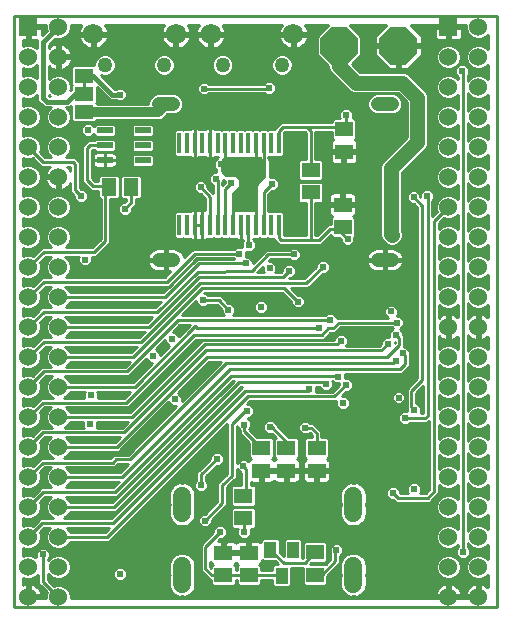
<source format=gbl>
G75*
%MOIN*%
%OFA0B0*%
%FSLAX25Y25*%
%IPPOS*%
%LPD*%
%AMOC8*
5,1,8,0,0,1.08239X$1,22.5*
%
%ADD10C,0.01000*%
%ADD11C,0.06000*%
%ADD12R,0.06000X0.06000*%
%ADD13R,0.05236X0.02087*%
%ADD14R,0.05118X0.05906*%
%ADD15C,0.06791*%
%ADD16C,0.05020*%
%ADD17C,0.04724*%
%ADD18R,0.06300X0.04600*%
%ADD19OC8,0.12500*%
%ADD20R,0.01370X0.07087*%
%ADD21C,0.05900*%
%ADD22C,0.00000*%
%ADD23R,0.05906X0.05118*%
%ADD24R,0.03937X0.05512*%
%ADD25R,0.06299X0.05118*%
%ADD26C,0.02400*%
%ADD27C,0.03200*%
%ADD28C,0.05000*%
%ADD29C,0.01600*%
D10*
X0045031Y0019923D02*
X0045031Y0216673D01*
X0206031Y0216673D01*
X0206031Y0019923D01*
X0045031Y0019923D01*
X0049452Y0023659D02*
X0049452Y0027636D01*
X0048899Y0027548D01*
X0048225Y0027329D01*
X0048031Y0027230D01*
X0048031Y0029517D01*
X0049137Y0029059D01*
X0050768Y0029059D01*
X0052275Y0029683D01*
X0053231Y0030639D01*
X0053231Y0027617D01*
X0054168Y0026680D01*
X0056152Y0024697D01*
X0055852Y0023974D01*
X0055852Y0022923D01*
X0050453Y0022923D01*
X0050453Y0023659D01*
X0054429Y0023659D01*
X0054342Y0024213D01*
X0054123Y0024886D01*
X0053801Y0025517D01*
X0053385Y0026090D01*
X0052884Y0026591D01*
X0052311Y0027008D01*
X0051680Y0027329D01*
X0051006Y0027548D01*
X0050452Y0027636D01*
X0050452Y0023659D01*
X0049452Y0023659D01*
X0049452Y0023917D02*
X0050452Y0023917D01*
X0050452Y0024915D02*
X0049452Y0024915D01*
X0049452Y0025914D02*
X0050452Y0025914D01*
X0050452Y0026912D02*
X0049452Y0026912D01*
X0048031Y0027911D02*
X0053231Y0027911D01*
X0053231Y0028909D02*
X0048031Y0028909D01*
X0052500Y0029908D02*
X0053231Y0029908D01*
X0054831Y0028280D02*
X0054831Y0037323D01*
X0056431Y0035670D02*
X0057131Y0036370D01*
X0057131Y0038275D01*
X0055784Y0039623D01*
X0053879Y0039623D01*
X0052531Y0038275D01*
X0052531Y0036378D01*
X0052275Y0036635D01*
X0050768Y0037259D01*
X0049137Y0037259D01*
X0048031Y0036801D01*
X0048031Y0039517D01*
X0049137Y0039059D01*
X0050768Y0039059D01*
X0052275Y0039683D01*
X0053428Y0040836D01*
X0054052Y0042343D01*
X0054052Y0043974D01*
X0053753Y0044697D01*
X0055279Y0046223D01*
X0057218Y0046223D01*
X0056477Y0045481D01*
X0055852Y0043974D01*
X0055852Y0042343D01*
X0056477Y0040836D01*
X0057630Y0039683D01*
X0059137Y0039059D01*
X0060768Y0039059D01*
X0062275Y0039683D01*
X0063428Y0040836D01*
X0063728Y0041559D01*
X0076830Y0041559D01*
X0116231Y0080960D01*
X0116231Y0064285D01*
X0112931Y0060985D01*
X0112931Y0055085D01*
X0108768Y0050923D01*
X0107779Y0050923D01*
X0106431Y0049575D01*
X0106431Y0047670D01*
X0107779Y0046323D01*
X0109684Y0046323D01*
X0111031Y0047670D01*
X0111031Y0048660D01*
X0115194Y0052823D01*
X0116131Y0053760D01*
X0116131Y0059660D01*
X0118494Y0062023D01*
X0119431Y0062960D01*
X0119431Y0065670D01*
X0120679Y0064423D01*
X0120831Y0064423D01*
X0120831Y0060622D01*
X0118223Y0060622D01*
X0117578Y0059977D01*
X0117578Y0053948D01*
X0118223Y0053304D01*
X0125040Y0053304D01*
X0125684Y0053948D01*
X0125684Y0059977D01*
X0125040Y0060622D01*
X0124031Y0060622D01*
X0124031Y0061365D01*
X0124099Y0061326D01*
X0124481Y0061223D01*
X0127131Y0061223D01*
X0127131Y0064782D01*
X0128131Y0064782D01*
X0128131Y0061223D01*
X0130781Y0061223D01*
X0131163Y0061326D01*
X0131505Y0061523D01*
X0131781Y0061799D01*
X0132057Y0061523D01*
X0132399Y0061326D01*
X0132781Y0061223D01*
X0135431Y0061223D01*
X0135431Y0064782D01*
X0136431Y0064782D01*
X0136431Y0061223D01*
X0139081Y0061223D01*
X0139463Y0061326D01*
X0139805Y0061523D01*
X0140084Y0061802D01*
X0140282Y0062144D01*
X0140384Y0062526D01*
X0140384Y0064782D01*
X0136431Y0064782D01*
X0136431Y0065782D01*
X0140384Y0065782D01*
X0140384Y0068039D01*
X0140282Y0068420D01*
X0140084Y0068762D01*
X0139805Y0069042D01*
X0139471Y0069235D01*
X0139984Y0069748D01*
X0139984Y0075777D01*
X0139340Y0076422D01*
X0136695Y0076422D01*
X0132731Y0080385D01*
X0132731Y0080675D01*
X0131384Y0082023D01*
X0129479Y0082023D01*
X0128131Y0080675D01*
X0128131Y0078770D01*
X0129479Y0077423D01*
X0131168Y0077423D01*
X0132346Y0076245D01*
X0131878Y0075777D01*
X0131878Y0069748D01*
X0132392Y0069235D01*
X0132057Y0069042D01*
X0131781Y0068766D01*
X0131505Y0069042D01*
X0131171Y0069235D01*
X0131684Y0069748D01*
X0131684Y0075777D01*
X0131040Y0076422D01*
X0126235Y0076422D01*
X0123609Y0079048D01*
X0124231Y0079670D01*
X0124231Y0081575D01*
X0122984Y0082823D01*
X0123884Y0082823D01*
X0125231Y0084170D01*
X0125231Y0086075D01*
X0123884Y0087423D01*
X0122694Y0087423D01*
X0123694Y0088423D01*
X0152594Y0088423D01*
X0152631Y0088460D01*
X0152631Y0086970D01*
X0153979Y0085623D01*
X0155884Y0085623D01*
X0157231Y0086970D01*
X0157231Y0088875D01*
X0155884Y0090223D01*
X0154394Y0090223D01*
X0155694Y0091523D01*
X0156684Y0091523D01*
X0158031Y0092870D01*
X0158031Y0094775D01*
X0156684Y0096123D01*
X0155331Y0096123D01*
X0155331Y0097423D01*
X0174594Y0097423D01*
X0175531Y0098360D01*
X0176294Y0099123D01*
X0177231Y0100060D01*
X0177231Y0104185D01*
X0177131Y0104285D01*
X0177131Y0105275D01*
X0175784Y0106623D01*
X0175231Y0106623D01*
X0175231Y0110085D01*
X0174831Y0110485D01*
X0174831Y0111475D01*
X0173884Y0112423D01*
X0175131Y0113670D01*
X0175131Y0115575D01*
X0173784Y0116923D01*
X0172784Y0116923D01*
X0173231Y0117370D01*
X0173231Y0119275D01*
X0171884Y0120623D01*
X0169979Y0120623D01*
X0168631Y0119275D01*
X0168631Y0117370D01*
X0169779Y0116223D01*
X0152831Y0116223D01*
X0152831Y0116475D01*
X0151484Y0117823D01*
X0149579Y0117823D01*
X0148879Y0117123D01*
X0118183Y0117123D01*
X0118930Y0117870D01*
X0118930Y0119775D01*
X0117583Y0121123D01*
X0116593Y0121123D01*
X0113993Y0123723D01*
X0109684Y0123723D01*
X0108984Y0124423D01*
X0108394Y0124423D01*
X0108494Y0124523D01*
X0134568Y0124523D01*
X0137431Y0121660D01*
X0137431Y0120670D01*
X0138779Y0119323D01*
X0140684Y0119323D01*
X0142031Y0120670D01*
X0142031Y0122575D01*
X0140684Y0123923D01*
X0139694Y0123923D01*
X0137394Y0126223D01*
X0143294Y0126223D01*
X0147994Y0130923D01*
X0148984Y0130923D01*
X0150331Y0132270D01*
X0150331Y0134175D01*
X0148984Y0135523D01*
X0147079Y0135523D01*
X0145731Y0134175D01*
X0145731Y0133185D01*
X0141968Y0129423D01*
X0136694Y0129423D01*
X0136894Y0129623D01*
X0137884Y0129623D01*
X0139231Y0130970D01*
X0139231Y0132875D01*
X0137884Y0134223D01*
X0135979Y0134223D01*
X0134631Y0132875D01*
X0134631Y0131885D01*
X0134168Y0131423D01*
X0132184Y0131423D01*
X0132631Y0131870D01*
X0132631Y0133775D01*
X0131284Y0135123D01*
X0129994Y0135123D01*
X0130594Y0135723D01*
X0136879Y0135723D01*
X0137579Y0135023D01*
X0139484Y0135023D01*
X0140831Y0136370D01*
X0140831Y0138275D01*
X0139484Y0139623D01*
X0137579Y0139623D01*
X0136879Y0138923D01*
X0129268Y0138923D01*
X0128331Y0137985D01*
X0124831Y0134485D01*
X0124831Y0135275D01*
X0123484Y0136623D01*
X0122384Y0136623D01*
X0122431Y0136670D01*
X0122431Y0138270D01*
X0122479Y0138223D01*
X0124384Y0138223D01*
X0125731Y0139570D01*
X0125731Y0141475D01*
X0124836Y0142371D01*
X0124836Y0142573D01*
X0126936Y0142573D01*
X0127075Y0142712D01*
X0127213Y0142573D01*
X0129495Y0142573D01*
X0129634Y0142712D01*
X0129772Y0142573D01*
X0131872Y0142573D01*
X0131872Y0142119D01*
X0132431Y0141560D01*
X0133368Y0140623D01*
X0147394Y0140623D01*
X0150678Y0143907D01*
X0150678Y0143468D01*
X0151323Y0142823D01*
X0153568Y0142823D01*
X0154031Y0142360D01*
X0154031Y0141370D01*
X0155379Y0140023D01*
X0157284Y0140023D01*
X0158631Y0141370D01*
X0158631Y0143275D01*
X0158611Y0143295D01*
X0158784Y0143468D01*
X0158784Y0149497D01*
X0158271Y0150010D01*
X0158605Y0150203D01*
X0158884Y0150483D01*
X0159082Y0150825D01*
X0159184Y0151206D01*
X0159184Y0153463D01*
X0155231Y0153463D01*
X0155231Y0154463D01*
X0154231Y0154463D01*
X0154231Y0158022D01*
X0151581Y0158022D01*
X0151199Y0157920D01*
X0150857Y0157722D01*
X0150578Y0157443D01*
X0150381Y0157101D01*
X0150278Y0156719D01*
X0150278Y0154463D01*
X0154231Y0154463D01*
X0154231Y0153463D01*
X0150278Y0153463D01*
X0150278Y0151206D01*
X0150381Y0150825D01*
X0150578Y0150483D01*
X0150857Y0150203D01*
X0151192Y0150010D01*
X0150678Y0149497D01*
X0150678Y0147423D01*
X0149668Y0147423D01*
X0148731Y0146485D01*
X0146068Y0143823D01*
X0145631Y0143823D01*
X0145631Y0154323D01*
X0147636Y0154323D01*
X0148281Y0154968D01*
X0148281Y0160997D01*
X0147636Y0161641D01*
X0140426Y0161641D01*
X0139782Y0160997D01*
X0139782Y0154968D01*
X0140426Y0154323D01*
X0142431Y0154323D01*
X0142431Y0143823D01*
X0135257Y0143823D01*
X0135257Y0151215D01*
X0134613Y0151860D01*
X0132331Y0151860D01*
X0132193Y0151721D01*
X0132054Y0151860D01*
X0129954Y0151860D01*
X0129954Y0157483D01*
X0131094Y0158623D01*
X0132084Y0158623D01*
X0133431Y0159970D01*
X0133431Y0161875D01*
X0132084Y0163223D01*
X0130631Y0163223D01*
X0130631Y0168651D01*
X0129954Y0169328D01*
X0129954Y0169786D01*
X0132054Y0169786D01*
X0132193Y0169924D01*
X0132331Y0169786D01*
X0134613Y0169786D01*
X0135257Y0170430D01*
X0135257Y0177986D01*
X0135394Y0178123D01*
X0142168Y0178123D01*
X0142431Y0177860D01*
X0142431Y0169122D01*
X0140426Y0169122D01*
X0139782Y0168477D01*
X0139782Y0162448D01*
X0140426Y0161804D01*
X0147636Y0161804D01*
X0148281Y0162448D01*
X0148281Y0168477D01*
X0147636Y0169122D01*
X0145631Y0169122D01*
X0145631Y0178123D01*
X0151078Y0178123D01*
X0151078Y0176048D01*
X0151592Y0175535D01*
X0151257Y0175342D01*
X0150978Y0175062D01*
X0150781Y0174720D01*
X0150678Y0174339D01*
X0150678Y0172082D01*
X0154631Y0172082D01*
X0154631Y0171082D01*
X0155631Y0171082D01*
X0155631Y0167523D01*
X0158281Y0167523D01*
X0158663Y0167626D01*
X0159005Y0167823D01*
X0159284Y0168102D01*
X0159482Y0168444D01*
X0159584Y0168826D01*
X0159584Y0171082D01*
X0155631Y0171082D01*
X0155631Y0172082D01*
X0159584Y0172082D01*
X0159584Y0174339D01*
X0159482Y0174720D01*
X0159284Y0175062D01*
X0159005Y0175342D01*
X0158671Y0175535D01*
X0159184Y0176048D01*
X0159184Y0182077D01*
X0158540Y0182722D01*
X0157983Y0182722D01*
X0158131Y0182870D01*
X0158131Y0184775D01*
X0156784Y0186123D01*
X0154879Y0186123D01*
X0153531Y0184775D01*
X0153531Y0182870D01*
X0153679Y0182722D01*
X0151723Y0182722D01*
X0151078Y0182077D01*
X0151078Y0181323D01*
X0134068Y0181323D01*
X0133131Y0180385D01*
X0131872Y0179126D01*
X0131872Y0179072D01*
X0129772Y0179072D01*
X0129634Y0178933D01*
X0129495Y0179072D01*
X0127213Y0179072D01*
X0127074Y0178933D01*
X0126936Y0179072D01*
X0124654Y0179072D01*
X0124515Y0178933D01*
X0124377Y0179072D01*
X0122095Y0179072D01*
X0121956Y0178933D01*
X0121818Y0179072D01*
X0119536Y0179072D01*
X0119397Y0178933D01*
X0119258Y0179072D01*
X0116977Y0179072D01*
X0116838Y0178933D01*
X0116699Y0179072D01*
X0114418Y0179072D01*
X0114279Y0178933D01*
X0114140Y0179072D01*
X0112147Y0179072D01*
X0112047Y0179172D01*
X0111705Y0179370D01*
X0111323Y0179472D01*
X0110441Y0179472D01*
X0110441Y0174429D01*
X0110441Y0174429D01*
X0110441Y0180313D01*
X0109462Y0181292D01*
X0106131Y0181292D01*
X0105323Y0180483D01*
X0105323Y0174429D01*
X0105322Y0174429D01*
X0105322Y0179472D01*
X0104440Y0179472D01*
X0104059Y0179370D01*
X0103716Y0179172D01*
X0103616Y0179072D01*
X0101623Y0179072D01*
X0101484Y0178933D01*
X0101345Y0179072D01*
X0099064Y0179072D01*
X0098419Y0178428D01*
X0098419Y0170430D01*
X0099064Y0169786D01*
X0101345Y0169786D01*
X0101484Y0169924D01*
X0101623Y0169786D01*
X0103616Y0169786D01*
X0103716Y0169685D01*
X0104059Y0169488D01*
X0104440Y0169386D01*
X0105322Y0169386D01*
X0105322Y0174429D01*
X0105323Y0174429D01*
X0105323Y0179472D01*
X0106205Y0179472D01*
X0106587Y0179370D01*
X0106929Y0179172D01*
X0107029Y0179072D01*
X0108734Y0179072D01*
X0108835Y0179172D01*
X0109177Y0179370D01*
X0109558Y0179472D01*
X0110441Y0179472D01*
X0110441Y0174429D01*
X0110441Y0169386D01*
X0111323Y0169386D01*
X0111705Y0169488D01*
X0112047Y0169685D01*
X0112147Y0169786D01*
X0113166Y0169786D01*
X0112631Y0169251D01*
X0112631Y0169075D01*
X0111831Y0168275D01*
X0111831Y0166370D01*
X0112631Y0165570D01*
X0112631Y0164823D01*
X0111579Y0164823D01*
X0110231Y0163475D01*
X0110231Y0161570D01*
X0111400Y0160401D01*
X0111400Y0157917D01*
X0109631Y0159685D01*
X0109631Y0160675D01*
X0108284Y0162023D01*
X0106379Y0162023D01*
X0105031Y0160675D01*
X0105031Y0158770D01*
X0106379Y0157423D01*
X0107368Y0157423D01*
X0108841Y0155950D01*
X0108841Y0152239D01*
X0108764Y0152260D01*
X0107882Y0152260D01*
X0107882Y0147216D01*
X0107882Y0142173D01*
X0108764Y0142173D01*
X0109146Y0142275D01*
X0109488Y0142473D01*
X0109588Y0142573D01*
X0111581Y0142573D01*
X0111720Y0142712D01*
X0111859Y0142573D01*
X0114140Y0142573D01*
X0114279Y0142712D01*
X0114418Y0142573D01*
X0116699Y0142573D01*
X0116838Y0142712D01*
X0116977Y0142573D01*
X0118971Y0142573D01*
X0119071Y0142473D01*
X0119413Y0142275D01*
X0119794Y0142173D01*
X0120677Y0142173D01*
X0121559Y0142173D01*
X0121636Y0142193D01*
X0121636Y0141980D01*
X0121131Y0141475D01*
X0121131Y0139875D01*
X0121084Y0139923D01*
X0119179Y0139923D01*
X0118479Y0139223D01*
X0104768Y0139223D01*
X0101872Y0136326D01*
X0101807Y0136649D01*
X0101516Y0137352D01*
X0101093Y0137985D01*
X0100555Y0138523D01*
X0099923Y0138945D01*
X0099220Y0139236D01*
X0098474Y0139385D01*
X0096019Y0139385D01*
X0096019Y0135810D01*
X0095444Y0135810D01*
X0095444Y0139385D01*
X0092989Y0139385D01*
X0092242Y0139236D01*
X0091540Y0138945D01*
X0090907Y0138523D01*
X0090369Y0137985D01*
X0089946Y0137352D01*
X0089655Y0136649D01*
X0089507Y0135903D01*
X0089507Y0135810D01*
X0095444Y0135810D01*
X0095444Y0135235D01*
X0096019Y0135235D01*
X0096019Y0131660D01*
X0097206Y0131660D01*
X0095368Y0129823D01*
X0062414Y0129823D01*
X0063428Y0130836D01*
X0064052Y0132343D01*
X0064052Y0133974D01*
X0063428Y0135481D01*
X0062287Y0136623D01*
X0066679Y0136623D01*
X0066631Y0136575D01*
X0066631Y0134670D01*
X0067979Y0133323D01*
X0069884Y0133323D01*
X0071231Y0134670D01*
X0071231Y0136575D01*
X0071184Y0136623D01*
X0072594Y0136623D01*
X0077231Y0141260D01*
X0077231Y0155770D01*
X0079756Y0155770D01*
X0080400Y0156414D01*
X0080400Y0163231D01*
X0079756Y0163875D01*
X0073726Y0163875D01*
X0073082Y0163231D01*
X0073082Y0161723D01*
X0072094Y0161723D01*
X0071131Y0162685D01*
X0071131Y0172060D01*
X0071244Y0172173D01*
X0071814Y0172173D01*
X0072357Y0171629D01*
X0078505Y0171629D01*
X0079149Y0172274D01*
X0079149Y0175272D01*
X0078505Y0175916D01*
X0072357Y0175916D01*
X0071814Y0175373D01*
X0069918Y0175373D01*
X0068868Y0174323D01*
X0067931Y0173385D01*
X0067931Y0161360D01*
X0069831Y0159460D01*
X0070768Y0158523D01*
X0073082Y0158523D01*
X0073082Y0156414D01*
X0073726Y0155770D01*
X0074031Y0155770D01*
X0074031Y0142585D01*
X0071268Y0139823D01*
X0062414Y0139823D01*
X0063428Y0140836D01*
X0064052Y0142343D01*
X0064052Y0143974D01*
X0063428Y0145481D01*
X0062275Y0146635D01*
X0060768Y0147259D01*
X0059137Y0147259D01*
X0057630Y0146635D01*
X0056477Y0145481D01*
X0055852Y0143974D01*
X0055852Y0142343D01*
X0056477Y0140836D01*
X0057490Y0139823D01*
X0054353Y0139823D01*
X0053416Y0138885D01*
X0051490Y0136960D01*
X0050768Y0137259D01*
X0049137Y0137259D01*
X0048031Y0136801D01*
X0048031Y0139517D01*
X0049137Y0139059D01*
X0050768Y0139059D01*
X0052275Y0139683D01*
X0053428Y0140836D01*
X0054052Y0142343D01*
X0054052Y0143974D01*
X0053428Y0145481D01*
X0052275Y0146635D01*
X0050768Y0147259D01*
X0049137Y0147259D01*
X0048031Y0146801D01*
X0048031Y0149517D01*
X0049137Y0149059D01*
X0050768Y0149059D01*
X0052275Y0149683D01*
X0053428Y0150836D01*
X0054052Y0152343D01*
X0054052Y0153974D01*
X0053428Y0155481D01*
X0052275Y0156635D01*
X0050768Y0157259D01*
X0049137Y0157259D01*
X0048031Y0156801D01*
X0048031Y0159517D01*
X0049137Y0159059D01*
X0050768Y0159059D01*
X0052275Y0159683D01*
X0053428Y0160836D01*
X0054052Y0162343D01*
X0054052Y0163974D01*
X0053428Y0165481D01*
X0052275Y0166635D01*
X0050768Y0167259D01*
X0049137Y0167259D01*
X0048031Y0166801D01*
X0048031Y0169517D01*
X0049137Y0169059D01*
X0050768Y0169059D01*
X0051490Y0169358D01*
X0054226Y0166623D01*
X0057064Y0166623D01*
X0057021Y0166591D01*
X0056520Y0166090D01*
X0056104Y0165517D01*
X0055782Y0164886D01*
X0055563Y0164213D01*
X0055476Y0163659D01*
X0059452Y0163659D01*
X0059452Y0162659D01*
X0055476Y0162659D01*
X0055563Y0162105D01*
X0055782Y0161431D01*
X0056104Y0160800D01*
X0056520Y0160227D01*
X0057021Y0159726D01*
X0057594Y0159310D01*
X0058225Y0158988D01*
X0058899Y0158770D01*
X0059452Y0158682D01*
X0059452Y0162659D01*
X0060452Y0162659D01*
X0060452Y0158682D01*
X0061006Y0158770D01*
X0061680Y0158988D01*
X0062311Y0159310D01*
X0062884Y0159726D01*
X0063385Y0160227D01*
X0063801Y0160800D01*
X0063931Y0161055D01*
X0063931Y0158160D01*
X0065131Y0156960D01*
X0065131Y0155970D01*
X0066479Y0154623D01*
X0068384Y0154623D01*
X0069731Y0155970D01*
X0069731Y0157875D01*
X0068384Y0159223D01*
X0067394Y0159223D01*
X0067131Y0159485D01*
X0067131Y0168085D01*
X0066194Y0169023D01*
X0065394Y0169823D01*
X0062414Y0169823D01*
X0063428Y0170836D01*
X0064052Y0172343D01*
X0064052Y0173974D01*
X0063428Y0175481D01*
X0062275Y0176635D01*
X0060768Y0177259D01*
X0059137Y0177259D01*
X0057630Y0176635D01*
X0056477Y0175481D01*
X0055852Y0173974D01*
X0055852Y0172343D01*
X0056477Y0170836D01*
X0057490Y0169823D01*
X0055551Y0169823D01*
X0053753Y0171621D01*
X0054052Y0172343D01*
X0054052Y0173974D01*
X0053428Y0175481D01*
X0052275Y0176635D01*
X0050768Y0177259D01*
X0049137Y0177259D01*
X0048031Y0176801D01*
X0048031Y0179517D01*
X0049137Y0179059D01*
X0050768Y0179059D01*
X0052275Y0179683D01*
X0053428Y0180836D01*
X0054052Y0182343D01*
X0054052Y0183974D01*
X0053428Y0185481D01*
X0052275Y0186635D01*
X0050768Y0187259D01*
X0049137Y0187259D01*
X0048031Y0186801D01*
X0048031Y0189517D01*
X0049137Y0189059D01*
X0050768Y0189059D01*
X0052275Y0189683D01*
X0052931Y0190339D01*
X0052931Y0188636D01*
X0054044Y0187523D01*
X0055244Y0186323D01*
X0057318Y0186323D01*
X0056477Y0185481D01*
X0055852Y0183974D01*
X0055852Y0182343D01*
X0056477Y0180836D01*
X0057630Y0179683D01*
X0059137Y0179059D01*
X0060768Y0179059D01*
X0062275Y0179683D01*
X0063428Y0180836D01*
X0064052Y0182343D01*
X0064052Y0183974D01*
X0063428Y0185481D01*
X0062587Y0186323D01*
X0063618Y0186323D01*
X0064181Y0186886D01*
X0064181Y0182167D01*
X0064826Y0181523D01*
X0072037Y0181523D01*
X0072681Y0182167D01*
X0072681Y0182223D01*
X0093668Y0182223D01*
X0094661Y0182634D01*
X0096087Y0184060D01*
X0098782Y0184060D01*
X0100055Y0184587D01*
X0101029Y0185561D01*
X0101556Y0186834D01*
X0101556Y0188211D01*
X0101029Y0189484D01*
X0100055Y0190458D01*
X0098782Y0190985D01*
X0092680Y0190985D01*
X0091408Y0190458D01*
X0090434Y0189484D01*
X0089907Y0188211D01*
X0089907Y0187623D01*
X0072681Y0187623D01*
X0072681Y0187678D01*
X0072437Y0187923D01*
X0072681Y0188167D01*
X0072681Y0193186D01*
X0076031Y0189836D01*
X0077144Y0188723D01*
X0079079Y0188723D01*
X0079479Y0188323D01*
X0081384Y0188323D01*
X0082731Y0189670D01*
X0082731Y0191575D01*
X0081384Y0192923D01*
X0079479Y0192923D01*
X0079079Y0192523D01*
X0078718Y0192523D01*
X0074119Y0197122D01*
X0074771Y0196852D01*
X0076207Y0196852D01*
X0077533Y0197402D01*
X0078549Y0198417D01*
X0079099Y0199744D01*
X0079099Y0201180D01*
X0078549Y0202507D01*
X0077533Y0203522D01*
X0076207Y0204072D01*
X0074771Y0204072D01*
X0073444Y0203522D01*
X0072428Y0202507D01*
X0071879Y0201180D01*
X0071879Y0200323D01*
X0064826Y0200323D01*
X0064181Y0199678D01*
X0064181Y0194167D01*
X0064426Y0193923D01*
X0064181Y0193678D01*
X0064181Y0192260D01*
X0063902Y0191981D01*
X0064052Y0192343D01*
X0064052Y0193974D01*
X0063428Y0195481D01*
X0062275Y0196635D01*
X0060768Y0197259D01*
X0059137Y0197259D01*
X0057630Y0196635D01*
X0056731Y0195736D01*
X0056731Y0200016D01*
X0057021Y0199726D01*
X0057594Y0199310D01*
X0058225Y0198988D01*
X0058899Y0198770D01*
X0059452Y0198682D01*
X0059452Y0202659D01*
X0060452Y0202659D01*
X0060452Y0198682D01*
X0061006Y0198770D01*
X0061680Y0198988D01*
X0062311Y0199310D01*
X0062884Y0199726D01*
X0063385Y0200227D01*
X0063801Y0200800D01*
X0064123Y0201431D01*
X0064342Y0202105D01*
X0064429Y0202659D01*
X0060453Y0202659D01*
X0060453Y0203659D01*
X0064429Y0203659D01*
X0064342Y0204213D01*
X0064123Y0204886D01*
X0063801Y0205517D01*
X0063385Y0206090D01*
X0062884Y0206591D01*
X0062311Y0207008D01*
X0061680Y0207329D01*
X0061006Y0207548D01*
X0060452Y0207636D01*
X0060452Y0203659D01*
X0059452Y0203659D01*
X0059452Y0207636D01*
X0058899Y0207548D01*
X0058225Y0207329D01*
X0057594Y0207008D01*
X0057021Y0206591D01*
X0056731Y0206301D01*
X0056731Y0207251D01*
X0058714Y0209234D01*
X0059137Y0209059D01*
X0060768Y0209059D01*
X0062275Y0209683D01*
X0063428Y0210836D01*
X0064052Y0212343D01*
X0064052Y0213673D01*
X0067590Y0213673D01*
X0067365Y0213362D01*
X0067015Y0212676D01*
X0066777Y0211943D01*
X0066674Y0211297D01*
X0071052Y0211297D01*
X0071052Y0210297D01*
X0066674Y0210297D01*
X0066777Y0209650D01*
X0067015Y0208917D01*
X0067365Y0208231D01*
X0067817Y0207607D01*
X0068362Y0207062D01*
X0068986Y0206609D01*
X0069672Y0206260D01*
X0070405Y0206021D01*
X0071052Y0205919D01*
X0071052Y0210297D01*
X0072052Y0210297D01*
X0072052Y0211297D01*
X0076429Y0211297D01*
X0076327Y0211943D01*
X0076089Y0212676D01*
X0075739Y0213362D01*
X0075514Y0213673D01*
X0095149Y0213673D01*
X0094924Y0213362D01*
X0094574Y0212676D01*
X0094336Y0211943D01*
X0094233Y0211297D01*
X0098611Y0211297D01*
X0098611Y0210297D01*
X0094233Y0210297D01*
X0094336Y0209650D01*
X0094574Y0208917D01*
X0094924Y0208231D01*
X0095377Y0207607D01*
X0095921Y0207062D01*
X0096545Y0206609D01*
X0097231Y0206260D01*
X0097964Y0206021D01*
X0098611Y0205919D01*
X0098611Y0210297D01*
X0099611Y0210297D01*
X0099611Y0211297D01*
X0103988Y0211297D01*
X0103886Y0211943D01*
X0103648Y0212676D01*
X0103298Y0213362D01*
X0103073Y0213673D01*
X0106790Y0213673D01*
X0106565Y0213362D01*
X0106215Y0212676D01*
X0105977Y0211943D01*
X0105874Y0211297D01*
X0110252Y0211297D01*
X0110252Y0210297D01*
X0105874Y0210297D01*
X0105977Y0209650D01*
X0106215Y0208917D01*
X0106565Y0208231D01*
X0107017Y0207607D01*
X0107562Y0207062D01*
X0108186Y0206609D01*
X0108872Y0206260D01*
X0109605Y0206021D01*
X0110252Y0205919D01*
X0110252Y0210297D01*
X0111252Y0210297D01*
X0111252Y0211297D01*
X0115629Y0211297D01*
X0115527Y0211943D01*
X0115289Y0212676D01*
X0114939Y0213362D01*
X0114714Y0213673D01*
X0134349Y0213673D01*
X0134124Y0213362D01*
X0133774Y0212676D01*
X0133536Y0211943D01*
X0133433Y0211297D01*
X0137811Y0211297D01*
X0137811Y0210297D01*
X0133433Y0210297D01*
X0133536Y0209650D01*
X0133774Y0208917D01*
X0134124Y0208231D01*
X0134577Y0207607D01*
X0135121Y0207062D01*
X0135745Y0206609D01*
X0136431Y0206260D01*
X0137164Y0206021D01*
X0137811Y0205919D01*
X0137811Y0210297D01*
X0138811Y0210297D01*
X0138811Y0211297D01*
X0143188Y0211297D01*
X0143086Y0211943D01*
X0142848Y0212676D01*
X0142498Y0213362D01*
X0142273Y0213673D01*
X0149930Y0213673D01*
X0146225Y0209967D01*
X0146225Y0203878D01*
X0149975Y0200128D01*
X0149975Y0199463D01*
X0150523Y0198140D01*
X0156079Y0192583D01*
X0157092Y0191571D01*
X0158415Y0191023D01*
X0173040Y0191023D01*
X0176031Y0188031D01*
X0176031Y0176314D01*
X0168792Y0169074D01*
X0167779Y0168062D01*
X0167231Y0166739D01*
X0167231Y0143406D01*
X0167779Y0142083D01*
X0169092Y0140771D01*
X0170415Y0140223D01*
X0171847Y0140223D01*
X0173170Y0140771D01*
X0174183Y0141783D01*
X0174731Y0143106D01*
X0174731Y0144539D01*
X0174431Y0145263D01*
X0174431Y0164531D01*
X0182683Y0172783D01*
X0183231Y0174106D01*
X0183231Y0190239D01*
X0182683Y0191562D01*
X0181670Y0192574D01*
X0176570Y0197674D01*
X0175247Y0198223D01*
X0160622Y0198223D01*
X0157946Y0200899D01*
X0160924Y0203878D01*
X0160924Y0209967D01*
X0157219Y0213673D01*
X0169049Y0213673D01*
X0165510Y0210133D01*
X0165510Y0207423D01*
X0172759Y0207423D01*
X0172759Y0206423D01*
X0165510Y0206423D01*
X0165510Y0203712D01*
X0170049Y0199173D01*
X0172760Y0199173D01*
X0172760Y0206423D01*
X0173760Y0206423D01*
X0173760Y0207423D01*
X0181010Y0207423D01*
X0181010Y0210133D01*
X0177470Y0213673D01*
X0185452Y0213673D01*
X0185452Y0213659D01*
X0189452Y0213659D01*
X0189452Y0212659D01*
X0185452Y0212659D01*
X0185452Y0209961D01*
X0185555Y0209580D01*
X0185752Y0209238D01*
X0186031Y0208958D01*
X0186373Y0208761D01*
X0186755Y0208659D01*
X0189452Y0208659D01*
X0189452Y0212659D01*
X0190452Y0212659D01*
X0190452Y0208659D01*
X0193150Y0208659D01*
X0193531Y0208761D01*
X0193873Y0208958D01*
X0194153Y0209238D01*
X0194350Y0209580D01*
X0194452Y0209961D01*
X0194452Y0212659D01*
X0190453Y0212659D01*
X0190453Y0213659D01*
X0194452Y0213659D01*
X0194452Y0213673D01*
X0195852Y0213673D01*
X0195852Y0212343D01*
X0196477Y0210836D01*
X0197630Y0209683D01*
X0199137Y0209059D01*
X0200768Y0209059D01*
X0202275Y0209683D01*
X0203031Y0210439D01*
X0203031Y0205878D01*
X0202275Y0206635D01*
X0200768Y0207259D01*
X0199137Y0207259D01*
X0197630Y0206635D01*
X0196477Y0205481D01*
X0195852Y0203974D01*
X0195852Y0202343D01*
X0196477Y0200836D01*
X0197630Y0199683D01*
X0199137Y0199059D01*
X0200768Y0199059D01*
X0202275Y0199683D01*
X0203031Y0200439D01*
X0203031Y0195878D01*
X0202275Y0196635D01*
X0200768Y0197259D01*
X0199137Y0197259D01*
X0197630Y0196635D01*
X0196477Y0195481D01*
X0196331Y0195130D01*
X0196331Y0197070D01*
X0196731Y0197470D01*
X0196731Y0199375D01*
X0195384Y0200723D01*
X0193479Y0200723D01*
X0192131Y0199375D01*
X0192131Y0197470D01*
X0193131Y0196470D01*
X0193131Y0195778D01*
X0192275Y0196635D01*
X0190768Y0197259D01*
X0189137Y0197259D01*
X0187630Y0196635D01*
X0186477Y0195481D01*
X0185852Y0193974D01*
X0185852Y0192343D01*
X0186477Y0190836D01*
X0187630Y0189683D01*
X0189137Y0189059D01*
X0190768Y0189059D01*
X0192275Y0189683D01*
X0193131Y0190539D01*
X0193131Y0185778D01*
X0192275Y0186635D01*
X0190768Y0187259D01*
X0189137Y0187259D01*
X0187630Y0186635D01*
X0186477Y0185481D01*
X0185852Y0183974D01*
X0185852Y0182343D01*
X0186477Y0180836D01*
X0187630Y0179683D01*
X0189137Y0179059D01*
X0190768Y0179059D01*
X0192275Y0179683D01*
X0193131Y0180539D01*
X0193131Y0175778D01*
X0192275Y0176635D01*
X0190768Y0177259D01*
X0189137Y0177259D01*
X0187630Y0176635D01*
X0186477Y0175481D01*
X0185852Y0173974D01*
X0185852Y0172343D01*
X0186477Y0170836D01*
X0187630Y0169683D01*
X0189137Y0169059D01*
X0190768Y0169059D01*
X0192275Y0169683D01*
X0193131Y0170539D01*
X0193131Y0165778D01*
X0192275Y0166635D01*
X0190768Y0167259D01*
X0189137Y0167259D01*
X0187630Y0166635D01*
X0186477Y0165481D01*
X0185852Y0163974D01*
X0185852Y0162343D01*
X0186477Y0160836D01*
X0187630Y0159683D01*
X0189137Y0159059D01*
X0190768Y0159059D01*
X0192275Y0159683D01*
X0193131Y0160539D01*
X0193131Y0155778D01*
X0192275Y0156635D01*
X0190768Y0157259D01*
X0189137Y0157259D01*
X0187630Y0156635D01*
X0186477Y0155481D01*
X0185852Y0153974D01*
X0185852Y0152343D01*
X0186152Y0151621D01*
X0184631Y0150100D01*
X0184631Y0155270D01*
X0185231Y0155870D01*
X0185231Y0157775D01*
X0183884Y0159123D01*
X0181979Y0159123D01*
X0180631Y0157775D01*
X0180631Y0156385D01*
X0180631Y0157375D01*
X0179284Y0158723D01*
X0177379Y0158723D01*
X0176031Y0157375D01*
X0176031Y0155470D01*
X0177379Y0154123D01*
X0178368Y0154123D01*
X0179531Y0152960D01*
X0179531Y0096085D01*
X0176031Y0092585D01*
X0176031Y0085660D01*
X0176231Y0085460D01*
X0176231Y0085023D01*
X0174579Y0085023D01*
X0173231Y0083675D01*
X0173231Y0081770D01*
X0174579Y0080423D01*
X0176484Y0080423D01*
X0177184Y0081123D01*
X0182894Y0081123D01*
X0183531Y0081760D01*
X0183531Y0058985D01*
X0182368Y0057823D01*
X0180384Y0057823D01*
X0180731Y0058170D01*
X0180731Y0060075D01*
X0179384Y0061423D01*
X0177479Y0061423D01*
X0176131Y0060075D01*
X0176131Y0058170D01*
X0176479Y0057823D01*
X0173831Y0057823D01*
X0173831Y0058775D01*
X0172484Y0060123D01*
X0170579Y0060123D01*
X0169231Y0058775D01*
X0169231Y0056870D01*
X0170579Y0055523D01*
X0171568Y0055523D01*
X0172468Y0054623D01*
X0183694Y0054623D01*
X0184631Y0055560D01*
X0185794Y0056723D01*
X0186731Y0057660D01*
X0186731Y0060582D01*
X0187630Y0059683D01*
X0189137Y0059059D01*
X0190768Y0059059D01*
X0192275Y0059683D01*
X0193131Y0060539D01*
X0193131Y0055778D01*
X0192275Y0056635D01*
X0190768Y0057259D01*
X0189137Y0057259D01*
X0187630Y0056635D01*
X0186477Y0055481D01*
X0185852Y0053974D01*
X0185852Y0052343D01*
X0186477Y0050836D01*
X0187630Y0049683D01*
X0189137Y0049059D01*
X0190768Y0049059D01*
X0192275Y0049683D01*
X0193131Y0050539D01*
X0193131Y0045778D01*
X0192275Y0046635D01*
X0190768Y0047259D01*
X0189137Y0047259D01*
X0187630Y0046635D01*
X0186477Y0045481D01*
X0185852Y0043974D01*
X0185852Y0042343D01*
X0186477Y0040836D01*
X0187630Y0039683D01*
X0189137Y0039059D01*
X0190768Y0039059D01*
X0192275Y0039683D01*
X0193131Y0040539D01*
X0193131Y0039875D01*
X0192431Y0039175D01*
X0192431Y0037270D01*
X0193779Y0035923D01*
X0195684Y0035923D01*
X0197031Y0037270D01*
X0197031Y0039175D01*
X0196331Y0039875D01*
X0196331Y0041188D01*
X0196477Y0040836D01*
X0197630Y0039683D01*
X0199137Y0039059D01*
X0200768Y0039059D01*
X0202275Y0039683D01*
X0203031Y0040439D01*
X0203031Y0035878D01*
X0202275Y0036635D01*
X0200768Y0037259D01*
X0199137Y0037259D01*
X0197630Y0036635D01*
X0196477Y0035481D01*
X0195852Y0033974D01*
X0195852Y0032343D01*
X0196477Y0030836D01*
X0197630Y0029683D01*
X0199137Y0029059D01*
X0200768Y0029059D01*
X0202275Y0029683D01*
X0203031Y0030439D01*
X0203031Y0026444D01*
X0202884Y0026591D01*
X0202311Y0027008D01*
X0201680Y0027329D01*
X0201006Y0027548D01*
X0200452Y0027636D01*
X0200452Y0023659D01*
X0199452Y0023659D01*
X0199452Y0022923D01*
X0190453Y0022923D01*
X0190453Y0023659D01*
X0194429Y0023659D01*
X0194342Y0024213D01*
X0194123Y0024886D01*
X0193801Y0025517D01*
X0193385Y0026090D01*
X0192884Y0026591D01*
X0192311Y0027008D01*
X0191680Y0027329D01*
X0191006Y0027548D01*
X0190452Y0027636D01*
X0190452Y0023659D01*
X0189452Y0023659D01*
X0189452Y0022923D01*
X0064052Y0022923D01*
X0064052Y0023974D01*
X0063428Y0025481D01*
X0062275Y0026635D01*
X0060768Y0027259D01*
X0059137Y0027259D01*
X0058414Y0026960D01*
X0056431Y0028943D01*
X0056431Y0030946D01*
X0056477Y0030836D01*
X0057630Y0029683D01*
X0059137Y0029059D01*
X0060768Y0029059D01*
X0062275Y0029683D01*
X0063428Y0030836D01*
X0064052Y0032343D01*
X0064052Y0033974D01*
X0063428Y0035481D01*
X0062275Y0036635D01*
X0060768Y0037259D01*
X0059137Y0037259D01*
X0057630Y0036635D01*
X0056477Y0035481D01*
X0056431Y0035371D01*
X0056431Y0035670D01*
X0056660Y0035899D02*
X0056894Y0035899D01*
X0057131Y0036897D02*
X0058264Y0036897D01*
X0057131Y0037896D02*
X0100455Y0037896D01*
X0100146Y0037847D02*
X0099480Y0037630D01*
X0098856Y0037312D01*
X0098289Y0036901D01*
X0097794Y0036405D01*
X0097382Y0035839D01*
X0097064Y0035215D01*
X0096847Y0034548D01*
X0096738Y0033857D01*
X0096738Y0030942D01*
X0096916Y0030942D01*
X0096916Y0030927D01*
X0097054Y0030596D01*
X0096916Y0030264D01*
X0096916Y0030171D01*
X0096738Y0030171D01*
X0096738Y0027256D01*
X0096847Y0026564D01*
X0097064Y0025898D01*
X0097382Y0025274D01*
X0097794Y0024707D01*
X0098289Y0024212D01*
X0098856Y0023800D01*
X0099480Y0023482D01*
X0100146Y0023266D01*
X0100802Y0023162D01*
X0100802Y0023371D01*
X0101574Y0023371D01*
X0101574Y0023162D01*
X0102230Y0023266D01*
X0102896Y0023482D01*
X0103520Y0023800D01*
X0104087Y0024212D01*
X0104582Y0024707D01*
X0104994Y0025274D01*
X0105312Y0025898D01*
X0105528Y0026564D01*
X0105638Y0027256D01*
X0105638Y0030171D01*
X0105460Y0030171D01*
X0105460Y0030264D01*
X0105322Y0030596D01*
X0105460Y0030927D01*
X0105460Y0030942D01*
X0105638Y0030942D01*
X0105638Y0033857D01*
X0105528Y0034548D01*
X0105312Y0035215D01*
X0104994Y0035839D01*
X0104582Y0036405D01*
X0104087Y0036901D01*
X0103520Y0037312D01*
X0102896Y0037630D01*
X0102230Y0037847D01*
X0101574Y0037951D01*
X0101574Y0037820D01*
X0100802Y0037820D01*
X0100802Y0037951D01*
X0100146Y0037847D01*
X0100802Y0037896D02*
X0101574Y0037896D01*
X0101921Y0037896D02*
X0107331Y0037896D01*
X0107331Y0038894D02*
X0056512Y0038894D01*
X0057420Y0039893D02*
X0052485Y0039893D01*
X0053150Y0038894D02*
X0048031Y0038894D01*
X0048031Y0037896D02*
X0052531Y0037896D01*
X0052531Y0036897D02*
X0051641Y0036897D01*
X0048264Y0036897D02*
X0048031Y0036897D01*
X0049952Y0043159D02*
X0054616Y0047823D01*
X0078131Y0047823D01*
X0122031Y0091723D01*
X0142831Y0091723D01*
X0142881Y0091725D01*
X0142931Y0091730D01*
X0142980Y0091739D01*
X0143028Y0091751D01*
X0143076Y0091767D01*
X0143122Y0091786D01*
X0143166Y0091809D01*
X0143209Y0091834D01*
X0143250Y0091863D01*
X0143289Y0091894D01*
X0143326Y0091928D01*
X0143360Y0091965D01*
X0143391Y0092004D01*
X0143420Y0092045D01*
X0143445Y0092088D01*
X0143468Y0092132D01*
X0143487Y0092178D01*
X0143503Y0092226D01*
X0143515Y0092274D01*
X0143524Y0092323D01*
X0143529Y0092373D01*
X0143531Y0092423D01*
X0145831Y0092814D02*
X0146987Y0092814D01*
X0146731Y0093070D02*
X0148079Y0091723D01*
X0149984Y0091723D01*
X0151331Y0093070D01*
X0151331Y0094975D01*
X0151084Y0095223D01*
X0151179Y0095223D01*
X0152079Y0094323D01*
X0153431Y0094323D01*
X0153431Y0093785D01*
X0151268Y0091623D01*
X0145831Y0091623D01*
X0145831Y0093223D01*
X0146731Y0093223D01*
X0146731Y0093070D01*
X0145831Y0091815D02*
X0147986Y0091815D01*
X0150077Y0091815D02*
X0151461Y0091815D01*
X0151075Y0092814D02*
X0152460Y0092814D01*
X0153431Y0093812D02*
X0151331Y0093812D01*
X0151331Y0094811D02*
X0151590Y0094811D01*
X0153031Y0096623D02*
X0152831Y0096823D01*
X0117531Y0096823D01*
X0078831Y0058123D01*
X0054916Y0058123D01*
X0049952Y0053159D01*
X0052470Y0049878D02*
X0057435Y0049878D01*
X0057630Y0049683D02*
X0056477Y0050836D01*
X0055852Y0052343D01*
X0055852Y0053974D01*
X0056477Y0055481D01*
X0057518Y0056523D01*
X0055579Y0056523D01*
X0053753Y0054697D01*
X0054052Y0053974D01*
X0054052Y0052343D01*
X0053428Y0050836D01*
X0052275Y0049683D01*
X0050768Y0049059D01*
X0049137Y0049059D01*
X0048031Y0049517D01*
X0048031Y0046801D01*
X0049137Y0047259D01*
X0050768Y0047259D01*
X0051490Y0046960D01*
X0053016Y0048485D01*
X0053953Y0049423D01*
X0058259Y0049423D01*
X0057630Y0049683D01*
X0056460Y0050876D02*
X0053445Y0050876D01*
X0053858Y0051875D02*
X0056046Y0051875D01*
X0055852Y0052873D02*
X0054052Y0052873D01*
X0054052Y0053872D02*
X0055852Y0053872D01*
X0056224Y0054870D02*
X0053927Y0054870D01*
X0054925Y0055869D02*
X0056864Y0055869D01*
X0059952Y0053159D02*
X0078567Y0053159D01*
X0120231Y0094823D01*
X0148231Y0094823D01*
X0149031Y0094023D01*
X0151931Y0090023D02*
X0123031Y0090023D01*
X0076167Y0043159D01*
X0059952Y0043159D01*
X0056230Y0044885D02*
X0053942Y0044885D01*
X0054052Y0043887D02*
X0055852Y0043887D01*
X0055852Y0042888D02*
X0054052Y0042888D01*
X0053865Y0041890D02*
X0056040Y0041890D01*
X0056454Y0040891D02*
X0053451Y0040891D01*
X0054940Y0045884D02*
X0056879Y0045884D01*
X0053410Y0048879D02*
X0048031Y0048879D01*
X0048031Y0047881D02*
X0052412Y0047881D01*
X0048228Y0046882D02*
X0048031Y0046882D01*
X0048031Y0056801D02*
X0048031Y0059517D01*
X0049137Y0059059D01*
X0050768Y0059059D01*
X0052275Y0059683D01*
X0053428Y0060836D01*
X0054052Y0062343D01*
X0054052Y0063974D01*
X0053753Y0064697D01*
X0055379Y0066323D01*
X0057318Y0066323D01*
X0056477Y0065481D01*
X0055852Y0063974D01*
X0055852Y0062343D01*
X0056477Y0060836D01*
X0057590Y0059723D01*
X0054253Y0059723D01*
X0053316Y0058785D01*
X0051490Y0056960D01*
X0050768Y0057259D01*
X0049137Y0057259D01*
X0048031Y0056801D01*
X0048031Y0056867D02*
X0048192Y0056867D01*
X0048031Y0057866D02*
X0052397Y0057866D01*
X0053395Y0058865D02*
X0048031Y0058865D01*
X0052455Y0059863D02*
X0057450Y0059863D01*
X0056466Y0060862D02*
X0053439Y0060862D01*
X0053852Y0061860D02*
X0056053Y0061860D01*
X0055852Y0062859D02*
X0054052Y0062859D01*
X0054052Y0063857D02*
X0055852Y0063857D01*
X0056217Y0064856D02*
X0053912Y0064856D01*
X0054910Y0065854D02*
X0056850Y0065854D01*
X0054716Y0067923D02*
X0078031Y0067923D01*
X0079131Y0069023D01*
X0083831Y0069023D01*
X0115831Y0101023D01*
X0171531Y0101023D01*
X0172331Y0101823D01*
X0169631Y0103123D02*
X0173631Y0107123D01*
X0173631Y0109423D01*
X0172531Y0110523D01*
X0170231Y0110787D02*
X0155219Y0110787D01*
X0155084Y0110923D02*
X0153179Y0110923D01*
X0151831Y0109575D01*
X0151831Y0108923D01*
X0108068Y0108923D01*
X0107131Y0107985D01*
X0083905Y0084759D01*
X0063728Y0084759D01*
X0063428Y0085481D01*
X0062587Y0086323D01*
X0083094Y0086323D01*
X0084031Y0087260D01*
X0105694Y0108923D01*
X0148394Y0108923D01*
X0150594Y0111123D01*
X0152094Y0111123D01*
X0153031Y0112060D01*
X0153994Y0113023D01*
X0171179Y0113023D01*
X0171479Y0112723D01*
X0170231Y0111475D01*
X0170231Y0109923D01*
X0168779Y0109923D01*
X0167431Y0108575D01*
X0167431Y0107585D01*
X0166768Y0106923D01*
X0155684Y0106923D01*
X0156431Y0107670D01*
X0156431Y0109575D01*
X0155084Y0110923D01*
X0156218Y0109789D02*
X0168645Y0109789D01*
X0167646Y0108790D02*
X0156431Y0108790D01*
X0156431Y0107792D02*
X0167431Y0107792D01*
X0169731Y0107623D02*
X0167431Y0105323D01*
X0109031Y0105323D01*
X0081731Y0078023D01*
X0054816Y0078023D01*
X0049952Y0073159D01*
X0051490Y0076960D02*
X0053216Y0078685D01*
X0054153Y0079623D01*
X0057776Y0079623D01*
X0057630Y0079683D01*
X0056477Y0080836D01*
X0055852Y0082343D01*
X0055852Y0083974D01*
X0056477Y0085481D01*
X0057318Y0086323D01*
X0055379Y0086323D01*
X0053753Y0084697D01*
X0054052Y0083974D01*
X0054052Y0082343D01*
X0053428Y0080836D01*
X0052275Y0079683D01*
X0050768Y0079059D01*
X0049137Y0079059D01*
X0048031Y0079517D01*
X0048031Y0076801D01*
X0049137Y0077259D01*
X0050768Y0077259D01*
X0051490Y0076960D01*
X0052367Y0077836D02*
X0048031Y0077836D01*
X0048031Y0076838D02*
X0048120Y0076838D01*
X0048031Y0078835D02*
X0053366Y0078835D01*
X0052425Y0079833D02*
X0057480Y0079833D01*
X0056481Y0080832D02*
X0053424Y0080832D01*
X0053840Y0081830D02*
X0056065Y0081830D01*
X0055852Y0082829D02*
X0054052Y0082829D01*
X0054052Y0083827D02*
X0055852Y0083827D01*
X0056205Y0084826D02*
X0053882Y0084826D01*
X0054881Y0085824D02*
X0056820Y0085824D01*
X0054716Y0087923D02*
X0082431Y0087923D01*
X0105031Y0110523D01*
X0147731Y0110523D01*
X0149931Y0112723D01*
X0151431Y0112723D01*
X0153331Y0114623D01*
X0172831Y0114623D01*
X0175131Y0114781D02*
X0179531Y0114781D01*
X0179531Y0113783D02*
X0175131Y0113783D01*
X0174245Y0112784D02*
X0179531Y0112784D01*
X0179531Y0111786D02*
X0174521Y0111786D01*
X0174831Y0110787D02*
X0179531Y0110787D01*
X0179531Y0109789D02*
X0175231Y0109789D01*
X0175231Y0108790D02*
X0179531Y0108790D01*
X0179531Y0107792D02*
X0175231Y0107792D01*
X0175231Y0106793D02*
X0179531Y0106793D01*
X0179531Y0105795D02*
X0176612Y0105795D01*
X0177131Y0104796D02*
X0179531Y0104796D01*
X0179531Y0103798D02*
X0177231Y0103798D01*
X0177231Y0102799D02*
X0179531Y0102799D01*
X0179531Y0101800D02*
X0177231Y0101800D01*
X0177231Y0100802D02*
X0179531Y0100802D01*
X0179531Y0099803D02*
X0176975Y0099803D01*
X0175976Y0098805D02*
X0179531Y0098805D01*
X0179531Y0097806D02*
X0174978Y0097806D01*
X0173931Y0099023D02*
X0175631Y0100723D01*
X0175631Y0103523D01*
X0174831Y0104323D01*
X0172031Y0107785D02*
X0172031Y0108223D01*
X0172031Y0108223D01*
X0172031Y0107785D01*
X0172031Y0107785D01*
X0172031Y0107792D02*
X0172031Y0107792D01*
X0170542Y0111786D02*
X0152757Y0111786D01*
X0153043Y0110787D02*
X0150258Y0110787D01*
X0149260Y0109789D02*
X0152045Y0109789D01*
X0154131Y0108623D02*
X0152831Y0107323D01*
X0108731Y0107323D01*
X0084567Y0083159D01*
X0059952Y0083159D01*
X0063085Y0085824D02*
X0084970Y0085824D01*
X0083972Y0084826D02*
X0063700Y0084826D01*
X0063728Y0081559D02*
X0068231Y0081559D01*
X0068231Y0079770D01*
X0068379Y0079623D01*
X0062129Y0079623D01*
X0062275Y0079683D01*
X0063428Y0080836D01*
X0063728Y0081559D01*
X0063424Y0080832D02*
X0068231Y0080832D01*
X0068231Y0079833D02*
X0062425Y0079833D01*
X0062487Y0076423D02*
X0080368Y0076423D01*
X0078705Y0074759D01*
X0063728Y0074759D01*
X0063428Y0075481D01*
X0062487Y0076423D01*
X0063070Y0075839D02*
X0079785Y0075839D01*
X0078787Y0074841D02*
X0063694Y0074841D01*
X0063728Y0071559D02*
X0080030Y0071559D01*
X0080967Y0072496D01*
X0096486Y0088015D01*
X0097779Y0086723D01*
X0099268Y0086723D01*
X0083168Y0070623D01*
X0078468Y0070623D01*
X0077531Y0069685D01*
X0077368Y0069523D01*
X0061888Y0069523D01*
X0062275Y0069683D01*
X0063428Y0070836D01*
X0063728Y0071559D01*
X0063433Y0070847D02*
X0083393Y0070847D01*
X0084391Y0071845D02*
X0080317Y0071845D01*
X0080967Y0072496D02*
X0080967Y0072496D01*
X0081315Y0072844D02*
X0085390Y0072844D01*
X0086388Y0073842D02*
X0082314Y0073842D01*
X0083312Y0074841D02*
X0087387Y0074841D01*
X0088385Y0075839D02*
X0084311Y0075839D01*
X0085309Y0076838D02*
X0089384Y0076838D01*
X0090382Y0077836D02*
X0086308Y0077836D01*
X0087306Y0078835D02*
X0091381Y0078835D01*
X0092379Y0079833D02*
X0088305Y0079833D01*
X0089303Y0080832D02*
X0093378Y0080832D01*
X0094376Y0081830D02*
X0090302Y0081830D01*
X0091300Y0082829D02*
X0095375Y0082829D01*
X0096373Y0083827D02*
X0092299Y0083827D01*
X0093297Y0084826D02*
X0097372Y0084826D01*
X0098370Y0085824D02*
X0094296Y0085824D01*
X0095294Y0086823D02*
X0097678Y0086823D01*
X0096680Y0087821D02*
X0096293Y0087821D01*
X0101031Y0088485D02*
X0101031Y0089975D01*
X0099739Y0091268D01*
X0109994Y0101523D01*
X0114068Y0101523D01*
X0101031Y0088485D01*
X0101031Y0088820D02*
X0101366Y0088820D01*
X0101031Y0089818D02*
X0102364Y0089818D01*
X0103363Y0090817D02*
X0100190Y0090817D01*
X0100287Y0091815D02*
X0104361Y0091815D01*
X0105360Y0092814D02*
X0101285Y0092814D01*
X0102284Y0093812D02*
X0106358Y0093812D01*
X0107357Y0094811D02*
X0103282Y0094811D01*
X0104281Y0095809D02*
X0108355Y0095809D01*
X0109354Y0096808D02*
X0105279Y0096808D01*
X0106278Y0097806D02*
X0110352Y0097806D01*
X0111351Y0098805D02*
X0107276Y0098805D01*
X0108275Y0099803D02*
X0112349Y0099803D01*
X0113348Y0100802D02*
X0109273Y0100802D01*
X0109331Y0103123D02*
X0079367Y0073159D01*
X0059952Y0073159D01*
X0056211Y0074841D02*
X0053897Y0074841D01*
X0053753Y0074697D02*
X0055479Y0076423D01*
X0057418Y0076423D01*
X0056477Y0075481D01*
X0055852Y0073974D01*
X0055852Y0072343D01*
X0056477Y0070836D01*
X0057630Y0069683D01*
X0058017Y0069523D01*
X0054053Y0069523D01*
X0053116Y0068585D01*
X0051490Y0066960D01*
X0050768Y0067259D01*
X0049137Y0067259D01*
X0048031Y0066801D01*
X0048031Y0069517D01*
X0049137Y0069059D01*
X0050768Y0069059D01*
X0052275Y0069683D01*
X0053428Y0070836D01*
X0054052Y0072343D01*
X0054052Y0073974D01*
X0053753Y0074697D01*
X0054052Y0073842D02*
X0055852Y0073842D01*
X0055852Y0072844D02*
X0054052Y0072844D01*
X0053846Y0071845D02*
X0056059Y0071845D01*
X0056472Y0070847D02*
X0053433Y0070847D01*
X0052440Y0069848D02*
X0057465Y0069848D01*
X0054716Y0067923D02*
X0049952Y0063159D01*
X0048156Y0066853D02*
X0048031Y0066853D01*
X0048031Y0067851D02*
X0052382Y0067851D01*
X0053381Y0068850D02*
X0048031Y0068850D01*
X0054896Y0075839D02*
X0056835Y0075839D01*
X0062440Y0069848D02*
X0077694Y0069848D01*
X0079794Y0067423D02*
X0083168Y0067423D01*
X0080505Y0064759D01*
X0063728Y0064759D01*
X0063428Y0065481D01*
X0062587Y0066323D01*
X0078694Y0066323D01*
X0079794Y0067423D01*
X0079224Y0066853D02*
X0082599Y0066853D01*
X0081600Y0065854D02*
X0063055Y0065854D01*
X0063687Y0064856D02*
X0080601Y0064856D01*
X0081167Y0063159D02*
X0079267Y0063159D01*
X0078231Y0063159D01*
X0059952Y0063159D01*
X0062455Y0059863D02*
X0078309Y0059863D01*
X0078168Y0059723D02*
X0062314Y0059723D01*
X0063428Y0060836D01*
X0063728Y0061559D01*
X0080005Y0061559D01*
X0078168Y0059723D01*
X0079307Y0060862D02*
X0063439Y0060862D01*
X0062387Y0056523D02*
X0079494Y0056523D01*
X0118194Y0095223D01*
X0118368Y0095223D01*
X0077905Y0054759D01*
X0063728Y0054759D01*
X0063428Y0055481D01*
X0062387Y0056523D01*
X0063041Y0055869D02*
X0079015Y0055869D01*
X0079839Y0056867D02*
X0080013Y0056867D01*
X0080837Y0057866D02*
X0081012Y0057866D01*
X0081836Y0058865D02*
X0082010Y0058865D01*
X0082834Y0059863D02*
X0083009Y0059863D01*
X0083833Y0060862D02*
X0084007Y0060862D01*
X0084831Y0061860D02*
X0085006Y0061860D01*
X0085830Y0062859D02*
X0086004Y0062859D01*
X0086828Y0063857D02*
X0087003Y0063857D01*
X0087827Y0064856D02*
X0088001Y0064856D01*
X0088825Y0065854D02*
X0089000Y0065854D01*
X0089824Y0066853D02*
X0089999Y0066853D01*
X0090822Y0067851D02*
X0090997Y0067851D01*
X0091821Y0068850D02*
X0091996Y0068850D01*
X0092820Y0069848D02*
X0092994Y0069848D01*
X0093818Y0070847D02*
X0093993Y0070847D01*
X0094817Y0071845D02*
X0094991Y0071845D01*
X0095815Y0072844D02*
X0095990Y0072844D01*
X0096814Y0073842D02*
X0096988Y0073842D01*
X0097812Y0074841D02*
X0097987Y0074841D01*
X0098811Y0075839D02*
X0098985Y0075839D01*
X0099809Y0076838D02*
X0099984Y0076838D01*
X0100808Y0077836D02*
X0100982Y0077836D01*
X0101806Y0078835D02*
X0101981Y0078835D01*
X0102805Y0079833D02*
X0102979Y0079833D01*
X0103803Y0080832D02*
X0103978Y0080832D01*
X0104802Y0081830D02*
X0104976Y0081830D01*
X0105800Y0082829D02*
X0105975Y0082829D01*
X0106799Y0083827D02*
X0106973Y0083827D01*
X0107797Y0084826D02*
X0107972Y0084826D01*
X0108796Y0085824D02*
X0108970Y0085824D01*
X0109794Y0086823D02*
X0109969Y0086823D01*
X0110793Y0087821D02*
X0110967Y0087821D01*
X0111791Y0088820D02*
X0111966Y0088820D01*
X0112790Y0089818D02*
X0112964Y0089818D01*
X0113788Y0090817D02*
X0113963Y0090817D01*
X0114787Y0091815D02*
X0114961Y0091815D01*
X0115785Y0092814D02*
X0115960Y0092814D01*
X0116784Y0093812D02*
X0116958Y0093812D01*
X0117782Y0094811D02*
X0117957Y0094811D01*
X0120485Y0092814D02*
X0120860Y0092814D01*
X0120894Y0093223D02*
X0121268Y0093223D01*
X0120431Y0092385D01*
X0077468Y0049423D01*
X0061646Y0049423D01*
X0062275Y0049683D01*
X0063428Y0050836D01*
X0063728Y0051559D01*
X0079230Y0051559D01*
X0120894Y0093223D01*
X0119861Y0091815D02*
X0119487Y0091815D01*
X0118863Y0090817D02*
X0118488Y0090817D01*
X0117864Y0089818D02*
X0117490Y0089818D01*
X0116866Y0088820D02*
X0116491Y0088820D01*
X0115867Y0087821D02*
X0115493Y0087821D01*
X0114869Y0086823D02*
X0114494Y0086823D01*
X0113870Y0085824D02*
X0113496Y0085824D01*
X0112872Y0084826D02*
X0112497Y0084826D01*
X0111873Y0083827D02*
X0111499Y0083827D01*
X0110875Y0082829D02*
X0110500Y0082829D01*
X0109876Y0081830D02*
X0109502Y0081830D01*
X0108878Y0080832D02*
X0108503Y0080832D01*
X0107879Y0079833D02*
X0107505Y0079833D01*
X0106881Y0078835D02*
X0106506Y0078835D01*
X0105882Y0077836D02*
X0105508Y0077836D01*
X0104884Y0076838D02*
X0104509Y0076838D01*
X0103885Y0075839D02*
X0103511Y0075839D01*
X0102887Y0074841D02*
X0102512Y0074841D01*
X0101888Y0073842D02*
X0101514Y0073842D01*
X0100890Y0072844D02*
X0100515Y0072844D01*
X0099891Y0071845D02*
X0099517Y0071845D01*
X0098893Y0070847D02*
X0098518Y0070847D01*
X0097894Y0069848D02*
X0097520Y0069848D01*
X0096896Y0068850D02*
X0096521Y0068850D01*
X0095897Y0067851D02*
X0095522Y0067851D01*
X0094898Y0066853D02*
X0094524Y0066853D01*
X0093900Y0065854D02*
X0093525Y0065854D01*
X0092901Y0064856D02*
X0092527Y0064856D01*
X0091903Y0063857D02*
X0091528Y0063857D01*
X0090904Y0062859D02*
X0090530Y0062859D01*
X0089906Y0061860D02*
X0089531Y0061860D01*
X0088907Y0060862D02*
X0088533Y0060862D01*
X0087909Y0059863D02*
X0087534Y0059863D01*
X0086910Y0058865D02*
X0086536Y0058865D01*
X0085912Y0057866D02*
X0085537Y0057866D01*
X0084913Y0056867D02*
X0084539Y0056867D01*
X0083915Y0055869D02*
X0083540Y0055869D01*
X0082916Y0054870D02*
X0082542Y0054870D01*
X0081918Y0053872D02*
X0081543Y0053872D01*
X0080919Y0052873D02*
X0080545Y0052873D01*
X0079921Y0051875D02*
X0079546Y0051875D01*
X0078922Y0050876D02*
X0063445Y0050876D01*
X0062470Y0049878D02*
X0077924Y0049878D01*
X0076968Y0046223D02*
X0075505Y0044759D01*
X0063728Y0044759D01*
X0063428Y0045481D01*
X0062687Y0046223D01*
X0076968Y0046223D01*
X0076630Y0045884D02*
X0063026Y0045884D01*
X0063675Y0044885D02*
X0075631Y0044885D01*
X0078160Y0042888D02*
X0109634Y0042888D01*
X0108636Y0041890D02*
X0077161Y0041890D01*
X0079158Y0043887D02*
X0110633Y0043887D01*
X0111631Y0044885D02*
X0107331Y0040585D01*
X0107331Y0031960D01*
X0108268Y0031023D01*
X0110509Y0028782D01*
X0110878Y0028782D01*
X0110878Y0027368D01*
X0111523Y0026723D01*
X0118340Y0026723D01*
X0118984Y0027368D01*
X0118984Y0028782D01*
X0119378Y0028782D01*
X0119378Y0027368D01*
X0120023Y0026723D01*
X0126840Y0026723D01*
X0127484Y0027368D01*
X0127484Y0028782D01*
X0131263Y0028782D01*
X0131263Y0027080D01*
X0131907Y0026436D01*
X0136755Y0026436D01*
X0137400Y0027080D01*
X0137400Y0032923D01*
X0141478Y0032923D01*
X0141478Y0027568D01*
X0142123Y0026923D01*
X0148940Y0026923D01*
X0149584Y0027568D01*
X0149584Y0030113D01*
X0152894Y0033423D01*
X0153831Y0034360D01*
X0153831Y0036870D01*
X0154931Y0037970D01*
X0154931Y0039875D01*
X0153584Y0041223D01*
X0151679Y0041223D01*
X0150331Y0039875D01*
X0150331Y0037970D01*
X0150631Y0037670D01*
X0150631Y0035685D01*
X0149063Y0034118D01*
X0148940Y0034241D01*
X0143973Y0034241D01*
X0144135Y0034404D01*
X0148940Y0034404D01*
X0149584Y0035048D01*
X0149584Y0041077D01*
X0148940Y0041722D01*
X0142123Y0041722D01*
X0141478Y0041077D01*
X0141478Y0036273D01*
X0141328Y0036123D01*
X0141140Y0036123D01*
X0141140Y0042165D01*
X0140495Y0042809D01*
X0135647Y0042809D01*
X0135003Y0042165D01*
X0135003Y0036804D01*
X0133660Y0038147D01*
X0133660Y0042165D01*
X0133015Y0042809D01*
X0128167Y0042809D01*
X0127523Y0042165D01*
X0127523Y0041404D01*
X0127305Y0041622D01*
X0126963Y0041820D01*
X0126581Y0041922D01*
X0123931Y0041922D01*
X0123931Y0038363D01*
X0122931Y0038363D01*
X0122931Y0041922D01*
X0120281Y0041922D01*
X0119899Y0041820D01*
X0119557Y0041622D01*
X0119278Y0041343D01*
X0119181Y0041175D01*
X0119084Y0041343D01*
X0118805Y0041622D01*
X0118463Y0041820D01*
X0118081Y0041922D01*
X0115431Y0041922D01*
X0115431Y0038363D01*
X0114431Y0038363D01*
X0114431Y0041922D01*
X0113193Y0041922D01*
X0113894Y0042623D01*
X0114884Y0042623D01*
X0116231Y0043970D01*
X0116231Y0045875D01*
X0114884Y0047223D01*
X0112979Y0047223D01*
X0111631Y0045875D01*
X0111631Y0044885D01*
X0080157Y0044885D01*
X0081155Y0045884D02*
X0111640Y0045884D01*
X0112638Y0046882D02*
X0110244Y0046882D01*
X0111031Y0047881D02*
X0117578Y0047881D01*
X0116631Y0048092D02*
X0116231Y0048492D01*
X0116631Y0048092D02*
X0116631Y0042023D01*
X0114931Y0040323D01*
X0114931Y0037863D01*
X0123431Y0037863D01*
X0122931Y0037896D02*
X0115431Y0037896D01*
X0115431Y0038363D02*
X0122931Y0038363D01*
X0122931Y0037363D01*
X0118978Y0037363D01*
X0115431Y0037363D01*
X0115431Y0038363D01*
X0115431Y0038894D02*
X0114431Y0038894D01*
X0114431Y0039893D02*
X0115431Y0039893D01*
X0115431Y0040891D02*
X0114431Y0040891D01*
X0114431Y0041890D02*
X0115431Y0041890D01*
X0115150Y0042888D02*
X0120613Y0042888D01*
X0120979Y0042523D02*
X0122884Y0042523D01*
X0124231Y0043870D01*
X0124231Y0045775D01*
X0124183Y0045823D01*
X0125040Y0045823D01*
X0125684Y0046468D01*
X0125684Y0052497D01*
X0125040Y0053141D01*
X0118223Y0053141D01*
X0117578Y0052497D01*
X0117578Y0046468D01*
X0118223Y0045823D01*
X0119679Y0045823D01*
X0119631Y0045775D01*
X0119631Y0043870D01*
X0120979Y0042523D01*
X0120162Y0041890D02*
X0118201Y0041890D01*
X0119631Y0043887D02*
X0116148Y0043887D01*
X0116231Y0044885D02*
X0119631Y0044885D01*
X0118162Y0045884D02*
X0116223Y0045884D01*
X0115224Y0046882D02*
X0117578Y0046882D01*
X0117578Y0048879D02*
X0111251Y0048879D01*
X0112249Y0049878D02*
X0117578Y0049878D01*
X0117578Y0050876D02*
X0113248Y0050876D01*
X0114246Y0051875D02*
X0117578Y0051875D01*
X0117955Y0052873D02*
X0115245Y0052873D01*
X0116131Y0053872D02*
X0117655Y0053872D01*
X0117578Y0054870D02*
X0116131Y0054870D01*
X0116131Y0055869D02*
X0117578Y0055869D01*
X0117578Y0056867D02*
X0116131Y0056867D01*
X0116131Y0057866D02*
X0117578Y0057866D01*
X0117578Y0058865D02*
X0116131Y0058865D01*
X0116334Y0059863D02*
X0117578Y0059863D01*
X0117333Y0060862D02*
X0120831Y0060862D01*
X0120831Y0061860D02*
X0118331Y0061860D01*
X0119330Y0062859D02*
X0120831Y0062859D01*
X0120831Y0063857D02*
X0119431Y0063857D01*
X0119431Y0064856D02*
X0120245Y0064856D01*
X0121631Y0066723D02*
X0122431Y0065923D01*
X0122431Y0057763D01*
X0121631Y0056963D01*
X0125684Y0056867D02*
X0153825Y0056867D01*
X0153825Y0057321D02*
X0153825Y0054407D01*
X0154003Y0054407D01*
X0154003Y0054352D01*
X0154140Y0054021D01*
X0154003Y0053690D01*
X0154003Y0053635D01*
X0153825Y0053635D01*
X0153825Y0050721D01*
X0153934Y0050029D01*
X0154151Y0049363D01*
X0154469Y0048739D01*
X0154880Y0048172D01*
X0155376Y0047677D01*
X0155942Y0047265D01*
X0156566Y0046947D01*
X0157232Y0046731D01*
X0157889Y0046627D01*
X0157889Y0046797D01*
X0158660Y0046797D01*
X0158660Y0046627D01*
X0159317Y0046731D01*
X0159983Y0046947D01*
X0160607Y0047265D01*
X0161173Y0047677D01*
X0161669Y0048172D01*
X0162080Y0048739D01*
X0162398Y0049363D01*
X0162615Y0050029D01*
X0162724Y0050721D01*
X0162724Y0053635D01*
X0162546Y0053635D01*
X0162546Y0053690D01*
X0162409Y0054021D01*
X0162546Y0054352D01*
X0162546Y0054407D01*
X0162724Y0054407D01*
X0162724Y0057321D01*
X0162615Y0058013D01*
X0162398Y0058679D01*
X0162080Y0059303D01*
X0161669Y0059870D01*
X0161173Y0060365D01*
X0160607Y0060777D01*
X0159983Y0061095D01*
X0159317Y0061311D01*
X0158660Y0061415D01*
X0158660Y0061245D01*
X0157889Y0061245D01*
X0157889Y0061415D01*
X0157232Y0061311D01*
X0156566Y0061095D01*
X0155942Y0060777D01*
X0155376Y0060365D01*
X0154880Y0059870D01*
X0154469Y0059303D01*
X0154151Y0058679D01*
X0153934Y0058013D01*
X0153825Y0057321D01*
X0153911Y0057866D02*
X0125684Y0057866D01*
X0125684Y0058865D02*
X0154245Y0058865D01*
X0154875Y0059863D02*
X0125684Y0059863D01*
X0124031Y0060862D02*
X0156108Y0060862D01*
X0153431Y0064023D02*
X0152171Y0065282D01*
X0127631Y0065282D01*
X0128131Y0064856D02*
X0135431Y0064856D01*
X0135431Y0064782D02*
X0132084Y0064782D01*
X0128131Y0064782D01*
X0128131Y0065782D01*
X0135431Y0065782D01*
X0135431Y0064782D01*
X0135431Y0063857D02*
X0136431Y0063857D01*
X0136431Y0062859D02*
X0135431Y0062859D01*
X0135431Y0061860D02*
X0136431Y0061860D01*
X0136431Y0064856D02*
X0145531Y0064856D01*
X0145531Y0064682D02*
X0141578Y0064682D01*
X0141578Y0062426D01*
X0141681Y0062044D01*
X0141878Y0061702D01*
X0142157Y0061423D01*
X0142499Y0061226D01*
X0142881Y0061123D01*
X0145531Y0061123D01*
X0145531Y0064682D01*
X0146531Y0064682D01*
X0146531Y0061123D01*
X0149181Y0061123D01*
X0149563Y0061226D01*
X0149905Y0061423D01*
X0150184Y0061702D01*
X0150382Y0062044D01*
X0150484Y0062426D01*
X0150484Y0064682D01*
X0146531Y0064682D01*
X0146531Y0065682D01*
X0150484Y0065682D01*
X0150484Y0067939D01*
X0150382Y0068320D01*
X0150184Y0068662D01*
X0149905Y0068942D01*
X0149571Y0069135D01*
X0150084Y0069648D01*
X0150084Y0075677D01*
X0149440Y0076322D01*
X0147631Y0076322D01*
X0147631Y0078385D01*
X0145731Y0080285D01*
X0144794Y0081223D01*
X0143884Y0081223D01*
X0143184Y0081923D01*
X0141279Y0081923D01*
X0139931Y0080575D01*
X0139931Y0078670D01*
X0141279Y0077323D01*
X0143184Y0077323D01*
X0143676Y0077815D01*
X0144431Y0077060D01*
X0144431Y0076322D01*
X0142623Y0076322D01*
X0141978Y0075677D01*
X0141978Y0069648D01*
X0142492Y0069135D01*
X0142157Y0068942D01*
X0141878Y0068662D01*
X0141681Y0068320D01*
X0141578Y0067939D01*
X0141578Y0065682D01*
X0145531Y0065682D01*
X0145531Y0064682D01*
X0145531Y0063857D02*
X0146531Y0063857D01*
X0146531Y0062859D02*
X0145531Y0062859D01*
X0145531Y0061860D02*
X0146531Y0061860D01*
X0146531Y0064856D02*
X0183531Y0064856D01*
X0183531Y0065854D02*
X0150484Y0065854D01*
X0150484Y0066853D02*
X0183531Y0066853D01*
X0183531Y0067851D02*
X0150484Y0067851D01*
X0149997Y0068850D02*
X0183531Y0068850D01*
X0183531Y0069848D02*
X0150084Y0069848D01*
X0150084Y0070847D02*
X0183531Y0070847D01*
X0183531Y0071845D02*
X0150084Y0071845D01*
X0150084Y0072844D02*
X0183531Y0072844D01*
X0183531Y0073842D02*
X0150084Y0073842D01*
X0150084Y0074841D02*
X0183531Y0074841D01*
X0183531Y0075839D02*
X0149922Y0075839D01*
X0147631Y0076838D02*
X0183531Y0076838D01*
X0183531Y0077836D02*
X0147631Y0077836D01*
X0147182Y0078835D02*
X0183531Y0078835D01*
X0183531Y0079833D02*
X0146183Y0079833D01*
X0145185Y0080832D02*
X0174169Y0080832D01*
X0173231Y0081830D02*
X0143276Y0081830D01*
X0141186Y0081830D02*
X0131576Y0081830D01*
X0132575Y0080832D02*
X0140188Y0080832D01*
X0139931Y0079833D02*
X0133283Y0079833D01*
X0134282Y0078835D02*
X0139931Y0078835D01*
X0140765Y0077836D02*
X0135280Y0077836D01*
X0136279Y0076838D02*
X0144431Y0076838D01*
X0146031Y0077723D02*
X0146031Y0072663D01*
X0141978Y0072844D02*
X0139984Y0072844D01*
X0139984Y0073842D02*
X0141978Y0073842D01*
X0141978Y0074841D02*
X0139984Y0074841D01*
X0139922Y0075839D02*
X0142140Y0075839D01*
X0142231Y0079623D02*
X0144131Y0079623D01*
X0146031Y0077723D01*
X0141978Y0071845D02*
X0139984Y0071845D01*
X0139984Y0070847D02*
X0141978Y0070847D01*
X0141978Y0069848D02*
X0139984Y0069848D01*
X0139997Y0068850D02*
X0142065Y0068850D01*
X0141578Y0067851D02*
X0140384Y0067851D01*
X0140384Y0066853D02*
X0141578Y0066853D01*
X0141578Y0065854D02*
X0140384Y0065854D01*
X0140384Y0063857D02*
X0141578Y0063857D01*
X0141578Y0062859D02*
X0140384Y0062859D01*
X0140118Y0061860D02*
X0141787Y0061860D01*
X0150275Y0061860D02*
X0183531Y0061860D01*
X0183531Y0060862D02*
X0179945Y0060862D01*
X0180731Y0059863D02*
X0183531Y0059863D01*
X0183410Y0058865D02*
X0180731Y0058865D01*
X0180427Y0057866D02*
X0182412Y0057866D01*
X0183031Y0056223D02*
X0173131Y0056223D01*
X0171531Y0057823D01*
X0172331Y0057023D01*
X0173831Y0057866D02*
X0176435Y0057866D01*
X0176131Y0058865D02*
X0173742Y0058865D01*
X0172743Y0059863D02*
X0176131Y0059863D01*
X0176917Y0060862D02*
X0160441Y0060862D01*
X0161674Y0059863D02*
X0170319Y0059863D01*
X0169320Y0058865D02*
X0162304Y0058865D01*
X0162638Y0057866D02*
X0169231Y0057866D01*
X0169234Y0056867D02*
X0162724Y0056867D01*
X0162724Y0055869D02*
X0170232Y0055869D01*
X0172221Y0054870D02*
X0162724Y0054870D01*
X0162471Y0053872D02*
X0185852Y0053872D01*
X0185852Y0052873D02*
X0162724Y0052873D01*
X0162724Y0051875D02*
X0186046Y0051875D01*
X0186460Y0050876D02*
X0162724Y0050876D01*
X0162566Y0049878D02*
X0187435Y0049878D01*
X0188228Y0046882D02*
X0159784Y0046882D01*
X0161378Y0047881D02*
X0193131Y0047881D01*
X0193131Y0048879D02*
X0162152Y0048879D01*
X0156765Y0046882D02*
X0125684Y0046882D01*
X0125684Y0047881D02*
X0155171Y0047881D01*
X0154397Y0048879D02*
X0125684Y0048879D01*
X0125684Y0049878D02*
X0153983Y0049878D01*
X0153825Y0050876D02*
X0125684Y0050876D01*
X0125684Y0051875D02*
X0153825Y0051875D01*
X0153825Y0052873D02*
X0125308Y0052873D01*
X0125608Y0053872D02*
X0154078Y0053872D01*
X0153431Y0054492D02*
X0152231Y0054392D01*
X0153431Y0054492D02*
X0153431Y0064023D01*
X0150484Y0063857D02*
X0183531Y0063857D01*
X0183531Y0062859D02*
X0150484Y0062859D01*
X0153825Y0055869D02*
X0125684Y0055869D01*
X0125684Y0054870D02*
X0153825Y0054870D01*
X0153915Y0040891D02*
X0186454Y0040891D01*
X0186040Y0041890D02*
X0141140Y0041890D01*
X0141140Y0040891D02*
X0141478Y0040891D01*
X0141478Y0039893D02*
X0141140Y0039893D01*
X0141140Y0038894D02*
X0141478Y0038894D01*
X0141478Y0037896D02*
X0141140Y0037896D01*
X0141140Y0036897D02*
X0141478Y0036897D01*
X0141991Y0034523D02*
X0135022Y0034523D01*
X0130591Y0038953D01*
X0127523Y0041890D02*
X0126701Y0041890D01*
X0123931Y0041890D02*
X0122931Y0041890D01*
X0122931Y0040891D02*
X0123931Y0040891D01*
X0123931Y0039893D02*
X0122931Y0039893D01*
X0122931Y0038894D02*
X0123931Y0038894D01*
X0123250Y0042888D02*
X0185852Y0042888D01*
X0185852Y0043887D02*
X0124231Y0043887D01*
X0124231Y0044885D02*
X0186230Y0044885D01*
X0186879Y0045884D02*
X0125100Y0045884D01*
X0121931Y0044823D02*
X0121931Y0049182D01*
X0121631Y0049482D01*
X0114531Y0054423D02*
X0114531Y0060323D01*
X0117831Y0063623D01*
X0117831Y0080723D01*
X0122231Y0085123D01*
X0122931Y0085123D01*
X0124484Y0086823D02*
X0152778Y0086823D01*
X0152631Y0087821D02*
X0123093Y0087821D01*
X0125231Y0085824D02*
X0153777Y0085824D01*
X0156086Y0085824D02*
X0176031Y0085824D01*
X0176031Y0086823D02*
X0157084Y0086823D01*
X0157231Y0087821D02*
X0171880Y0087821D01*
X0172379Y0087323D02*
X0174284Y0087323D01*
X0175631Y0088670D01*
X0175631Y0090575D01*
X0174284Y0091923D01*
X0172379Y0091923D01*
X0171031Y0090575D01*
X0171031Y0088670D01*
X0172379Y0087323D01*
X0171031Y0088820D02*
X0157231Y0088820D01*
X0156288Y0089818D02*
X0171031Y0089818D01*
X0171273Y0090817D02*
X0154988Y0090817D01*
X0156977Y0091815D02*
X0172271Y0091815D01*
X0174391Y0091815D02*
X0176031Y0091815D01*
X0176031Y0090817D02*
X0175390Y0090817D01*
X0175631Y0089818D02*
X0176031Y0089818D01*
X0176031Y0088820D02*
X0175631Y0088820D01*
X0176031Y0087821D02*
X0174783Y0087821D01*
X0174382Y0084826D02*
X0125231Y0084826D01*
X0124889Y0083827D02*
X0173383Y0083827D01*
X0173231Y0082829D02*
X0123890Y0082829D01*
X0123976Y0081830D02*
X0129286Y0081830D01*
X0128288Y0080832D02*
X0124231Y0080832D01*
X0124231Y0079833D02*
X0128131Y0079833D01*
X0128131Y0078835D02*
X0123822Y0078835D01*
X0124820Y0077836D02*
X0129065Y0077836D01*
X0130431Y0079723D02*
X0131131Y0079723D01*
X0135931Y0074923D01*
X0135931Y0072763D01*
X0131878Y0072844D02*
X0131684Y0072844D01*
X0131684Y0073842D02*
X0131878Y0073842D01*
X0131878Y0074841D02*
X0131684Y0074841D01*
X0131622Y0075839D02*
X0131940Y0075839D01*
X0131753Y0076838D02*
X0125819Y0076838D01*
X0123578Y0074553D02*
X0123578Y0069748D01*
X0124092Y0069235D01*
X0123757Y0069042D01*
X0123478Y0068762D01*
X0123281Y0068420D01*
X0123261Y0068346D01*
X0122584Y0069023D01*
X0120679Y0069023D01*
X0119431Y0067775D01*
X0119431Y0080060D01*
X0119631Y0080260D01*
X0119631Y0079670D01*
X0120331Y0078970D01*
X0120331Y0077800D01*
X0121268Y0076863D01*
X0123578Y0074553D01*
X0123290Y0074841D02*
X0119431Y0074841D01*
X0119431Y0075839D02*
X0122292Y0075839D01*
X0121293Y0076838D02*
X0119431Y0076838D01*
X0119431Y0077836D02*
X0120331Y0077836D01*
X0120331Y0078835D02*
X0119431Y0078835D01*
X0119431Y0079833D02*
X0119631Y0079833D01*
X0121931Y0080623D02*
X0121931Y0078463D01*
X0127631Y0072763D01*
X0123578Y0072844D02*
X0119431Y0072844D01*
X0119431Y0073842D02*
X0123578Y0073842D01*
X0123578Y0071845D02*
X0119431Y0071845D01*
X0119431Y0070847D02*
X0123578Y0070847D01*
X0123578Y0069848D02*
X0119431Y0069848D01*
X0119431Y0068850D02*
X0120506Y0068850D01*
X0119507Y0067851D02*
X0119431Y0067851D01*
X0122757Y0068850D02*
X0123565Y0068850D01*
X0127131Y0063857D02*
X0128131Y0063857D01*
X0128131Y0062859D02*
X0127131Y0062859D01*
X0127131Y0061860D02*
X0128131Y0061860D01*
X0131697Y0068850D02*
X0131865Y0068850D01*
X0131878Y0069848D02*
X0131684Y0069848D01*
X0131684Y0070847D02*
X0131878Y0070847D01*
X0131878Y0071845D02*
X0131684Y0071845D01*
X0116231Y0071845D02*
X0107117Y0071845D01*
X0108115Y0072844D02*
X0116231Y0072844D01*
X0116231Y0073842D02*
X0109114Y0073842D01*
X0110112Y0074841D02*
X0116231Y0074841D01*
X0116231Y0075839D02*
X0111111Y0075839D01*
X0112109Y0076838D02*
X0116231Y0076838D01*
X0116231Y0077836D02*
X0113108Y0077836D01*
X0114106Y0078835D02*
X0116231Y0078835D01*
X0116231Y0079833D02*
X0115105Y0079833D01*
X0116103Y0080832D02*
X0116231Y0080832D01*
X0113684Y0071523D02*
X0111779Y0071523D01*
X0110431Y0070175D01*
X0110431Y0069185D01*
X0106868Y0065623D01*
X0105931Y0064685D01*
X0105931Y0061975D01*
X0105231Y0061275D01*
X0105231Y0059370D01*
X0106579Y0058023D01*
X0108484Y0058023D01*
X0109831Y0059370D01*
X0109831Y0061275D01*
X0109131Y0061975D01*
X0109131Y0063360D01*
X0112694Y0066923D01*
X0113684Y0066923D01*
X0115031Y0068270D01*
X0115031Y0070175D01*
X0113684Y0071523D01*
X0114360Y0070847D02*
X0116231Y0070847D01*
X0116231Y0069848D02*
X0115031Y0069848D01*
X0115031Y0068850D02*
X0116231Y0068850D01*
X0116231Y0067851D02*
X0114612Y0067851D01*
X0116231Y0066853D02*
X0112624Y0066853D01*
X0111625Y0065854D02*
X0116231Y0065854D01*
X0116231Y0064856D02*
X0110627Y0064856D01*
X0109628Y0063857D02*
X0115803Y0063857D01*
X0114804Y0062859D02*
X0109131Y0062859D01*
X0109246Y0061860D02*
X0113806Y0061860D01*
X0112931Y0060862D02*
X0109831Y0060862D01*
X0109831Y0059863D02*
X0112931Y0059863D01*
X0112931Y0058865D02*
X0109326Y0058865D01*
X0107531Y0060323D02*
X0107531Y0064023D01*
X0112731Y0069223D01*
X0111103Y0070847D02*
X0106118Y0070847D01*
X0105119Y0069848D02*
X0110431Y0069848D01*
X0110096Y0068850D02*
X0104121Y0068850D01*
X0103122Y0067851D02*
X0109097Y0067851D01*
X0108099Y0066853D02*
X0102124Y0066853D01*
X0101125Y0065854D02*
X0107100Y0065854D01*
X0106868Y0065623D02*
X0106868Y0065623D01*
X0106101Y0064856D02*
X0100127Y0064856D01*
X0099128Y0063857D02*
X0105931Y0063857D01*
X0105931Y0062859D02*
X0098130Y0062859D01*
X0097131Y0061860D02*
X0105816Y0061860D01*
X0105231Y0060862D02*
X0103354Y0060862D01*
X0103520Y0060777D02*
X0102896Y0061095D01*
X0102230Y0061311D01*
X0101574Y0061415D01*
X0101574Y0061245D01*
X0100802Y0061245D01*
X0100802Y0061415D01*
X0100146Y0061311D01*
X0099480Y0061095D01*
X0098856Y0060777D01*
X0098289Y0060365D01*
X0097794Y0059870D01*
X0097382Y0059303D01*
X0097064Y0058679D01*
X0096847Y0058013D01*
X0096738Y0057321D01*
X0096738Y0054407D01*
X0096916Y0054407D01*
X0096916Y0054352D01*
X0097054Y0054021D01*
X0096916Y0053690D01*
X0096916Y0053635D01*
X0096738Y0053635D01*
X0096738Y0050721D01*
X0096847Y0050029D01*
X0097064Y0049363D01*
X0097382Y0048739D01*
X0097794Y0048172D01*
X0098289Y0047677D01*
X0098856Y0047265D01*
X0099480Y0046947D01*
X0100146Y0046731D01*
X0100802Y0046627D01*
X0100802Y0046797D01*
X0101574Y0046797D01*
X0101574Y0046627D01*
X0102230Y0046731D01*
X0102896Y0046947D01*
X0103520Y0047265D01*
X0104087Y0047677D01*
X0104582Y0048172D01*
X0104994Y0048739D01*
X0105312Y0049363D01*
X0105528Y0050029D01*
X0105638Y0050721D01*
X0105638Y0053635D01*
X0105460Y0053635D01*
X0105460Y0053690D01*
X0105322Y0054021D01*
X0105460Y0054352D01*
X0105460Y0054407D01*
X0105638Y0054407D01*
X0105638Y0057321D01*
X0105528Y0058013D01*
X0105312Y0058679D01*
X0104994Y0059303D01*
X0104582Y0059870D01*
X0104087Y0060365D01*
X0103520Y0060777D01*
X0104587Y0059863D02*
X0105231Y0059863D01*
X0105217Y0058865D02*
X0105737Y0058865D01*
X0105552Y0057866D02*
X0112931Y0057866D01*
X0112931Y0056867D02*
X0105638Y0056867D01*
X0105638Y0055869D02*
X0112931Y0055869D01*
X0112716Y0054870D02*
X0105638Y0054870D01*
X0105384Y0053872D02*
X0111718Y0053872D01*
X0110719Y0052873D02*
X0105638Y0052873D01*
X0105638Y0051875D02*
X0109721Y0051875D01*
X0107732Y0050876D02*
X0105638Y0050876D01*
X0105479Y0049878D02*
X0106734Y0049878D01*
X0106431Y0048879D02*
X0105066Y0048879D01*
X0104291Y0047881D02*
X0106431Y0047881D01*
X0107219Y0046882D02*
X0102697Y0046882D01*
X0099679Y0046882D02*
X0082154Y0046882D01*
X0083152Y0047881D02*
X0098085Y0047881D01*
X0097310Y0048879D02*
X0084151Y0048879D01*
X0085149Y0049878D02*
X0096897Y0049878D01*
X0096738Y0050876D02*
X0086148Y0050876D01*
X0087146Y0051875D02*
X0096738Y0051875D01*
X0096738Y0052873D02*
X0088145Y0052873D01*
X0089143Y0053872D02*
X0096992Y0053872D01*
X0096738Y0054870D02*
X0090142Y0054870D01*
X0091140Y0055869D02*
X0096738Y0055869D01*
X0096738Y0056867D02*
X0092139Y0056867D01*
X0093137Y0057866D02*
X0096824Y0057866D01*
X0097158Y0058865D02*
X0094136Y0058865D01*
X0095134Y0059863D02*
X0097789Y0059863D01*
X0099022Y0060862D02*
X0096133Y0060862D01*
X0108731Y0048623D02*
X0114531Y0054423D01*
X0113931Y0044923D02*
X0108931Y0039923D01*
X0108931Y0032623D01*
X0111171Y0030382D01*
X0114931Y0030382D01*
X0123431Y0030382D01*
X0134241Y0030382D01*
X0134331Y0030292D01*
X0137400Y0029908D02*
X0141478Y0029908D01*
X0141478Y0030906D02*
X0137400Y0030906D01*
X0137400Y0031905D02*
X0141478Y0031905D01*
X0141478Y0032903D02*
X0137400Y0032903D01*
X0137400Y0028909D02*
X0141478Y0028909D01*
X0141478Y0027911D02*
X0137400Y0027911D01*
X0137232Y0026912D02*
X0153879Y0026912D01*
X0153825Y0027256D02*
X0153934Y0026564D01*
X0154151Y0025898D01*
X0154469Y0025274D01*
X0154880Y0024707D01*
X0155376Y0024212D01*
X0155942Y0023800D01*
X0156566Y0023482D01*
X0157232Y0023266D01*
X0157889Y0023162D01*
X0157889Y0023371D01*
X0158660Y0023371D01*
X0158660Y0023162D01*
X0159317Y0023266D01*
X0159983Y0023482D01*
X0160607Y0023800D01*
X0161173Y0024212D01*
X0161669Y0024707D01*
X0162080Y0025274D01*
X0162398Y0025898D01*
X0162615Y0026564D01*
X0162724Y0027256D01*
X0162724Y0030171D01*
X0162546Y0030171D01*
X0162546Y0030264D01*
X0162409Y0030596D01*
X0162546Y0030927D01*
X0162546Y0030942D01*
X0162724Y0030942D01*
X0162724Y0033857D01*
X0162615Y0034548D01*
X0162398Y0035215D01*
X0162080Y0035839D01*
X0161669Y0036405D01*
X0161173Y0036901D01*
X0160607Y0037312D01*
X0159983Y0037630D01*
X0159317Y0037847D01*
X0158660Y0037951D01*
X0158660Y0037820D01*
X0157889Y0037820D01*
X0157889Y0037951D01*
X0157232Y0037847D01*
X0156566Y0037630D01*
X0155942Y0037312D01*
X0155376Y0036901D01*
X0154880Y0036405D01*
X0154469Y0035839D01*
X0154151Y0035215D01*
X0153934Y0034548D01*
X0153825Y0033857D01*
X0153825Y0030942D01*
X0154003Y0030942D01*
X0154003Y0030927D01*
X0154140Y0030596D01*
X0154003Y0030264D01*
X0154003Y0030171D01*
X0153825Y0030171D01*
X0153825Y0027256D01*
X0153825Y0027911D02*
X0149584Y0027911D01*
X0149584Y0028909D02*
X0153825Y0028909D01*
X0153825Y0029908D02*
X0149584Y0029908D01*
X0150378Y0030906D02*
X0154012Y0030906D01*
X0153825Y0031905D02*
X0151376Y0031905D01*
X0152375Y0032903D02*
X0153825Y0032903D01*
X0153832Y0033902D02*
X0153373Y0033902D01*
X0152894Y0033423D02*
X0152894Y0033423D01*
X0152231Y0035023D02*
X0152231Y0038523D01*
X0152631Y0038923D01*
X0150331Y0038894D02*
X0149584Y0038894D01*
X0149584Y0037896D02*
X0150405Y0037896D01*
X0150631Y0036897D02*
X0149584Y0036897D01*
X0149584Y0035899D02*
X0150631Y0035899D01*
X0149846Y0034900D02*
X0149436Y0034900D01*
X0152231Y0035023D02*
X0147791Y0030582D01*
X0145531Y0030582D01*
X0141991Y0034523D02*
X0145531Y0038063D01*
X0149584Y0039893D02*
X0150349Y0039893D01*
X0149584Y0040891D02*
X0151347Y0040891D01*
X0154914Y0039893D02*
X0187420Y0039893D01*
X0188264Y0036897D02*
X0161177Y0036897D01*
X0162037Y0035899D02*
X0186894Y0035899D01*
X0186477Y0035481D02*
X0185852Y0033974D01*
X0185852Y0032343D01*
X0186477Y0030836D01*
X0187630Y0029683D01*
X0189137Y0029059D01*
X0190768Y0029059D01*
X0192275Y0029683D01*
X0193428Y0030836D01*
X0194052Y0032343D01*
X0194052Y0033974D01*
X0193428Y0035481D01*
X0192275Y0036635D01*
X0190768Y0037259D01*
X0189137Y0037259D01*
X0187630Y0036635D01*
X0186477Y0035481D01*
X0186236Y0034900D02*
X0162501Y0034900D01*
X0162717Y0033902D02*
X0185852Y0033902D01*
X0185852Y0032903D02*
X0162724Y0032903D01*
X0162724Y0031905D02*
X0186034Y0031905D01*
X0186448Y0030906D02*
X0162537Y0030906D01*
X0162724Y0029908D02*
X0187405Y0029908D01*
X0188225Y0027329D02*
X0187594Y0027008D01*
X0187021Y0026591D01*
X0186520Y0026090D01*
X0186104Y0025517D01*
X0185782Y0024886D01*
X0185563Y0024213D01*
X0185476Y0023659D01*
X0189452Y0023659D01*
X0189452Y0027636D01*
X0188899Y0027548D01*
X0188225Y0027329D01*
X0187463Y0026912D02*
X0162670Y0026912D01*
X0162724Y0027911D02*
X0203031Y0027911D01*
X0203031Y0028909D02*
X0162724Y0028909D01*
X0162403Y0025914D02*
X0186392Y0025914D01*
X0185797Y0024915D02*
X0161820Y0024915D01*
X0160767Y0023917D02*
X0185516Y0023917D01*
X0189452Y0023917D02*
X0190452Y0023917D01*
X0190452Y0024915D02*
X0189452Y0024915D01*
X0189452Y0025914D02*
X0190452Y0025914D01*
X0190452Y0026912D02*
X0189452Y0026912D01*
X0192442Y0026912D02*
X0197463Y0026912D01*
X0197594Y0027008D02*
X0197021Y0026591D01*
X0196520Y0026090D01*
X0196104Y0025517D01*
X0195782Y0024886D01*
X0195563Y0024213D01*
X0195476Y0023659D01*
X0199452Y0023659D01*
X0199452Y0027636D01*
X0198899Y0027548D01*
X0198225Y0027329D01*
X0197594Y0027008D01*
X0196392Y0025914D02*
X0193513Y0025914D01*
X0194108Y0024915D02*
X0195797Y0024915D01*
X0195516Y0023917D02*
X0194389Y0023917D01*
X0199452Y0023917D02*
X0200452Y0023917D01*
X0200452Y0024915D02*
X0199452Y0024915D01*
X0199452Y0025914D02*
X0200452Y0025914D01*
X0200452Y0026912D02*
X0199452Y0026912D01*
X0202442Y0026912D02*
X0203031Y0026912D01*
X0203031Y0029908D02*
X0202500Y0029908D01*
X0197405Y0029908D02*
X0192500Y0029908D01*
X0193457Y0030906D02*
X0196448Y0030906D01*
X0196034Y0031905D02*
X0193871Y0031905D01*
X0194052Y0032903D02*
X0195852Y0032903D01*
X0195852Y0033902D02*
X0194052Y0033902D01*
X0193669Y0034900D02*
X0196236Y0034900D01*
X0196894Y0035899D02*
X0193011Y0035899D01*
X0192804Y0036897D02*
X0191641Y0036897D01*
X0192431Y0037896D02*
X0159008Y0037896D01*
X0158660Y0037896D02*
X0157889Y0037896D01*
X0157541Y0037896D02*
X0154857Y0037896D01*
X0154931Y0038894D02*
X0192431Y0038894D01*
X0192485Y0039893D02*
X0193131Y0039893D01*
X0194731Y0038223D02*
X0194731Y0198123D01*
X0194431Y0198423D01*
X0192942Y0196659D02*
X0192216Y0196659D01*
X0192131Y0197658D02*
X0176587Y0197658D01*
X0177586Y0196659D02*
X0187689Y0196659D01*
X0186656Y0195661D02*
X0178584Y0195661D01*
X0179583Y0194662D02*
X0186137Y0194662D01*
X0185852Y0193664D02*
X0180581Y0193664D01*
X0181580Y0192665D02*
X0185852Y0192665D01*
X0186133Y0191667D02*
X0182578Y0191667D01*
X0183053Y0190668D02*
X0186645Y0190668D01*
X0187663Y0189669D02*
X0183231Y0189669D01*
X0183231Y0188671D02*
X0193131Y0188671D01*
X0193131Y0189669D02*
X0192242Y0189669D01*
X0193131Y0187672D02*
X0183231Y0187672D01*
X0183231Y0186674D02*
X0187725Y0186674D01*
X0186671Y0185675D02*
X0183231Y0185675D01*
X0183231Y0184677D02*
X0186144Y0184677D01*
X0185852Y0183678D02*
X0183231Y0183678D01*
X0183231Y0182680D02*
X0185852Y0182680D01*
X0186127Y0181681D02*
X0183231Y0181681D01*
X0183231Y0180683D02*
X0186630Y0180683D01*
X0187629Y0179684D02*
X0183231Y0179684D01*
X0183231Y0178686D02*
X0193131Y0178686D01*
X0193131Y0179684D02*
X0192276Y0179684D01*
X0193131Y0177687D02*
X0183231Y0177687D01*
X0183231Y0176689D02*
X0187761Y0176689D01*
X0186686Y0175690D02*
X0183231Y0175690D01*
X0183231Y0174692D02*
X0186150Y0174692D01*
X0185852Y0173693D02*
X0183060Y0173693D01*
X0182595Y0172695D02*
X0185852Y0172695D01*
X0186120Y0171696D02*
X0181596Y0171696D01*
X0180598Y0170698D02*
X0186615Y0170698D01*
X0187614Y0169699D02*
X0179599Y0169699D01*
X0178601Y0168701D02*
X0193131Y0168701D01*
X0193131Y0169699D02*
X0192291Y0169699D01*
X0193131Y0167702D02*
X0177602Y0167702D01*
X0176604Y0166704D02*
X0187797Y0166704D01*
X0186701Y0165705D02*
X0175605Y0165705D01*
X0174607Y0164707D02*
X0186156Y0164707D01*
X0185852Y0163708D02*
X0174431Y0163708D01*
X0174431Y0162710D02*
X0185852Y0162710D01*
X0186114Y0161711D02*
X0174431Y0161711D01*
X0174431Y0160713D02*
X0186600Y0160713D01*
X0187599Y0159714D02*
X0174431Y0159714D01*
X0174431Y0158716D02*
X0177372Y0158716D01*
X0176373Y0157717D02*
X0174431Y0157717D01*
X0174431Y0156719D02*
X0176031Y0156719D01*
X0176031Y0155720D02*
X0174431Y0155720D01*
X0174431Y0154722D02*
X0176779Y0154722D01*
X0178768Y0153723D02*
X0174431Y0153723D01*
X0174431Y0152725D02*
X0179531Y0152725D01*
X0179531Y0151726D02*
X0174431Y0151726D01*
X0174431Y0150728D02*
X0179531Y0150728D01*
X0179531Y0149729D02*
X0174431Y0149729D01*
X0174431Y0148731D02*
X0179531Y0148731D01*
X0179531Y0147732D02*
X0174431Y0147732D01*
X0174431Y0146734D02*
X0179531Y0146734D01*
X0179531Y0145735D02*
X0174431Y0145735D01*
X0174649Y0144736D02*
X0179531Y0144736D01*
X0179531Y0143738D02*
X0174731Y0143738D01*
X0174579Y0142739D02*
X0179531Y0142739D01*
X0179531Y0141741D02*
X0174141Y0141741D01*
X0173102Y0140742D02*
X0179531Y0140742D01*
X0179531Y0139744D02*
X0125731Y0139744D01*
X0125731Y0140742D02*
X0133249Y0140742D01*
X0132250Y0141741D02*
X0125465Y0141741D01*
X0123431Y0140523D02*
X0123236Y0140718D01*
X0123236Y0147216D01*
X0125795Y0147216D02*
X0125795Y0161386D01*
X0125795Y0164986D01*
X0128354Y0167545D01*
X0128354Y0174429D01*
X0125795Y0174429D02*
X0125795Y0169023D01*
X0125695Y0168923D01*
X0115731Y0168923D01*
X0115559Y0169095D01*
X0115559Y0174429D01*
X0115559Y0168750D01*
X0114131Y0167323D01*
X0114631Y0167702D02*
X0128631Y0167702D01*
X0128631Y0167823D02*
X0128631Y0163423D01*
X0125831Y0160623D01*
X0125831Y0152823D01*
X0125268Y0152260D01*
X0124912Y0152260D01*
X0124621Y0152181D01*
X0124542Y0152260D01*
X0119370Y0152260D01*
X0119292Y0152181D01*
X0119000Y0152260D01*
X0118694Y0152260D01*
X0118031Y0152923D01*
X0118031Y0157523D01*
X0120531Y0160023D01*
X0120531Y0162423D01*
X0119131Y0163823D01*
X0115931Y0163823D01*
X0114631Y0165123D01*
X0114631Y0168423D01*
X0115531Y0169323D01*
X0127131Y0169323D01*
X0128631Y0167823D01*
X0128631Y0166704D02*
X0114631Y0166704D01*
X0114631Y0165705D02*
X0128631Y0165705D01*
X0128631Y0164707D02*
X0115047Y0164707D01*
X0114831Y0162094D02*
X0115103Y0161823D01*
X0115331Y0161823D01*
X0115331Y0161085D01*
X0114600Y0160354D01*
X0114600Y0161338D01*
X0114831Y0161570D01*
X0114831Y0162094D01*
X0114831Y0161711D02*
X0115331Y0161711D01*
X0114959Y0160713D02*
X0114600Y0160713D01*
X0115559Y0159050D02*
X0117631Y0161123D01*
X0119224Y0158716D02*
X0125831Y0158716D01*
X0125831Y0159714D02*
X0120223Y0159714D01*
X0120531Y0160713D02*
X0125921Y0160713D01*
X0125795Y0161386D02*
X0124581Y0160173D01*
X0124581Y0160273D01*
X0123131Y0161723D01*
X0124581Y0160173D02*
X0118118Y0153709D01*
X0118118Y0152923D01*
X0121331Y0152923D01*
X0121531Y0152723D01*
X0118229Y0152725D02*
X0125733Y0152725D01*
X0125831Y0153723D02*
X0118031Y0153723D01*
X0118118Y0152923D02*
X0118118Y0147216D01*
X0120677Y0147216D02*
X0120677Y0147216D01*
X0120677Y0142173D01*
X0120677Y0147216D01*
X0120677Y0142268D01*
X0119231Y0140823D01*
X0112600Y0140823D01*
X0108531Y0140823D01*
X0107882Y0141472D01*
X0107882Y0147216D01*
X0107882Y0147216D01*
X0107882Y0142173D01*
X0106999Y0142173D01*
X0106618Y0142275D01*
X0106602Y0142284D01*
X0106587Y0142275D01*
X0106205Y0142173D01*
X0105323Y0142173D01*
X0105323Y0147216D01*
X0105323Y0147216D01*
X0107881Y0147216D01*
X0107881Y0147216D01*
X0107508Y0147216D01*
X0105323Y0147216D01*
X0105322Y0147216D01*
X0105322Y0142173D01*
X0104440Y0142173D01*
X0104059Y0142275D01*
X0103716Y0142473D01*
X0103616Y0142573D01*
X0101623Y0142573D01*
X0101484Y0142712D01*
X0101345Y0142573D01*
X0099064Y0142573D01*
X0098419Y0143217D01*
X0098419Y0151215D01*
X0099064Y0151860D01*
X0101345Y0151860D01*
X0101484Y0151721D01*
X0101623Y0151860D01*
X0103616Y0151860D01*
X0103716Y0151960D01*
X0104059Y0152157D01*
X0104440Y0152260D01*
X0105322Y0152260D01*
X0105322Y0147216D01*
X0105323Y0147216D02*
X0105323Y0141931D01*
X0106431Y0140823D01*
X0108531Y0140823D01*
X0107882Y0142739D02*
X0107882Y0142739D01*
X0107882Y0143738D02*
X0107882Y0143738D01*
X0107882Y0144736D02*
X0107882Y0144736D01*
X0107882Y0145735D02*
X0107882Y0145735D01*
X0107882Y0146734D02*
X0107882Y0146734D01*
X0107882Y0147216D02*
X0107882Y0152260D01*
X0106999Y0152260D01*
X0106618Y0152157D01*
X0106602Y0152148D01*
X0106587Y0152157D01*
X0106205Y0152260D01*
X0105323Y0152260D01*
X0105323Y0147216D01*
X0105322Y0147216D01*
X0105322Y0146734D02*
X0105323Y0146734D01*
X0105322Y0147732D02*
X0105323Y0147732D01*
X0105322Y0148731D02*
X0105323Y0148731D01*
X0105322Y0149729D02*
X0105323Y0149729D01*
X0105322Y0150728D02*
X0105323Y0150728D01*
X0105322Y0151726D02*
X0105323Y0151726D01*
X0107882Y0151726D02*
X0107882Y0151726D01*
X0107882Y0150728D02*
X0107882Y0150728D01*
X0107882Y0149729D02*
X0107882Y0149729D01*
X0107882Y0148731D02*
X0107882Y0148731D01*
X0107882Y0147732D02*
X0107882Y0147732D01*
X0107882Y0147216D02*
X0107882Y0147216D01*
X0110441Y0147216D02*
X0110441Y0156613D01*
X0107331Y0159723D01*
X0105031Y0159714D02*
X0087880Y0159714D01*
X0087880Y0158716D02*
X0105085Y0158716D01*
X0106084Y0157717D02*
X0087880Y0157717D01*
X0087880Y0156719D02*
X0108072Y0156719D01*
X0108841Y0155720D02*
X0085821Y0155720D01*
X0085821Y0155770D02*
X0087236Y0155770D01*
X0087880Y0156414D01*
X0087880Y0163231D01*
X0087236Y0163875D01*
X0081207Y0163875D01*
X0080562Y0163231D01*
X0080562Y0156414D01*
X0081207Y0155770D01*
X0082621Y0155770D01*
X0082621Y0155375D01*
X0082068Y0154823D01*
X0081079Y0154823D01*
X0079731Y0153475D01*
X0079731Y0151570D01*
X0081079Y0150223D01*
X0082984Y0150223D01*
X0084331Y0151570D01*
X0084331Y0152560D01*
X0085821Y0154050D01*
X0085821Y0155770D01*
X0085821Y0154722D02*
X0108841Y0154722D01*
X0108841Y0153723D02*
X0085494Y0153723D01*
X0084496Y0152725D02*
X0108841Y0152725D01*
X0110601Y0158716D02*
X0111400Y0158716D01*
X0111400Y0159714D02*
X0109631Y0159714D01*
X0109594Y0160713D02*
X0111088Y0160713D01*
X0110231Y0161711D02*
X0108595Y0161711D01*
X0110231Y0162710D02*
X0087880Y0162710D01*
X0087880Y0161711D02*
X0106067Y0161711D01*
X0105069Y0160713D02*
X0087880Y0160713D01*
X0087403Y0163708D02*
X0110464Y0163708D01*
X0111463Y0164707D02*
X0071131Y0164707D01*
X0071131Y0165705D02*
X0112496Y0165705D01*
X0111831Y0166704D02*
X0091179Y0166704D01*
X0091105Y0166629D02*
X0091749Y0167274D01*
X0091749Y0170272D01*
X0091105Y0170916D01*
X0084957Y0170916D01*
X0084313Y0170272D01*
X0084313Y0167274D01*
X0084957Y0166629D01*
X0091105Y0166629D01*
X0091749Y0167702D02*
X0111831Y0167702D01*
X0112257Y0168701D02*
X0091749Y0168701D01*
X0091749Y0169699D02*
X0103702Y0169699D01*
X0105322Y0169699D02*
X0105323Y0169699D01*
X0105323Y0169386D02*
X0106205Y0169386D01*
X0106587Y0169488D01*
X0106929Y0169685D01*
X0107029Y0169786D01*
X0108734Y0169786D01*
X0108835Y0169685D01*
X0109177Y0169488D01*
X0109558Y0169386D01*
X0110441Y0169386D01*
X0110441Y0174429D01*
X0110441Y0174429D01*
X0110441Y0174692D02*
X0110441Y0174692D01*
X0110441Y0175690D02*
X0110441Y0175690D01*
X0110441Y0176689D02*
X0110441Y0176689D01*
X0110441Y0177687D02*
X0110441Y0177687D01*
X0110441Y0178686D02*
X0110441Y0178686D01*
X0110441Y0173693D02*
X0110441Y0173693D01*
X0110441Y0172695D02*
X0110441Y0172695D01*
X0110441Y0171696D02*
X0110441Y0171696D01*
X0110441Y0170698D02*
X0110441Y0170698D01*
X0110441Y0169699D02*
X0110441Y0169699D01*
X0112061Y0169699D02*
X0113079Y0169699D01*
X0114909Y0168701D02*
X0127753Y0168701D01*
X0125795Y0169023D02*
X0125795Y0164986D01*
X0128631Y0163708D02*
X0119246Y0163708D01*
X0120244Y0162710D02*
X0127918Y0162710D01*
X0126920Y0161711D02*
X0120531Y0161711D01*
X0118226Y0157717D02*
X0125831Y0157717D01*
X0125831Y0156719D02*
X0118031Y0156719D01*
X0118031Y0155720D02*
X0125831Y0155720D01*
X0125831Y0154722D02*
X0118031Y0154722D01*
X0115559Y0159050D02*
X0115559Y0147216D01*
X0113000Y0147216D02*
X0113000Y0162054D01*
X0112531Y0162523D01*
X0108821Y0169699D02*
X0106943Y0169699D01*
X0105323Y0169386D02*
X0105323Y0174429D01*
X0105322Y0174692D02*
X0105323Y0174692D01*
X0105322Y0175690D02*
X0105323Y0175690D01*
X0105322Y0176689D02*
X0105323Y0176689D01*
X0105322Y0177687D02*
X0105323Y0177687D01*
X0105322Y0178686D02*
X0105323Y0178686D01*
X0105322Y0173693D02*
X0105323Y0173693D01*
X0105322Y0172695D02*
X0105323Y0172695D01*
X0105322Y0171696D02*
X0105323Y0171696D01*
X0105322Y0170698D02*
X0105323Y0170698D01*
X0098419Y0170698D02*
X0091323Y0170698D01*
X0091105Y0171629D02*
X0091749Y0172274D01*
X0091749Y0175272D01*
X0091105Y0175916D01*
X0084957Y0175916D01*
X0084313Y0175272D01*
X0084313Y0172274D01*
X0084957Y0171629D01*
X0091105Y0171629D01*
X0091172Y0171696D02*
X0098419Y0171696D01*
X0098419Y0172695D02*
X0091749Y0172695D01*
X0091749Y0173693D02*
X0098419Y0173693D01*
X0098419Y0174692D02*
X0091749Y0174692D01*
X0091330Y0175690D02*
X0098419Y0175690D01*
X0098419Y0176689D02*
X0091165Y0176689D01*
X0091105Y0176629D02*
X0091749Y0177274D01*
X0091749Y0180272D01*
X0091105Y0180916D01*
X0084957Y0180916D01*
X0084313Y0180272D01*
X0084313Y0177274D01*
X0084957Y0176629D01*
X0091105Y0176629D01*
X0091749Y0177687D02*
X0098419Y0177687D01*
X0098677Y0178686D02*
X0091749Y0178686D01*
X0091749Y0179684D02*
X0132430Y0179684D01*
X0133429Y0180683D02*
X0091338Y0180683D01*
X0094707Y0182680D02*
X0151681Y0182680D01*
X0151078Y0181681D02*
X0072196Y0181681D01*
X0072357Y0180916D02*
X0071713Y0180272D01*
X0071713Y0179993D01*
X0070684Y0181023D01*
X0068779Y0181023D01*
X0067431Y0179675D01*
X0067431Y0177770D01*
X0068779Y0176423D01*
X0070684Y0176423D01*
X0071713Y0177452D01*
X0071713Y0177274D01*
X0072357Y0176629D01*
X0078505Y0176629D01*
X0079149Y0177274D01*
X0079149Y0180272D01*
X0078505Y0180916D01*
X0072357Y0180916D01*
X0072124Y0180683D02*
X0071024Y0180683D01*
X0068439Y0180683D02*
X0063275Y0180683D01*
X0063778Y0181681D02*
X0064667Y0181681D01*
X0064181Y0182680D02*
X0064052Y0182680D01*
X0064052Y0183678D02*
X0064181Y0183678D01*
X0064181Y0184677D02*
X0063761Y0184677D01*
X0064181Y0185675D02*
X0063234Y0185675D01*
X0063970Y0186674D02*
X0064181Y0186674D01*
X0064181Y0192665D02*
X0064052Y0192665D01*
X0064052Y0193664D02*
X0064181Y0193664D01*
X0064181Y0194662D02*
X0063768Y0194662D01*
X0064181Y0195661D02*
X0063249Y0195661D01*
X0064181Y0196659D02*
X0062216Y0196659D01*
X0064181Y0197658D02*
X0056731Y0197658D01*
X0056731Y0198656D02*
X0064181Y0198656D01*
X0064181Y0199655D02*
X0062785Y0199655D01*
X0063694Y0200653D02*
X0071879Y0200653D01*
X0072074Y0201652D02*
X0064194Y0201652D01*
X0064428Y0202650D02*
X0072572Y0202650D01*
X0073749Y0203649D02*
X0060453Y0203649D01*
X0060452Y0204647D02*
X0059452Y0204647D01*
X0059452Y0205646D02*
X0060452Y0205646D01*
X0060452Y0206644D02*
X0059452Y0206644D01*
X0057094Y0206644D02*
X0056731Y0206644D01*
X0057123Y0207643D02*
X0067792Y0207643D01*
X0067155Y0208641D02*
X0058122Y0208641D01*
X0055743Y0211637D02*
X0054452Y0211637D01*
X0054452Y0212635D02*
X0055852Y0212635D01*
X0055852Y0212343D02*
X0056027Y0211921D01*
X0054452Y0210346D01*
X0054452Y0212659D01*
X0050453Y0212659D01*
X0050453Y0213659D01*
X0054452Y0213659D01*
X0054452Y0213673D01*
X0055852Y0213673D01*
X0055852Y0212343D01*
X0055852Y0213634D02*
X0050453Y0213634D01*
X0050452Y0212659D02*
X0050452Y0208659D01*
X0052931Y0208659D01*
X0052931Y0205978D01*
X0052275Y0206635D01*
X0050768Y0207259D01*
X0049137Y0207259D01*
X0048031Y0206801D01*
X0048031Y0208659D01*
X0049452Y0208659D01*
X0049452Y0212659D01*
X0050452Y0212659D01*
X0050452Y0212635D02*
X0049452Y0212635D01*
X0049452Y0211637D02*
X0050452Y0211637D01*
X0050452Y0210638D02*
X0049452Y0210638D01*
X0049452Y0209640D02*
X0050452Y0209640D01*
X0048031Y0208641D02*
X0052931Y0208641D01*
X0052931Y0207643D02*
X0048031Y0207643D01*
X0052252Y0206644D02*
X0052931Y0206644D01*
X0054452Y0210638D02*
X0054745Y0210638D01*
X0062170Y0209640D02*
X0066780Y0209640D01*
X0066728Y0211637D02*
X0063760Y0211637D01*
X0064052Y0212635D02*
X0067001Y0212635D01*
X0067562Y0213634D02*
X0064052Y0213634D01*
X0063230Y0210638D02*
X0071052Y0210638D01*
X0071052Y0209640D02*
X0072052Y0209640D01*
X0072052Y0210297D02*
X0072052Y0205919D01*
X0072698Y0206021D01*
X0073431Y0206260D01*
X0074118Y0206609D01*
X0074741Y0207062D01*
X0075286Y0207607D01*
X0075739Y0208231D01*
X0076089Y0208917D01*
X0076327Y0209650D01*
X0076429Y0210297D01*
X0072052Y0210297D01*
X0072052Y0210638D02*
X0098611Y0210638D01*
X0098611Y0209640D02*
X0099611Y0209640D01*
X0099611Y0210297D02*
X0099611Y0205919D01*
X0100257Y0206021D01*
X0100990Y0206260D01*
X0101677Y0206609D01*
X0102300Y0207062D01*
X0102845Y0207607D01*
X0103298Y0208231D01*
X0103648Y0208917D01*
X0103886Y0209650D01*
X0103988Y0210297D01*
X0099611Y0210297D01*
X0099611Y0210638D02*
X0110252Y0210638D01*
X0110252Y0209640D02*
X0111252Y0209640D01*
X0111252Y0210297D02*
X0111252Y0205919D01*
X0111898Y0206021D01*
X0112631Y0206260D01*
X0113318Y0206609D01*
X0113941Y0207062D01*
X0114486Y0207607D01*
X0114939Y0208231D01*
X0115289Y0208917D01*
X0115527Y0209650D01*
X0115629Y0210297D01*
X0111252Y0210297D01*
X0111252Y0210638D02*
X0137811Y0210638D01*
X0137811Y0209640D02*
X0138811Y0209640D01*
X0138811Y0210297D02*
X0138811Y0205919D01*
X0139457Y0206021D01*
X0140190Y0206260D01*
X0140877Y0206609D01*
X0141500Y0207062D01*
X0142045Y0207607D01*
X0142498Y0208231D01*
X0142848Y0208917D01*
X0143086Y0209650D01*
X0143188Y0210297D01*
X0138811Y0210297D01*
X0138811Y0210638D02*
X0146896Y0210638D01*
X0146225Y0209640D02*
X0143082Y0209640D01*
X0142707Y0208641D02*
X0146225Y0208641D01*
X0146225Y0207643D02*
X0142071Y0207643D01*
X0140924Y0206644D02*
X0146225Y0206644D01*
X0146225Y0205646D02*
X0063708Y0205646D01*
X0064200Y0204647D02*
X0146225Y0204647D01*
X0146454Y0203649D02*
X0136113Y0203649D01*
X0136419Y0203522D02*
X0135092Y0204072D01*
X0133656Y0204072D01*
X0132329Y0203522D01*
X0131313Y0202507D01*
X0130764Y0201180D01*
X0130764Y0199744D01*
X0131313Y0198417D01*
X0132329Y0197402D01*
X0133656Y0196852D01*
X0135092Y0196852D01*
X0136419Y0197402D01*
X0137434Y0198417D01*
X0137984Y0199744D01*
X0137984Y0201180D01*
X0137434Y0202507D01*
X0136419Y0203522D01*
X0137291Y0202650D02*
X0147452Y0202650D01*
X0148451Y0201652D02*
X0137788Y0201652D01*
X0137984Y0200653D02*
X0149449Y0200653D01*
X0149975Y0199655D02*
X0137947Y0199655D01*
X0137533Y0198656D02*
X0150309Y0198656D01*
X0151005Y0197658D02*
X0136674Y0197658D01*
X0132073Y0197658D02*
X0116989Y0197658D01*
X0116733Y0197402D02*
X0117749Y0198417D01*
X0118299Y0199744D01*
X0118299Y0201180D01*
X0117749Y0202507D01*
X0116733Y0203522D01*
X0115407Y0204072D01*
X0113971Y0204072D01*
X0112644Y0203522D01*
X0111628Y0202507D01*
X0111079Y0201180D01*
X0111079Y0199744D01*
X0111628Y0198417D01*
X0112644Y0197402D01*
X0113971Y0196852D01*
X0115407Y0196852D01*
X0116733Y0197402D01*
X0117848Y0198656D02*
X0131214Y0198656D01*
X0130801Y0199655D02*
X0118262Y0199655D01*
X0118299Y0200653D02*
X0130764Y0200653D01*
X0130959Y0201652D02*
X0118103Y0201652D01*
X0117606Y0202650D02*
X0131457Y0202650D01*
X0132634Y0203649D02*
X0116428Y0203649D01*
X0112949Y0203649D02*
X0096913Y0203649D01*
X0097219Y0203522D02*
X0095892Y0204072D01*
X0094456Y0204072D01*
X0093129Y0203522D01*
X0092113Y0202507D01*
X0091564Y0201180D01*
X0091564Y0199744D01*
X0092113Y0198417D01*
X0093129Y0197402D01*
X0094456Y0196852D01*
X0095892Y0196852D01*
X0097219Y0197402D01*
X0098234Y0198417D01*
X0098784Y0199744D01*
X0098784Y0201180D01*
X0098234Y0202507D01*
X0097219Y0203522D01*
X0098091Y0202650D02*
X0111772Y0202650D01*
X0111274Y0201652D02*
X0098588Y0201652D01*
X0098784Y0200653D02*
X0111079Y0200653D01*
X0111116Y0199655D02*
X0098747Y0199655D01*
X0098333Y0198656D02*
X0111529Y0198656D01*
X0112388Y0197658D02*
X0097474Y0197658D01*
X0092873Y0197658D02*
X0077789Y0197658D01*
X0078648Y0198656D02*
X0092014Y0198656D01*
X0091601Y0199655D02*
X0079062Y0199655D01*
X0079099Y0200653D02*
X0091564Y0200653D01*
X0091759Y0201652D02*
X0078903Y0201652D01*
X0078406Y0202650D02*
X0092257Y0202650D01*
X0093434Y0203649D02*
X0077228Y0203649D01*
X0074165Y0206644D02*
X0096497Y0206644D01*
X0095351Y0207643D02*
X0075312Y0207643D01*
X0075948Y0208641D02*
X0094714Y0208641D01*
X0094339Y0209640D02*
X0076323Y0209640D01*
X0076375Y0211637D02*
X0094287Y0211637D01*
X0094561Y0212635D02*
X0076102Y0212635D01*
X0075542Y0213634D02*
X0095121Y0213634D01*
X0098611Y0208641D02*
X0099611Y0208641D01*
X0099611Y0207643D02*
X0098611Y0207643D01*
X0098611Y0206644D02*
X0099611Y0206644D01*
X0101724Y0206644D02*
X0108138Y0206644D01*
X0106992Y0207643D02*
X0102871Y0207643D01*
X0103507Y0208641D02*
X0106355Y0208641D01*
X0105980Y0209640D02*
X0103882Y0209640D01*
X0103934Y0211637D02*
X0105928Y0211637D01*
X0106201Y0212635D02*
X0103661Y0212635D01*
X0103101Y0213634D02*
X0106762Y0213634D01*
X0110252Y0208641D02*
X0111252Y0208641D01*
X0111252Y0207643D02*
X0110252Y0207643D01*
X0110252Y0206644D02*
X0111252Y0206644D01*
X0113365Y0206644D02*
X0135697Y0206644D01*
X0134551Y0207643D02*
X0114512Y0207643D01*
X0115148Y0208641D02*
X0133914Y0208641D01*
X0133539Y0209640D02*
X0115523Y0209640D01*
X0115575Y0211637D02*
X0133487Y0211637D01*
X0133761Y0212635D02*
X0115302Y0212635D01*
X0114742Y0213634D02*
X0134321Y0213634D01*
X0137811Y0208641D02*
X0138811Y0208641D01*
X0138811Y0207643D02*
X0137811Y0207643D01*
X0137811Y0206644D02*
X0138811Y0206644D01*
X0143134Y0211637D02*
X0147894Y0211637D01*
X0148893Y0212635D02*
X0142861Y0212635D01*
X0142301Y0213634D02*
X0149891Y0213634D01*
X0157258Y0213634D02*
X0169011Y0213634D01*
X0168012Y0212635D02*
X0158256Y0212635D01*
X0159255Y0211637D02*
X0167014Y0211637D01*
X0166015Y0210638D02*
X0160253Y0210638D01*
X0160924Y0209640D02*
X0165510Y0209640D01*
X0165510Y0208641D02*
X0160924Y0208641D01*
X0160924Y0207643D02*
X0165510Y0207643D01*
X0165510Y0205646D02*
X0160924Y0205646D01*
X0160924Y0206644D02*
X0172759Y0206644D01*
X0172760Y0205646D02*
X0173760Y0205646D01*
X0173760Y0206423D02*
X0173760Y0199173D01*
X0176470Y0199173D01*
X0181010Y0203712D01*
X0181010Y0206423D01*
X0173760Y0206423D01*
X0173760Y0206644D02*
X0187653Y0206644D01*
X0187630Y0206635D02*
X0186477Y0205481D01*
X0185852Y0203974D01*
X0185852Y0202343D01*
X0186477Y0200836D01*
X0187630Y0199683D01*
X0189137Y0199059D01*
X0190768Y0199059D01*
X0192275Y0199683D01*
X0193428Y0200836D01*
X0194052Y0202343D01*
X0194052Y0203974D01*
X0193428Y0205481D01*
X0192275Y0206635D01*
X0190768Y0207259D01*
X0189137Y0207259D01*
X0187630Y0206635D01*
X0186641Y0205646D02*
X0181010Y0205646D01*
X0181010Y0204647D02*
X0186131Y0204647D01*
X0185852Y0203649D02*
X0180946Y0203649D01*
X0179947Y0202650D02*
X0185852Y0202650D01*
X0186139Y0201652D02*
X0178949Y0201652D01*
X0177950Y0200653D02*
X0186660Y0200653D01*
X0187698Y0199655D02*
X0176952Y0199655D01*
X0173760Y0199655D02*
X0172760Y0199655D01*
X0172760Y0200653D02*
X0173760Y0200653D01*
X0173760Y0201652D02*
X0172760Y0201652D01*
X0172760Y0202650D02*
X0173760Y0202650D01*
X0173760Y0203649D02*
X0172760Y0203649D01*
X0172760Y0204647D02*
X0173760Y0204647D01*
X0169567Y0199655D02*
X0159190Y0199655D01*
X0158192Y0200653D02*
X0168569Y0200653D01*
X0167570Y0201652D02*
X0158698Y0201652D01*
X0159697Y0202650D02*
X0166572Y0202650D01*
X0165573Y0203649D02*
X0160695Y0203649D01*
X0160924Y0204647D02*
X0165510Y0204647D01*
X0160189Y0198656D02*
X0192131Y0198656D01*
X0192206Y0199655D02*
X0192411Y0199655D01*
X0193245Y0200653D02*
X0193409Y0200653D01*
X0193766Y0201652D02*
X0196139Y0201652D01*
X0195852Y0202650D02*
X0194052Y0202650D01*
X0194052Y0203649D02*
X0195852Y0203649D01*
X0196131Y0204647D02*
X0193774Y0204647D01*
X0193264Y0205646D02*
X0196641Y0205646D01*
X0197653Y0206644D02*
X0192252Y0206644D01*
X0190452Y0209640D02*
X0189452Y0209640D01*
X0189452Y0210638D02*
X0190452Y0210638D01*
X0190452Y0211637D02*
X0189452Y0211637D01*
X0189452Y0212635D02*
X0190452Y0212635D01*
X0190453Y0213634D02*
X0195852Y0213634D01*
X0195852Y0212635D02*
X0194452Y0212635D01*
X0194452Y0211637D02*
X0196145Y0211637D01*
X0196675Y0210638D02*
X0194452Y0210638D01*
X0194366Y0209640D02*
X0197734Y0209640D01*
X0202170Y0209640D02*
X0203031Y0209640D01*
X0203031Y0208641D02*
X0181010Y0208641D01*
X0181010Y0207643D02*
X0203031Y0207643D01*
X0203031Y0206644D02*
X0202252Y0206644D01*
X0202206Y0199655D02*
X0203031Y0199655D01*
X0203031Y0198656D02*
X0196731Y0198656D01*
X0196731Y0197658D02*
X0203031Y0197658D01*
X0203031Y0196659D02*
X0202216Y0196659D01*
X0197689Y0196659D02*
X0196331Y0196659D01*
X0196331Y0195661D02*
X0196656Y0195661D01*
X0196452Y0199655D02*
X0197698Y0199655D01*
X0196660Y0200653D02*
X0195453Y0200653D01*
X0196331Y0191188D02*
X0196477Y0190836D01*
X0197630Y0189683D01*
X0199137Y0189059D01*
X0200768Y0189059D01*
X0202275Y0189683D01*
X0203031Y0190439D01*
X0203031Y0185878D01*
X0202275Y0186635D01*
X0200768Y0187259D01*
X0199137Y0187259D01*
X0197630Y0186635D01*
X0196477Y0185481D01*
X0196331Y0185130D01*
X0196331Y0191188D01*
X0196331Y0190668D02*
X0196645Y0190668D01*
X0196331Y0189669D02*
X0197663Y0189669D01*
X0196331Y0188671D02*
X0203031Y0188671D01*
X0203031Y0189669D02*
X0202242Y0189669D01*
X0203031Y0187672D02*
X0196331Y0187672D01*
X0196331Y0186674D02*
X0197725Y0186674D01*
X0196671Y0185675D02*
X0196331Y0185675D01*
X0193131Y0186674D02*
X0192180Y0186674D01*
X0196331Y0181188D02*
X0196477Y0180836D01*
X0197630Y0179683D01*
X0199137Y0179059D01*
X0200768Y0179059D01*
X0202275Y0179683D01*
X0203031Y0180439D01*
X0203031Y0175878D01*
X0202275Y0176635D01*
X0200768Y0177259D01*
X0199137Y0177259D01*
X0197630Y0176635D01*
X0196477Y0175481D01*
X0196331Y0175130D01*
X0196331Y0181188D01*
X0196331Y0180683D02*
X0196630Y0180683D01*
X0196331Y0179684D02*
X0197629Y0179684D01*
X0196331Y0178686D02*
X0203031Y0178686D01*
X0203031Y0179684D02*
X0202276Y0179684D01*
X0203031Y0177687D02*
X0196331Y0177687D01*
X0196331Y0176689D02*
X0197761Y0176689D01*
X0196686Y0175690D02*
X0196331Y0175690D01*
X0193131Y0176689D02*
X0192144Y0176689D01*
X0196331Y0171188D02*
X0196477Y0170836D01*
X0197630Y0169683D01*
X0199137Y0169059D01*
X0200768Y0169059D01*
X0202275Y0169683D01*
X0203031Y0170439D01*
X0203031Y0165878D01*
X0202275Y0166635D01*
X0200768Y0167259D01*
X0199137Y0167259D01*
X0197630Y0166635D01*
X0196477Y0165481D01*
X0196331Y0165130D01*
X0196331Y0171188D01*
X0196331Y0170698D02*
X0196615Y0170698D01*
X0196331Y0169699D02*
X0197614Y0169699D01*
X0196331Y0168701D02*
X0203031Y0168701D01*
X0203031Y0169699D02*
X0202291Y0169699D01*
X0203031Y0167702D02*
X0196331Y0167702D01*
X0196331Y0166704D02*
X0197797Y0166704D01*
X0196701Y0165705D02*
X0196331Y0165705D01*
X0193131Y0166704D02*
X0192108Y0166704D01*
X0196331Y0161188D02*
X0196477Y0160836D01*
X0197630Y0159683D01*
X0199137Y0159059D01*
X0200768Y0159059D01*
X0202275Y0159683D01*
X0203031Y0160439D01*
X0203031Y0155878D01*
X0202275Y0156635D01*
X0200768Y0157259D01*
X0199137Y0157259D01*
X0197630Y0156635D01*
X0196477Y0155481D01*
X0196331Y0155130D01*
X0196331Y0161188D01*
X0196331Y0160713D02*
X0196600Y0160713D01*
X0196331Y0159714D02*
X0197599Y0159714D01*
X0196331Y0158716D02*
X0203031Y0158716D01*
X0203031Y0159714D02*
X0202306Y0159714D01*
X0203031Y0157717D02*
X0196331Y0157717D01*
X0196331Y0156719D02*
X0197833Y0156719D01*
X0196716Y0155720D02*
X0196331Y0155720D01*
X0193131Y0156719D02*
X0192072Y0156719D01*
X0193131Y0157717D02*
X0185231Y0157717D01*
X0185231Y0156719D02*
X0187833Y0156719D01*
X0186716Y0155720D02*
X0185081Y0155720D01*
X0184631Y0154722D02*
X0186162Y0154722D01*
X0185852Y0153723D02*
X0184631Y0153723D01*
X0184631Y0152725D02*
X0185852Y0152725D01*
X0186108Y0151726D02*
X0184631Y0151726D01*
X0184631Y0150728D02*
X0185259Y0150728D01*
X0185131Y0148338D02*
X0189952Y0153159D01*
X0193131Y0150539D02*
X0193131Y0145778D01*
X0192275Y0146635D01*
X0190768Y0147259D01*
X0189137Y0147259D01*
X0187630Y0146635D01*
X0186731Y0145736D01*
X0186731Y0147675D01*
X0188414Y0149358D01*
X0189137Y0149059D01*
X0190768Y0149059D01*
X0192275Y0149683D01*
X0193131Y0150539D01*
X0193131Y0149729D02*
X0192321Y0149729D01*
X0193131Y0148731D02*
X0187787Y0148731D01*
X0186788Y0147732D02*
X0193131Y0147732D01*
X0193131Y0146734D02*
X0192036Y0146734D01*
X0196331Y0146734D02*
X0197869Y0146734D01*
X0197630Y0146635D02*
X0196477Y0145481D01*
X0196331Y0145130D01*
X0196331Y0151188D01*
X0196477Y0150836D01*
X0197630Y0149683D01*
X0199137Y0149059D01*
X0200768Y0149059D01*
X0202275Y0149683D01*
X0203031Y0150439D01*
X0203031Y0145878D01*
X0202275Y0146635D01*
X0200768Y0147259D01*
X0199137Y0147259D01*
X0197630Y0146635D01*
X0196730Y0145735D02*
X0196331Y0145735D01*
X0196331Y0147732D02*
X0203031Y0147732D01*
X0203031Y0146734D02*
X0202036Y0146734D01*
X0203031Y0148731D02*
X0196331Y0148731D01*
X0196331Y0149729D02*
X0197584Y0149729D01*
X0196585Y0150728D02*
X0196331Y0150728D01*
X0202321Y0149729D02*
X0203031Y0149729D01*
X0203031Y0156719D02*
X0202072Y0156719D01*
X0193131Y0158716D02*
X0184291Y0158716D01*
X0182931Y0156823D02*
X0183031Y0156723D01*
X0183031Y0083523D01*
X0182231Y0082723D01*
X0175531Y0082723D01*
X0176893Y0080832D02*
X0183531Y0080832D01*
X0186731Y0080582D02*
X0187630Y0079683D01*
X0189137Y0079059D01*
X0190768Y0079059D01*
X0192275Y0079683D01*
X0193131Y0080539D01*
X0193131Y0075778D01*
X0192275Y0076635D01*
X0190768Y0077259D01*
X0189137Y0077259D01*
X0187630Y0076635D01*
X0186731Y0075736D01*
X0186731Y0080582D01*
X0186731Y0079833D02*
X0187480Y0079833D01*
X0186731Y0078835D02*
X0193131Y0078835D01*
X0193131Y0079833D02*
X0192425Y0079833D01*
X0193131Y0077836D02*
X0186731Y0077836D01*
X0186731Y0076838D02*
X0188120Y0076838D01*
X0186835Y0075839D02*
X0186731Y0075839D01*
X0191785Y0076838D02*
X0193131Y0076838D01*
X0193131Y0075839D02*
X0193070Y0075839D01*
X0196331Y0075839D02*
X0196835Y0075839D01*
X0196477Y0075481D02*
X0197630Y0076635D01*
X0199137Y0077259D01*
X0200768Y0077259D01*
X0202275Y0076635D01*
X0203031Y0075878D01*
X0203031Y0080439D01*
X0202275Y0079683D01*
X0200768Y0079059D01*
X0199137Y0079059D01*
X0197630Y0079683D01*
X0196477Y0080836D01*
X0196331Y0081188D01*
X0196331Y0075130D01*
X0196477Y0075481D01*
X0196331Y0076838D02*
X0198120Y0076838D01*
X0196331Y0077836D02*
X0203031Y0077836D01*
X0203031Y0076838D02*
X0201785Y0076838D01*
X0203031Y0078835D02*
X0196331Y0078835D01*
X0196331Y0079833D02*
X0197480Y0079833D01*
X0196481Y0080832D02*
X0196331Y0080832D01*
X0196331Y0085130D02*
X0196331Y0091188D01*
X0196477Y0090836D01*
X0197630Y0089683D01*
X0199137Y0089059D01*
X0200768Y0089059D01*
X0202275Y0089683D01*
X0203031Y0090439D01*
X0203031Y0085878D01*
X0202275Y0086635D01*
X0200768Y0087259D01*
X0199137Y0087259D01*
X0197630Y0086635D01*
X0196477Y0085481D01*
X0196331Y0085130D01*
X0196331Y0085824D02*
X0196820Y0085824D01*
X0196331Y0086823D02*
X0198084Y0086823D01*
X0196331Y0087821D02*
X0203031Y0087821D01*
X0203031Y0086823D02*
X0201820Y0086823D01*
X0203031Y0088820D02*
X0196331Y0088820D01*
X0196331Y0089818D02*
X0197495Y0089818D01*
X0196496Y0090817D02*
X0196331Y0090817D01*
X0193131Y0090539D02*
X0193131Y0085778D01*
X0192275Y0086635D01*
X0190768Y0087259D01*
X0189137Y0087259D01*
X0187630Y0086635D01*
X0186731Y0085736D01*
X0186731Y0090582D01*
X0187630Y0089683D01*
X0189137Y0089059D01*
X0190768Y0089059D01*
X0192275Y0089683D01*
X0193131Y0090539D01*
X0193131Y0089818D02*
X0192410Y0089818D01*
X0193131Y0088820D02*
X0186731Y0088820D01*
X0186731Y0089818D02*
X0187495Y0089818D01*
X0186731Y0087821D02*
X0193131Y0087821D01*
X0193131Y0086823D02*
X0191820Y0086823D01*
X0193085Y0085824D02*
X0193131Y0085824D01*
X0188084Y0086823D02*
X0186731Y0086823D01*
X0186731Y0085824D02*
X0186820Y0085824D01*
X0181431Y0085824D02*
X0180831Y0085824D01*
X0180831Y0086375D02*
X0180831Y0084470D01*
X0180684Y0084323D01*
X0181431Y0084323D01*
X0181431Y0093460D01*
X0179231Y0091260D01*
X0179231Y0087723D01*
X0179484Y0087723D01*
X0180831Y0086375D01*
X0180384Y0086823D02*
X0181431Y0086823D01*
X0181431Y0087821D02*
X0179231Y0087821D01*
X0179231Y0088820D02*
X0181431Y0088820D01*
X0181431Y0089818D02*
X0179231Y0089818D01*
X0179231Y0090817D02*
X0181431Y0090817D01*
X0181431Y0091815D02*
X0179787Y0091815D01*
X0180785Y0092814D02*
X0181431Y0092814D01*
X0181131Y0095423D02*
X0177631Y0091923D01*
X0177631Y0086323D01*
X0178531Y0085423D01*
X0180831Y0084826D02*
X0181431Y0084826D01*
X0176260Y0092814D02*
X0157975Y0092814D01*
X0158031Y0093812D02*
X0177258Y0093812D01*
X0178257Y0094811D02*
X0157996Y0094811D01*
X0156997Y0095809D02*
X0179255Y0095809D01*
X0179531Y0096808D02*
X0155331Y0096808D01*
X0155731Y0093823D02*
X0151931Y0090023D01*
X0169631Y0103123D02*
X0109331Y0103123D01*
X0105939Y0106793D02*
X0103564Y0106793D01*
X0102566Y0105795D02*
X0104940Y0105795D01*
X0103942Y0104796D02*
X0101567Y0104796D01*
X0100569Y0103798D02*
X0102943Y0103798D01*
X0101945Y0102799D02*
X0099570Y0102799D01*
X0098572Y0101800D02*
X0100946Y0101800D01*
X0099948Y0100802D02*
X0097573Y0100802D01*
X0096575Y0099803D02*
X0098949Y0099803D01*
X0097951Y0098805D02*
X0095576Y0098805D01*
X0094578Y0097806D02*
X0096952Y0097806D01*
X0095954Y0096808D02*
X0093579Y0096808D01*
X0092581Y0095809D02*
X0094955Y0095809D01*
X0093957Y0094811D02*
X0091582Y0094811D01*
X0090584Y0093812D02*
X0092958Y0093812D01*
X0091960Y0092814D02*
X0089585Y0092814D01*
X0088587Y0091815D02*
X0090961Y0091815D01*
X0089963Y0090817D02*
X0087588Y0090817D01*
X0086590Y0089818D02*
X0088964Y0089818D01*
X0087966Y0088820D02*
X0085591Y0088820D01*
X0084593Y0087821D02*
X0086967Y0087821D01*
X0085969Y0086823D02*
X0083594Y0086823D01*
X0081768Y0089523D02*
X0073031Y0089523D01*
X0073031Y0091275D01*
X0072748Y0091559D01*
X0083805Y0091559D01*
X0081768Y0089523D01*
X0082064Y0089818D02*
X0073031Y0089818D01*
X0073031Y0090817D02*
X0083063Y0090817D01*
X0085367Y0093159D02*
X0105631Y0113423D01*
X0106131Y0112923D01*
X0146831Y0112923D01*
X0150531Y0115523D02*
X0099931Y0115523D01*
X0082731Y0098323D01*
X0055116Y0098323D01*
X0049952Y0093159D01*
X0051490Y0096960D02*
X0050768Y0097259D01*
X0049137Y0097259D01*
X0048031Y0096801D01*
X0048031Y0099517D01*
X0049137Y0099059D01*
X0050768Y0099059D01*
X0052275Y0099683D01*
X0053428Y0100836D01*
X0054052Y0102343D01*
X0054052Y0103974D01*
X0053753Y0104697D01*
X0055679Y0106623D01*
X0057618Y0106623D01*
X0056477Y0105481D01*
X0055852Y0103974D01*
X0055852Y0102343D01*
X0056477Y0100836D01*
X0057390Y0099923D01*
X0054453Y0099923D01*
X0053516Y0098985D01*
X0051490Y0096960D01*
X0052337Y0097806D02*
X0048031Y0097806D01*
X0048031Y0096808D02*
X0048049Y0096808D01*
X0048031Y0098805D02*
X0053336Y0098805D01*
X0052395Y0099803D02*
X0054334Y0099803D01*
X0053394Y0100802D02*
X0056511Y0100802D01*
X0056077Y0101800D02*
X0053828Y0101800D01*
X0054052Y0102799D02*
X0055852Y0102799D01*
X0055852Y0103798D02*
X0054052Y0103798D01*
X0053852Y0104796D02*
X0056193Y0104796D01*
X0056790Y0105795D02*
X0054851Y0105795D01*
X0055016Y0108223D02*
X0087631Y0108223D01*
X0107231Y0127823D01*
X0142631Y0127823D01*
X0148031Y0133223D01*
X0146307Y0134751D02*
X0131655Y0134751D01*
X0132631Y0133753D02*
X0135509Y0133753D01*
X0134631Y0132754D02*
X0132631Y0132754D01*
X0132517Y0131756D02*
X0134502Y0131756D01*
X0134831Y0129823D02*
X0136931Y0131923D01*
X0139231Y0131756D02*
X0144302Y0131756D01*
X0145300Y0132754D02*
X0139231Y0132754D01*
X0138354Y0133753D02*
X0145731Y0133753D01*
X0147829Y0130757D02*
X0179531Y0130757D01*
X0179531Y0129759D02*
X0146830Y0129759D01*
X0145832Y0128760D02*
X0179531Y0128760D01*
X0179531Y0127762D02*
X0144833Y0127762D01*
X0143835Y0126763D02*
X0179531Y0126763D01*
X0179531Y0125765D02*
X0137852Y0125765D01*
X0138850Y0124766D02*
X0179531Y0124766D01*
X0179531Y0123768D02*
X0140839Y0123768D01*
X0141837Y0122769D02*
X0179531Y0122769D01*
X0179531Y0121771D02*
X0142031Y0121771D01*
X0142031Y0120772D02*
X0179531Y0120772D01*
X0179531Y0119774D02*
X0172733Y0119774D01*
X0173231Y0118775D02*
X0179531Y0118775D01*
X0179531Y0117777D02*
X0173231Y0117777D01*
X0173928Y0116778D02*
X0179531Y0116778D01*
X0179531Y0115780D02*
X0174927Y0115780D01*
X0171417Y0112784D02*
X0153755Y0112784D01*
X0152528Y0116778D02*
X0169223Y0116778D01*
X0168631Y0117777D02*
X0151530Y0117777D01*
X0149533Y0117777D02*
X0128638Y0117777D01*
X0128484Y0117623D02*
X0129831Y0118970D01*
X0129831Y0120875D01*
X0128484Y0122223D01*
X0126579Y0122223D01*
X0125231Y0120875D01*
X0125231Y0118970D01*
X0126579Y0117623D01*
X0128484Y0117623D01*
X0129637Y0118775D02*
X0168631Y0118775D01*
X0169130Y0119774D02*
X0141135Y0119774D01*
X0139731Y0121623D02*
X0135231Y0126123D01*
X0107831Y0126123D01*
X0084867Y0103159D01*
X0059952Y0103159D01*
X0063115Y0105795D02*
X0085240Y0105795D01*
X0086068Y0106623D02*
X0084205Y0104759D01*
X0063728Y0104759D01*
X0063428Y0105481D01*
X0062287Y0106623D01*
X0086068Y0106623D01*
X0084242Y0104796D02*
X0063712Y0104796D01*
X0063728Y0101559D02*
X0083705Y0101559D01*
X0082068Y0099923D01*
X0062514Y0099923D01*
X0063428Y0100836D01*
X0063728Y0101559D01*
X0063394Y0100802D02*
X0082948Y0100802D01*
X0085476Y0098805D02*
X0088751Y0098805D01*
X0089749Y0099803D02*
X0086475Y0099803D01*
X0087473Y0100802D02*
X0090748Y0100802D01*
X0090479Y0101123D02*
X0089136Y0102465D01*
X0083394Y0096723D01*
X0062062Y0096723D01*
X0062275Y0096635D01*
X0063428Y0095481D01*
X0063728Y0094759D01*
X0084705Y0094759D01*
X0091068Y0101123D01*
X0090479Y0101123D01*
X0089801Y0101800D02*
X0088472Y0101800D01*
X0087752Y0097806D02*
X0084478Y0097806D01*
X0083479Y0096808D02*
X0086754Y0096808D01*
X0085755Y0095809D02*
X0063100Y0095809D01*
X0063706Y0094811D02*
X0084757Y0094811D01*
X0085367Y0093159D02*
X0059952Y0093159D01*
X0056199Y0094811D02*
X0053867Y0094811D01*
X0053753Y0094697D02*
X0055779Y0096723D01*
X0057842Y0096723D01*
X0057630Y0096635D01*
X0056477Y0095481D01*
X0055852Y0093974D01*
X0055852Y0092343D01*
X0056477Y0090836D01*
X0057630Y0089683D01*
X0058017Y0089523D01*
X0054053Y0089523D01*
X0053116Y0088585D01*
X0051490Y0086960D01*
X0050768Y0087259D01*
X0049137Y0087259D01*
X0048031Y0086801D01*
X0048031Y0089517D01*
X0049137Y0089059D01*
X0050768Y0089059D01*
X0052275Y0089683D01*
X0053428Y0090836D01*
X0054052Y0092343D01*
X0054052Y0093974D01*
X0053753Y0094697D01*
X0054052Y0093812D02*
X0055852Y0093812D01*
X0055852Y0092814D02*
X0054052Y0092814D01*
X0053834Y0091815D02*
X0056071Y0091815D01*
X0056496Y0090817D02*
X0053409Y0090817D01*
X0052410Y0089818D02*
X0057495Y0089818D01*
X0054716Y0087923D02*
X0049952Y0083159D01*
X0048084Y0086823D02*
X0048031Y0086823D01*
X0048031Y0087821D02*
X0052352Y0087821D01*
X0053116Y0088585D02*
X0053116Y0088585D01*
X0053351Y0088820D02*
X0048031Y0088820D01*
X0054866Y0095809D02*
X0056805Y0095809D01*
X0061888Y0089523D02*
X0062275Y0089683D01*
X0063428Y0090836D01*
X0063728Y0091559D01*
X0068715Y0091559D01*
X0068431Y0091275D01*
X0068431Y0089523D01*
X0061888Y0089523D01*
X0062410Y0089818D02*
X0068431Y0089818D01*
X0068431Y0090817D02*
X0063409Y0090817D01*
X0072831Y0081559D02*
X0083005Y0081559D01*
X0081068Y0079623D01*
X0072684Y0079623D01*
X0072831Y0079770D01*
X0072831Y0081559D01*
X0072831Y0080832D02*
X0082278Y0080832D01*
X0081279Y0079833D02*
X0072831Y0079833D01*
X0081167Y0063159D02*
X0117031Y0099023D01*
X0173931Y0099023D01*
X0181131Y0095423D02*
X0181131Y0153623D01*
X0178331Y0156423D01*
X0180631Y0156385D02*
X0180631Y0156385D01*
X0180631Y0156719D02*
X0180631Y0156719D01*
X0180631Y0157717D02*
X0180289Y0157717D01*
X0179291Y0158716D02*
X0181572Y0158716D01*
X0192306Y0159714D02*
X0193131Y0159714D01*
X0202108Y0166704D02*
X0203031Y0166704D01*
X0203031Y0176689D02*
X0202144Y0176689D01*
X0202180Y0186674D02*
X0203031Y0186674D01*
X0185539Y0209640D02*
X0181010Y0209640D01*
X0180504Y0210638D02*
X0185452Y0210638D01*
X0185452Y0211637D02*
X0179505Y0211637D01*
X0178507Y0212635D02*
X0185452Y0212635D01*
X0189452Y0213634D02*
X0177508Y0213634D01*
X0173395Y0190668D02*
X0172547Y0190668D01*
X0173055Y0190458D02*
X0171782Y0190985D01*
X0165680Y0190985D01*
X0164408Y0190458D01*
X0163434Y0189484D01*
X0162907Y0188211D01*
X0162907Y0186834D01*
X0163434Y0185561D01*
X0164408Y0184587D01*
X0165680Y0184060D01*
X0171782Y0184060D01*
X0173055Y0184587D01*
X0174029Y0185561D01*
X0174556Y0186834D01*
X0174556Y0188211D01*
X0174029Y0189484D01*
X0173055Y0190458D01*
X0173843Y0189669D02*
X0174393Y0189669D01*
X0174365Y0188671D02*
X0175392Y0188671D01*
X0176031Y0187672D02*
X0174556Y0187672D01*
X0174489Y0186674D02*
X0176031Y0186674D01*
X0176031Y0185675D02*
X0174076Y0185675D01*
X0173144Y0184677D02*
X0176031Y0184677D01*
X0176031Y0183678D02*
X0158131Y0183678D01*
X0158131Y0184677D02*
X0164318Y0184677D01*
X0163387Y0185675D02*
X0157231Y0185675D01*
X0155831Y0183823D02*
X0155831Y0179763D01*
X0155131Y0179063D01*
X0154471Y0179723D01*
X0142831Y0179723D01*
X0144031Y0178523D01*
X0144031Y0165463D01*
X0139782Y0165705D02*
X0130631Y0165705D01*
X0130631Y0164707D02*
X0139782Y0164707D01*
X0139782Y0163708D02*
X0130631Y0163708D01*
X0132597Y0162710D02*
X0139782Y0162710D01*
X0139782Y0160713D02*
X0133431Y0160713D01*
X0133431Y0161711D02*
X0167231Y0161711D01*
X0167231Y0160713D02*
X0148281Y0160713D01*
X0148281Y0159714D02*
X0167231Y0159714D01*
X0167231Y0158716D02*
X0148281Y0158716D01*
X0148281Y0157717D02*
X0150852Y0157717D01*
X0150278Y0156719D02*
X0148281Y0156719D01*
X0148281Y0155720D02*
X0150278Y0155720D01*
X0150278Y0154722D02*
X0148035Y0154722D01*
X0145631Y0153723D02*
X0154231Y0153723D01*
X0154731Y0153963D02*
X0155260Y0154492D01*
X0160731Y0154492D01*
X0159184Y0154463D02*
X0159184Y0156719D01*
X0159082Y0157101D01*
X0158884Y0157443D01*
X0158605Y0157722D01*
X0158263Y0157920D01*
X0157881Y0158022D01*
X0155231Y0158022D01*
X0155231Y0154463D01*
X0159184Y0154463D01*
X0159184Y0154722D02*
X0167231Y0154722D01*
X0167231Y0155720D02*
X0159184Y0155720D01*
X0159184Y0156719D02*
X0167231Y0156719D01*
X0167231Y0157717D02*
X0158610Y0157717D01*
X0155231Y0157717D02*
X0154231Y0157717D01*
X0154231Y0156719D02*
X0155231Y0156719D01*
X0155231Y0155720D02*
X0154231Y0155720D01*
X0154231Y0154722D02*
X0155231Y0154722D01*
X0155231Y0153723D02*
X0167231Y0153723D01*
X0167231Y0152725D02*
X0159184Y0152725D01*
X0159184Y0151726D02*
X0167231Y0151726D01*
X0167231Y0150728D02*
X0159026Y0150728D01*
X0158552Y0149729D02*
X0167231Y0149729D01*
X0167231Y0148731D02*
X0158784Y0148731D01*
X0158784Y0147732D02*
X0167231Y0147732D01*
X0167231Y0146734D02*
X0158784Y0146734D01*
X0158784Y0145735D02*
X0167231Y0145735D01*
X0167231Y0144736D02*
X0158784Y0144736D01*
X0158784Y0143738D02*
X0167231Y0143738D01*
X0167507Y0142739D02*
X0158631Y0142739D01*
X0158631Y0141741D02*
X0168122Y0141741D01*
X0169160Y0140742D02*
X0158004Y0140742D01*
X0156331Y0142323D02*
X0152831Y0145823D01*
X0150331Y0145823D01*
X0146731Y0142223D01*
X0143831Y0142223D01*
X0144031Y0142423D01*
X0144031Y0157982D01*
X0139782Y0157717D02*
X0130188Y0157717D01*
X0129954Y0156719D02*
X0139782Y0156719D01*
X0139782Y0155720D02*
X0129954Y0155720D01*
X0129954Y0154722D02*
X0140028Y0154722D01*
X0142431Y0153723D02*
X0129954Y0153723D01*
X0129954Y0152725D02*
X0142431Y0152725D01*
X0142431Y0151726D02*
X0134746Y0151726D01*
X0135257Y0150728D02*
X0142431Y0150728D01*
X0142431Y0149729D02*
X0135257Y0149729D01*
X0135257Y0148731D02*
X0142431Y0148731D01*
X0142431Y0147732D02*
X0135257Y0147732D01*
X0135257Y0146734D02*
X0142431Y0146734D01*
X0142431Y0145735D02*
X0135257Y0145735D01*
X0135257Y0144736D02*
X0142431Y0144736D01*
X0143831Y0142223D02*
X0134031Y0142223D01*
X0133472Y0142782D01*
X0133472Y0147216D01*
X0132198Y0151726D02*
X0132187Y0151726D01*
X0128354Y0147216D02*
X0128354Y0158145D01*
X0131131Y0160923D01*
X0133175Y0159714D02*
X0139782Y0159714D01*
X0139782Y0158716D02*
X0132177Y0158716D01*
X0130631Y0166704D02*
X0139782Y0166704D01*
X0139782Y0167702D02*
X0130631Y0167702D01*
X0130581Y0168701D02*
X0140005Y0168701D01*
X0142431Y0169699D02*
X0129954Y0169699D01*
X0135257Y0170698D02*
X0142431Y0170698D01*
X0142431Y0171696D02*
X0135257Y0171696D01*
X0135257Y0172695D02*
X0142431Y0172695D01*
X0142431Y0173693D02*
X0135257Y0173693D01*
X0135257Y0174692D02*
X0142431Y0174692D01*
X0142431Y0175690D02*
X0135257Y0175690D01*
X0135257Y0176689D02*
X0142431Y0176689D01*
X0142431Y0177687D02*
X0135257Y0177687D01*
X0133472Y0178464D02*
X0134731Y0179723D01*
X0142831Y0179723D01*
X0145631Y0177687D02*
X0151078Y0177687D01*
X0151078Y0176689D02*
X0145631Y0176689D01*
X0145631Y0175690D02*
X0151436Y0175690D01*
X0150773Y0174692D02*
X0145631Y0174692D01*
X0145631Y0173693D02*
X0150678Y0173693D01*
X0150678Y0172695D02*
X0145631Y0172695D01*
X0145631Y0171696D02*
X0154631Y0171696D01*
X0155131Y0171582D02*
X0155522Y0171192D01*
X0160731Y0171192D01*
X0159584Y0170698D02*
X0170415Y0170698D01*
X0169417Y0169699D02*
X0159584Y0169699D01*
X0159550Y0168701D02*
X0168418Y0168701D01*
X0167630Y0167702D02*
X0158796Y0167702D01*
X0155631Y0167702D02*
X0154631Y0167702D01*
X0154631Y0167523D02*
X0154631Y0171082D01*
X0150678Y0171082D01*
X0150678Y0168826D01*
X0150781Y0168444D01*
X0150978Y0168102D01*
X0151257Y0167823D01*
X0151599Y0167626D01*
X0151981Y0167523D01*
X0154631Y0167523D01*
X0154631Y0168701D02*
X0155631Y0168701D01*
X0155631Y0169699D02*
X0154631Y0169699D01*
X0154631Y0170698D02*
X0155631Y0170698D01*
X0155631Y0171696D02*
X0171414Y0171696D01*
X0172412Y0172695D02*
X0159584Y0172695D01*
X0159584Y0173693D02*
X0173411Y0173693D01*
X0174409Y0174692D02*
X0159489Y0174692D01*
X0158826Y0175690D02*
X0175408Y0175690D01*
X0176031Y0176689D02*
X0159184Y0176689D01*
X0159184Y0177687D02*
X0176031Y0177687D01*
X0176031Y0178686D02*
X0159184Y0178686D01*
X0159184Y0179684D02*
X0176031Y0179684D01*
X0176031Y0180683D02*
X0159184Y0180683D01*
X0159184Y0181681D02*
X0176031Y0181681D01*
X0176031Y0182680D02*
X0158581Y0182680D01*
X0154431Y0185675D02*
X0101076Y0185675D01*
X0101489Y0186674D02*
X0162973Y0186674D01*
X0162907Y0187672D02*
X0101556Y0187672D01*
X0101365Y0188671D02*
X0163097Y0188671D01*
X0163620Y0189669D02*
X0100843Y0189669D01*
X0099547Y0190668D02*
X0107133Y0190668D01*
X0107479Y0190323D02*
X0109384Y0190323D01*
X0110084Y0191023D01*
X0128679Y0191023D01*
X0129279Y0190423D01*
X0131184Y0190423D01*
X0132531Y0191770D01*
X0132531Y0193675D01*
X0131184Y0195023D01*
X0129279Y0195023D01*
X0128479Y0194223D01*
X0110084Y0194223D01*
X0109384Y0194923D01*
X0107479Y0194923D01*
X0106131Y0193575D01*
X0106131Y0191670D01*
X0107479Y0190323D01*
X0106135Y0191667D02*
X0082640Y0191667D01*
X0082731Y0190668D02*
X0091916Y0190668D01*
X0090620Y0189669D02*
X0082731Y0189669D01*
X0081732Y0188671D02*
X0090097Y0188671D01*
X0089907Y0187672D02*
X0072681Y0187672D01*
X0072681Y0188671D02*
X0079130Y0188671D01*
X0076197Y0189669D02*
X0072681Y0189669D01*
X0072681Y0190668D02*
X0075199Y0190668D01*
X0074200Y0191667D02*
X0072681Y0191667D01*
X0072681Y0192665D02*
X0073202Y0192665D01*
X0076579Y0194662D02*
X0107218Y0194662D01*
X0106219Y0193664D02*
X0077577Y0193664D01*
X0078576Y0192665D02*
X0079221Y0192665D01*
X0081641Y0192665D02*
X0106131Y0192665D01*
X0108431Y0192623D02*
X0130131Y0192623D01*
X0130231Y0192723D01*
X0132531Y0192665D02*
X0155998Y0192665D01*
X0156996Y0191667D02*
X0132428Y0191667D01*
X0131429Y0190668D02*
X0164916Y0190668D01*
X0154999Y0193664D02*
X0132531Y0193664D01*
X0131544Y0194662D02*
X0154001Y0194662D01*
X0153002Y0195661D02*
X0075580Y0195661D01*
X0074582Y0196659D02*
X0152004Y0196659D01*
X0153531Y0184677D02*
X0100144Y0184677D01*
X0095705Y0183678D02*
X0153531Y0183678D01*
X0150678Y0170698D02*
X0145631Y0170698D01*
X0145631Y0169699D02*
X0150678Y0169699D01*
X0150712Y0168701D02*
X0148057Y0168701D01*
X0148281Y0167702D02*
X0151467Y0167702D01*
X0148281Y0166704D02*
X0167231Y0166704D01*
X0167231Y0165705D02*
X0148281Y0165705D01*
X0148281Y0164707D02*
X0167231Y0164707D01*
X0167231Y0163708D02*
X0148281Y0163708D01*
X0148281Y0162710D02*
X0167231Y0162710D01*
X0150910Y0149729D02*
X0145631Y0149729D01*
X0145631Y0148731D02*
X0150678Y0148731D01*
X0150678Y0147732D02*
X0145631Y0147732D01*
X0145631Y0146734D02*
X0148979Y0146734D01*
X0147981Y0145735D02*
X0145631Y0145735D01*
X0145631Y0144736D02*
X0146982Y0144736D01*
X0149511Y0142739D02*
X0153652Y0142739D01*
X0154031Y0141741D02*
X0148512Y0141741D01*
X0147514Y0140742D02*
X0154659Y0140742D01*
X0150678Y0143738D02*
X0150509Y0143738D01*
X0152831Y0145823D02*
X0154071Y0145823D01*
X0154731Y0146482D01*
X0150437Y0150728D02*
X0145631Y0150728D01*
X0145631Y0151726D02*
X0150278Y0151726D01*
X0150278Y0152725D02*
X0145631Y0152725D01*
X0140361Y0138745D02*
X0164241Y0138745D01*
X0164540Y0138945D02*
X0163907Y0138523D01*
X0163369Y0137985D01*
X0162946Y0137352D01*
X0162655Y0136649D01*
X0162507Y0135903D01*
X0162507Y0135810D01*
X0168444Y0135810D01*
X0168444Y0139385D01*
X0165989Y0139385D01*
X0165242Y0139236D01*
X0164540Y0138945D01*
X0163210Y0137747D02*
X0140831Y0137747D01*
X0140831Y0136748D02*
X0162696Y0136748D01*
X0162507Y0135235D02*
X0162507Y0135142D01*
X0162655Y0134396D01*
X0162946Y0133693D01*
X0163369Y0133061D01*
X0163907Y0132523D01*
X0164540Y0132100D01*
X0165242Y0131809D01*
X0165989Y0131660D01*
X0168444Y0131660D01*
X0168444Y0135235D01*
X0169019Y0135235D01*
X0169019Y0135810D01*
X0174956Y0135810D01*
X0174956Y0135903D01*
X0174807Y0136649D01*
X0174516Y0137352D01*
X0174093Y0137985D01*
X0173555Y0138523D01*
X0172923Y0138945D01*
X0172220Y0139236D01*
X0171474Y0139385D01*
X0169019Y0139385D01*
X0169019Y0135810D01*
X0168444Y0135810D01*
X0168444Y0135235D01*
X0162507Y0135235D01*
X0162585Y0134751D02*
X0149755Y0134751D01*
X0150331Y0133753D02*
X0162922Y0133753D01*
X0163675Y0132754D02*
X0150331Y0132754D01*
X0149817Y0131756D02*
X0165509Y0131756D01*
X0168444Y0131756D02*
X0169019Y0131756D01*
X0169019Y0131660D02*
X0171474Y0131660D01*
X0172220Y0131809D01*
X0172923Y0132100D01*
X0173555Y0132523D01*
X0174093Y0133061D01*
X0174516Y0133693D01*
X0174807Y0134396D01*
X0174956Y0135142D01*
X0174956Y0135235D01*
X0169019Y0135235D01*
X0169019Y0131660D01*
X0169019Y0132754D02*
X0168444Y0132754D01*
X0168444Y0133753D02*
X0169019Y0133753D01*
X0169019Y0134751D02*
X0168444Y0134751D01*
X0168444Y0135750D02*
X0140211Y0135750D01*
X0138531Y0137323D02*
X0129931Y0137323D01*
X0124331Y0131723D01*
X0106331Y0131623D01*
X0092831Y0118123D01*
X0055016Y0118223D01*
X0049952Y0113159D01*
X0048031Y0109517D02*
X0049137Y0109059D01*
X0050768Y0109059D01*
X0052275Y0109683D01*
X0053428Y0110836D01*
X0054052Y0112343D01*
X0054052Y0113974D01*
X0053753Y0114697D01*
X0055677Y0116621D01*
X0057611Y0116616D01*
X0056477Y0115481D01*
X0055852Y0113974D01*
X0055852Y0112343D01*
X0056477Y0110836D01*
X0057490Y0109823D01*
X0054353Y0109823D01*
X0053416Y0108885D01*
X0051490Y0106960D01*
X0050768Y0107259D01*
X0049137Y0107259D01*
X0048031Y0106801D01*
X0048031Y0109517D01*
X0048031Y0108790D02*
X0053321Y0108790D01*
X0052381Y0109789D02*
X0054320Y0109789D01*
X0053379Y0110787D02*
X0056526Y0110787D01*
X0056083Y0111786D02*
X0053821Y0111786D01*
X0054052Y0112784D02*
X0055852Y0112784D01*
X0055852Y0113783D02*
X0054052Y0113783D01*
X0053838Y0114781D02*
X0056187Y0114781D01*
X0056775Y0115780D02*
X0054836Y0115780D01*
X0052308Y0117777D02*
X0048031Y0117777D01*
X0048031Y0116801D02*
X0048031Y0119517D01*
X0049137Y0119059D01*
X0050768Y0119059D01*
X0052275Y0119683D01*
X0053428Y0120836D01*
X0054052Y0122343D01*
X0054052Y0123974D01*
X0053753Y0124697D01*
X0055679Y0126623D01*
X0057618Y0126623D01*
X0056477Y0125481D01*
X0055852Y0123974D01*
X0055852Y0122343D01*
X0056477Y0120836D01*
X0057497Y0119816D01*
X0055681Y0119821D01*
X0055679Y0119823D01*
X0055018Y0119823D01*
X0054358Y0119824D01*
X0054356Y0119823D01*
X0054353Y0119823D01*
X0053887Y0119356D01*
X0053418Y0118890D01*
X0053418Y0118887D01*
X0051490Y0116960D01*
X0050768Y0117259D01*
X0049137Y0117259D01*
X0048031Y0116801D01*
X0048031Y0118775D02*
X0053306Y0118775D01*
X0052366Y0119774D02*
X0054305Y0119774D01*
X0053364Y0120772D02*
X0056541Y0120772D01*
X0056090Y0121771D02*
X0053815Y0121771D01*
X0054052Y0122769D02*
X0055852Y0122769D01*
X0055852Y0123768D02*
X0054052Y0123768D01*
X0053823Y0124766D02*
X0056180Y0124766D01*
X0056760Y0125765D02*
X0054821Y0125765D01*
X0055016Y0128223D02*
X0096031Y0128223D01*
X0105431Y0137623D01*
X0120131Y0137623D01*
X0118479Y0136023D02*
X0118579Y0135923D01*
X0106068Y0135923D01*
X0094905Y0124759D01*
X0063728Y0124759D01*
X0063428Y0125481D01*
X0062287Y0126623D01*
X0096694Y0126623D01*
X0106094Y0136023D01*
X0118479Y0136023D01*
X0119000Y0139744D02*
X0075715Y0139744D01*
X0074717Y0138745D02*
X0091241Y0138745D01*
X0090210Y0137747D02*
X0073718Y0137747D01*
X0072720Y0136748D02*
X0089696Y0136748D01*
X0089507Y0135235D02*
X0089507Y0135142D01*
X0089655Y0134396D01*
X0089946Y0133693D01*
X0090369Y0133061D01*
X0090907Y0132523D01*
X0091540Y0132100D01*
X0092242Y0131809D01*
X0092989Y0131660D01*
X0095444Y0131660D01*
X0095444Y0135235D01*
X0089507Y0135235D01*
X0089585Y0134751D02*
X0071231Y0134751D01*
X0071231Y0135750D02*
X0095444Y0135750D01*
X0095444Y0136748D02*
X0096019Y0136748D01*
X0096019Y0137747D02*
X0095444Y0137747D01*
X0095444Y0138745D02*
X0096019Y0138745D01*
X0098897Y0142739D02*
X0077231Y0142739D01*
X0077231Y0141741D02*
X0121397Y0141741D01*
X0121131Y0140742D02*
X0076714Y0140742D01*
X0075631Y0141923D02*
X0075631Y0158713D01*
X0076741Y0159823D01*
X0076441Y0160123D01*
X0071431Y0160123D01*
X0069531Y0162023D01*
X0069531Y0172723D01*
X0070581Y0173773D01*
X0075431Y0173773D01*
X0075410Y0171316D02*
X0072616Y0171316D01*
X0072234Y0171214D01*
X0071892Y0171016D01*
X0071613Y0170737D01*
X0071415Y0170395D01*
X0071313Y0170013D01*
X0071313Y0168794D01*
X0075409Y0168794D01*
X0075409Y0168751D01*
X0071313Y0168751D01*
X0071313Y0167532D01*
X0071415Y0167150D01*
X0071613Y0166808D01*
X0071892Y0166529D01*
X0072234Y0166331D01*
X0072616Y0166229D01*
X0075410Y0166229D01*
X0075410Y0168751D01*
X0075453Y0168751D01*
X0075453Y0168794D01*
X0079549Y0168794D01*
X0079549Y0170013D01*
X0079447Y0170395D01*
X0079250Y0170737D01*
X0078970Y0171016D01*
X0078628Y0171214D01*
X0078247Y0171316D01*
X0075453Y0171316D01*
X0075453Y0168794D01*
X0075410Y0168794D01*
X0075410Y0171316D01*
X0075410Y0170698D02*
X0075453Y0170698D01*
X0075410Y0169699D02*
X0075453Y0169699D01*
X0075453Y0168751D02*
X0079549Y0168751D01*
X0079549Y0167532D01*
X0079447Y0167150D01*
X0079250Y0166808D01*
X0078970Y0166529D01*
X0078628Y0166331D01*
X0078247Y0166229D01*
X0075453Y0166229D01*
X0075453Y0168751D01*
X0075453Y0168701D02*
X0075410Y0168701D01*
X0075410Y0167702D02*
X0075453Y0167702D01*
X0075410Y0166704D02*
X0075453Y0166704D01*
X0073559Y0163708D02*
X0071131Y0163708D01*
X0071131Y0162710D02*
X0073082Y0162710D01*
X0070575Y0158716D02*
X0068891Y0158716D01*
X0069577Y0159714D02*
X0067131Y0159714D01*
X0067131Y0160713D02*
X0068578Y0160713D01*
X0067931Y0161711D02*
X0067131Y0161711D01*
X0067131Y0162710D02*
X0067931Y0162710D01*
X0067931Y0163708D02*
X0067131Y0163708D01*
X0067131Y0164707D02*
X0067931Y0164707D01*
X0067931Y0165705D02*
X0067131Y0165705D01*
X0067131Y0166704D02*
X0067931Y0166704D01*
X0067931Y0167702D02*
X0067131Y0167702D01*
X0066516Y0168701D02*
X0067931Y0168701D01*
X0067931Y0169699D02*
X0065517Y0169699D01*
X0064731Y0168223D02*
X0054889Y0168223D01*
X0049952Y0173159D01*
X0053219Y0175690D02*
X0056686Y0175690D01*
X0056150Y0174692D02*
X0053755Y0174692D01*
X0054052Y0173693D02*
X0055852Y0173693D01*
X0055852Y0172695D02*
X0054052Y0172695D01*
X0053784Y0171696D02*
X0056120Y0171696D01*
X0056615Y0170698D02*
X0054676Y0170698D01*
X0052148Y0168701D02*
X0048031Y0168701D01*
X0048031Y0167702D02*
X0053146Y0167702D01*
X0054145Y0166704D02*
X0052108Y0166704D01*
X0053204Y0165705D02*
X0056240Y0165705D01*
X0055724Y0164707D02*
X0053749Y0164707D01*
X0054052Y0163708D02*
X0055483Y0163708D01*
X0054052Y0162710D02*
X0059452Y0162710D01*
X0059452Y0161711D02*
X0060452Y0161711D01*
X0060452Y0160713D02*
X0059452Y0160713D01*
X0059452Y0159714D02*
X0060452Y0159714D01*
X0060452Y0158716D02*
X0059452Y0158716D01*
X0059239Y0158716D02*
X0048031Y0158716D01*
X0048031Y0157717D02*
X0064374Y0157717D01*
X0063931Y0158716D02*
X0060666Y0158716D01*
X0060768Y0157259D02*
X0059137Y0157259D01*
X0057630Y0156635D01*
X0056477Y0155481D01*
X0055852Y0153974D01*
X0055852Y0152343D01*
X0056477Y0150836D01*
X0057630Y0149683D01*
X0059137Y0149059D01*
X0060768Y0149059D01*
X0062275Y0149683D01*
X0063428Y0150836D01*
X0064052Y0152343D01*
X0064052Y0153974D01*
X0063428Y0155481D01*
X0062275Y0156635D01*
X0060768Y0157259D01*
X0062072Y0156719D02*
X0065131Y0156719D01*
X0065381Y0155720D02*
X0063189Y0155720D01*
X0063743Y0154722D02*
X0066379Y0154722D01*
X0068483Y0154722D02*
X0074031Y0154722D01*
X0074031Y0155720D02*
X0069481Y0155720D01*
X0069731Y0156719D02*
X0073082Y0156719D01*
X0073082Y0157717D02*
X0069731Y0157717D01*
X0067431Y0156923D02*
X0065531Y0158823D01*
X0065531Y0167423D01*
X0064731Y0168223D01*
X0063931Y0166623D02*
X0062841Y0166623D01*
X0062884Y0166591D01*
X0063385Y0166090D01*
X0063801Y0165517D01*
X0063931Y0165262D01*
X0063931Y0166623D01*
X0063931Y0165705D02*
X0063665Y0165705D01*
X0063290Y0170698D02*
X0067931Y0170698D01*
X0067931Y0171696D02*
X0063784Y0171696D01*
X0064052Y0172695D02*
X0067931Y0172695D01*
X0068239Y0173693D02*
X0064052Y0173693D01*
X0063755Y0174692D02*
X0069238Y0174692D01*
X0068512Y0176689D02*
X0062144Y0176689D01*
X0063219Y0175690D02*
X0072132Y0175690D01*
X0072298Y0176689D02*
X0070950Y0176689D01*
X0067514Y0177687D02*
X0048031Y0177687D01*
X0048031Y0178686D02*
X0067431Y0178686D01*
X0067440Y0179684D02*
X0062276Y0179684D01*
X0057629Y0179684D02*
X0052276Y0179684D01*
X0053275Y0180683D02*
X0056630Y0180683D01*
X0056127Y0181681D02*
X0053778Y0181681D01*
X0054052Y0182680D02*
X0055852Y0182680D01*
X0055852Y0183678D02*
X0054052Y0183678D01*
X0053761Y0184677D02*
X0056144Y0184677D01*
X0056671Y0185675D02*
X0053234Y0185675D01*
X0052180Y0186674D02*
X0054893Y0186674D01*
X0053894Y0187672D02*
X0048031Y0187672D01*
X0048031Y0188671D02*
X0052931Y0188671D01*
X0052931Y0189669D02*
X0052242Y0189669D01*
X0056731Y0190210D02*
X0056731Y0190582D01*
X0057190Y0190123D01*
X0056818Y0190123D01*
X0056731Y0190210D01*
X0056731Y0196659D02*
X0057689Y0196659D01*
X0057120Y0199655D02*
X0056731Y0199655D01*
X0059452Y0199655D02*
X0060452Y0199655D01*
X0060452Y0200653D02*
X0059452Y0200653D01*
X0059452Y0201652D02*
X0060452Y0201652D01*
X0060452Y0202650D02*
X0059452Y0202650D01*
X0062811Y0206644D02*
X0068938Y0206644D01*
X0071052Y0206644D02*
X0072052Y0206644D01*
X0072052Y0207643D02*
X0071052Y0207643D01*
X0071052Y0208641D02*
X0072052Y0208641D01*
X0068431Y0196523D02*
X0068431Y0191623D01*
X0068331Y0191523D01*
X0078738Y0180683D02*
X0084724Y0180683D01*
X0084313Y0179684D02*
X0079149Y0179684D01*
X0079149Y0178686D02*
X0084313Y0178686D01*
X0084313Y0177687D02*
X0079149Y0177687D01*
X0078565Y0176689D02*
X0084898Y0176689D01*
X0084732Y0175690D02*
X0078730Y0175690D01*
X0079149Y0174692D02*
X0084313Y0174692D01*
X0084313Y0173693D02*
X0079149Y0173693D01*
X0079149Y0172695D02*
X0084313Y0172695D01*
X0084890Y0171696D02*
X0078572Y0171696D01*
X0079272Y0170698D02*
X0084739Y0170698D01*
X0084313Y0169699D02*
X0079549Y0169699D01*
X0079549Y0168701D02*
X0084313Y0168701D01*
X0084313Y0167702D02*
X0079549Y0167702D01*
X0079145Y0166704D02*
X0084883Y0166704D01*
X0081040Y0163708D02*
X0079923Y0163708D01*
X0080400Y0162710D02*
X0080562Y0162710D01*
X0080562Y0161711D02*
X0080400Y0161711D01*
X0080400Y0160713D02*
X0080562Y0160713D01*
X0080562Y0159714D02*
X0080400Y0159714D01*
X0080400Y0158716D02*
X0080562Y0158716D01*
X0080562Y0157717D02*
X0080400Y0157717D01*
X0080400Y0156719D02*
X0080562Y0156719D01*
X0080978Y0154722D02*
X0077231Y0154722D01*
X0077231Y0155720D02*
X0082621Y0155720D01*
X0084221Y0154713D02*
X0082031Y0152523D01*
X0079731Y0152725D02*
X0077231Y0152725D01*
X0077231Y0153723D02*
X0079979Y0153723D01*
X0079731Y0151726D02*
X0077231Y0151726D01*
X0077231Y0150728D02*
X0080574Y0150728D01*
X0083489Y0150728D02*
X0098419Y0150728D01*
X0098419Y0149729D02*
X0077231Y0149729D01*
X0077231Y0148731D02*
X0098419Y0148731D01*
X0098419Y0147732D02*
X0077231Y0147732D01*
X0077231Y0146734D02*
X0098419Y0146734D01*
X0098419Y0145735D02*
X0077231Y0145735D01*
X0077231Y0144736D02*
X0098419Y0144736D01*
X0098419Y0143738D02*
X0077231Y0143738D01*
X0075631Y0141923D02*
X0071931Y0138223D01*
X0055016Y0138223D01*
X0049952Y0133159D01*
X0048031Y0129517D02*
X0049137Y0129059D01*
X0050768Y0129059D01*
X0052275Y0129683D01*
X0053428Y0130836D01*
X0054052Y0132343D01*
X0054052Y0133974D01*
X0053753Y0134697D01*
X0055679Y0136623D01*
X0057618Y0136623D01*
X0056477Y0135481D01*
X0055852Y0133974D01*
X0055852Y0132343D01*
X0056477Y0130836D01*
X0057490Y0129823D01*
X0054353Y0129823D01*
X0053416Y0128885D01*
X0051490Y0126960D01*
X0050768Y0127259D01*
X0049137Y0127259D01*
X0048031Y0126801D01*
X0048031Y0129517D01*
X0048031Y0128760D02*
X0053291Y0128760D01*
X0052351Y0129759D02*
X0054290Y0129759D01*
X0053349Y0130757D02*
X0056556Y0130757D01*
X0056096Y0131756D02*
X0053809Y0131756D01*
X0054052Y0132754D02*
X0055852Y0132754D01*
X0055852Y0133753D02*
X0054052Y0133753D01*
X0053808Y0134751D02*
X0056174Y0134751D01*
X0056745Y0135750D02*
X0054806Y0135750D01*
X0052278Y0137747D02*
X0048031Y0137747D01*
X0048031Y0138745D02*
X0053276Y0138745D01*
X0052336Y0139744D02*
X0054275Y0139744D01*
X0053334Y0140742D02*
X0056571Y0140742D01*
X0056102Y0141741D02*
X0053803Y0141741D01*
X0054052Y0142739D02*
X0055852Y0142739D01*
X0055852Y0143738D02*
X0054052Y0143738D01*
X0053737Y0144736D02*
X0056168Y0144736D01*
X0056730Y0145735D02*
X0053175Y0145735D01*
X0052036Y0146734D02*
X0057869Y0146734D01*
X0057584Y0149729D02*
X0052321Y0149729D01*
X0053319Y0150728D02*
X0056585Y0150728D01*
X0056108Y0151726D02*
X0053797Y0151726D01*
X0054052Y0152725D02*
X0055852Y0152725D01*
X0055852Y0153723D02*
X0054052Y0153723D01*
X0053743Y0154722D02*
X0056162Y0154722D01*
X0056716Y0155720D02*
X0053189Y0155720D01*
X0052072Y0156719D02*
X0057833Y0156719D01*
X0057038Y0159714D02*
X0052306Y0159714D01*
X0053305Y0160713D02*
X0056167Y0160713D01*
X0055691Y0161711D02*
X0053791Y0161711D01*
X0062867Y0159714D02*
X0063931Y0159714D01*
X0063931Y0160713D02*
X0063738Y0160713D01*
X0064052Y0153723D02*
X0074031Y0153723D01*
X0074031Y0152725D02*
X0064052Y0152725D01*
X0063797Y0151726D02*
X0074031Y0151726D01*
X0074031Y0150728D02*
X0063319Y0150728D01*
X0062321Y0149729D02*
X0074031Y0149729D01*
X0074031Y0148731D02*
X0048031Y0148731D01*
X0048031Y0147732D02*
X0074031Y0147732D01*
X0074031Y0146734D02*
X0062036Y0146734D01*
X0063175Y0145735D02*
X0074031Y0145735D01*
X0074031Y0144736D02*
X0063737Y0144736D01*
X0064052Y0143738D02*
X0074031Y0143738D01*
X0074031Y0142739D02*
X0064052Y0142739D01*
X0063803Y0141741D02*
X0073187Y0141741D01*
X0072188Y0140742D02*
X0063334Y0140742D01*
X0063160Y0135750D02*
X0066631Y0135750D01*
X0066631Y0134751D02*
X0063731Y0134751D01*
X0064052Y0133753D02*
X0067548Y0133753D01*
X0070314Y0133753D02*
X0089922Y0133753D01*
X0090675Y0132754D02*
X0064052Y0132754D01*
X0063809Y0131756D02*
X0092509Y0131756D01*
X0095444Y0131756D02*
X0096019Y0131756D01*
X0096019Y0132754D02*
X0095444Y0132754D01*
X0095444Y0133753D02*
X0096019Y0133753D01*
X0096019Y0134751D02*
X0095444Y0134751D01*
X0096303Y0130757D02*
X0063349Y0130757D01*
X0063145Y0125765D02*
X0095911Y0125765D01*
X0096835Y0126763D02*
X0096909Y0126763D01*
X0097833Y0127762D02*
X0097908Y0127762D01*
X0098832Y0128760D02*
X0098906Y0128760D01*
X0099830Y0129759D02*
X0099905Y0129759D01*
X0100829Y0130757D02*
X0100903Y0130757D01*
X0101827Y0131756D02*
X0101902Y0131756D01*
X0102826Y0132754D02*
X0102900Y0132754D01*
X0103824Y0133753D02*
X0103899Y0133753D01*
X0104823Y0134751D02*
X0104897Y0134751D01*
X0105821Y0135750D02*
X0105896Y0135750D01*
X0106731Y0134323D02*
X0095567Y0123159D01*
X0059952Y0123159D01*
X0063724Y0124766D02*
X0094912Y0124766D01*
X0094005Y0121559D02*
X0092170Y0119724D01*
X0062395Y0119803D01*
X0063428Y0120836D01*
X0063728Y0121559D01*
X0094005Y0121559D01*
X0093218Y0120772D02*
X0063364Y0120772D01*
X0062306Y0116603D02*
X0091273Y0116527D01*
X0089505Y0114759D01*
X0063728Y0114759D01*
X0063428Y0115481D01*
X0062306Y0116603D01*
X0063130Y0115780D02*
X0090526Y0115780D01*
X0089527Y0114781D02*
X0063718Y0114781D01*
X0063728Y0111559D02*
X0088705Y0111559D01*
X0086968Y0109823D01*
X0062414Y0109823D01*
X0063428Y0110836D01*
X0063728Y0111559D01*
X0063379Y0110787D02*
X0087933Y0110787D01*
X0090167Y0113159D02*
X0106831Y0129823D01*
X0134831Y0129823D01*
X0138020Y0129759D02*
X0142305Y0129759D01*
X0143303Y0130757D02*
X0139019Y0130757D01*
X0135323Y0123768D02*
X0109639Y0123768D01*
X0108031Y0122123D02*
X0113330Y0122123D01*
X0116630Y0118823D01*
X0114330Y0118860D02*
X0114330Y0117870D01*
X0115078Y0117123D01*
X0101094Y0117123D01*
X0105731Y0121760D01*
X0105731Y0121170D01*
X0107079Y0119823D01*
X0108984Y0119823D01*
X0109684Y0120523D01*
X0112668Y0120523D01*
X0114330Y0118860D01*
X0114330Y0118775D02*
X0102747Y0118775D01*
X0103745Y0119774D02*
X0113417Y0119774D01*
X0114424Y0117777D02*
X0101748Y0117777D01*
X0100594Y0113923D02*
X0098194Y0111523D01*
X0098684Y0111523D01*
X0100031Y0110175D01*
X0100031Y0110085D01*
X0103868Y0113923D01*
X0100594Y0113923D01*
X0100454Y0113783D02*
X0103729Y0113783D01*
X0102730Y0112784D02*
X0099455Y0112784D01*
X0098457Y0111786D02*
X0101732Y0111786D01*
X0100733Y0110787D02*
X0099419Y0110787D01*
X0095431Y0108760D02*
X0095431Y0108270D01*
X0096779Y0106923D01*
X0096868Y0106923D01*
X0093731Y0103785D01*
X0093731Y0104375D01*
X0092389Y0105718D01*
X0095431Y0108760D01*
X0095910Y0107792D02*
X0094463Y0107792D01*
X0093464Y0106793D02*
X0096739Y0106793D01*
X0095740Y0105795D02*
X0092466Y0105795D01*
X0093310Y0104796D02*
X0094742Y0104796D01*
X0093743Y0103798D02*
X0093731Y0103798D01*
X0090167Y0113159D02*
X0059952Y0113159D01*
X0055016Y0108223D02*
X0049952Y0103159D01*
X0048031Y0107792D02*
X0052323Y0107792D01*
X0049952Y0123159D02*
X0055016Y0128223D01*
X0052293Y0127762D02*
X0048031Y0127762D01*
X0073491Y0119774D02*
X0092220Y0119774D01*
X0104744Y0120772D02*
X0106129Y0120772D01*
X0114946Y0122769D02*
X0136322Y0122769D01*
X0137320Y0121771D02*
X0128936Y0121771D01*
X0129831Y0120772D02*
X0137431Y0120772D01*
X0138327Y0119774D02*
X0129831Y0119774D01*
X0126424Y0117777D02*
X0118837Y0117777D01*
X0118930Y0118775D02*
X0125426Y0118775D01*
X0125231Y0119774D02*
X0118930Y0119774D01*
X0117933Y0120772D02*
X0125231Y0120772D01*
X0126127Y0121771D02*
X0115945Y0121771D01*
X0126294Y0131423D02*
X0128031Y0133160D01*
X0128031Y0131870D01*
X0128479Y0131423D01*
X0126294Y0131423D01*
X0126627Y0131756D02*
X0128145Y0131756D01*
X0128031Y0132754D02*
X0127626Y0132754D01*
X0125097Y0134751D02*
X0124831Y0134751D01*
X0124357Y0135750D02*
X0126096Y0135750D01*
X0127094Y0136748D02*
X0122431Y0136748D01*
X0122431Y0137747D02*
X0128093Y0137747D01*
X0129091Y0138745D02*
X0124907Y0138745D01*
X0122531Y0134323D02*
X0106731Y0134323D01*
X0103293Y0137747D02*
X0101252Y0137747D01*
X0101766Y0136748D02*
X0102294Y0136748D01*
X0104291Y0138745D02*
X0100222Y0138745D01*
X0105322Y0142739D02*
X0105323Y0142739D01*
X0105322Y0143738D02*
X0105323Y0143738D01*
X0105322Y0144736D02*
X0105323Y0144736D01*
X0105322Y0145735D02*
X0105323Y0145735D01*
X0101489Y0151726D02*
X0101479Y0151726D01*
X0098930Y0151726D02*
X0084331Y0151726D01*
X0084221Y0154713D02*
X0084221Y0159823D01*
X0071717Y0166704D02*
X0071131Y0166704D01*
X0071131Y0167702D02*
X0071313Y0167702D01*
X0071313Y0168701D02*
X0071131Y0168701D01*
X0071131Y0169699D02*
X0071313Y0169699D01*
X0071131Y0170698D02*
X0071590Y0170698D01*
X0071131Y0171696D02*
X0072290Y0171696D01*
X0057761Y0176689D02*
X0052144Y0176689D01*
X0052931Y0195978D02*
X0052275Y0196635D01*
X0050768Y0197259D01*
X0049137Y0197259D01*
X0048031Y0196801D01*
X0048031Y0199517D01*
X0049137Y0199059D01*
X0050768Y0199059D01*
X0052275Y0199683D01*
X0052931Y0200339D01*
X0052931Y0195978D01*
X0052931Y0196659D02*
X0052216Y0196659D01*
X0052931Y0197658D02*
X0048031Y0197658D01*
X0048031Y0198656D02*
X0052931Y0198656D01*
X0052931Y0199655D02*
X0052206Y0199655D01*
X0109644Y0194662D02*
X0128918Y0194662D01*
X0129033Y0190668D02*
X0109729Y0190668D01*
X0133472Y0178464D02*
X0133472Y0174429D01*
X0120677Y0146734D02*
X0120677Y0146734D01*
X0120677Y0145735D02*
X0120677Y0145735D01*
X0120677Y0144736D02*
X0120677Y0144736D01*
X0120677Y0143738D02*
X0120677Y0143738D01*
X0120677Y0142739D02*
X0120677Y0142739D01*
X0112600Y0140823D02*
X0112231Y0141192D01*
X0107936Y0108790D02*
X0105561Y0108790D01*
X0104563Y0107792D02*
X0106937Y0107792D01*
X0078016Y0054870D02*
X0063681Y0054870D01*
X0063451Y0040891D02*
X0107637Y0040891D01*
X0107331Y0039893D02*
X0062485Y0039893D01*
X0061641Y0036897D02*
X0098285Y0036897D01*
X0097426Y0035899D02*
X0063011Y0035899D01*
X0063669Y0034900D02*
X0096962Y0034900D01*
X0096745Y0033902D02*
X0064052Y0033902D01*
X0064052Y0032903D02*
X0079459Y0032903D01*
X0079579Y0033023D02*
X0078231Y0031675D01*
X0078231Y0029770D01*
X0079579Y0028423D01*
X0081484Y0028423D01*
X0082831Y0029770D01*
X0082831Y0031675D01*
X0081484Y0033023D01*
X0079579Y0033023D01*
X0078461Y0031905D02*
X0063871Y0031905D01*
X0063457Y0030906D02*
X0078231Y0030906D01*
X0078231Y0029908D02*
X0062500Y0029908D01*
X0061605Y0026912D02*
X0096792Y0026912D01*
X0096738Y0027911D02*
X0057463Y0027911D01*
X0056465Y0028909D02*
X0079092Y0028909D01*
X0081970Y0028909D02*
X0096738Y0028909D01*
X0096738Y0029908D02*
X0082831Y0029908D01*
X0082831Y0030906D02*
X0096925Y0030906D01*
X0096738Y0031905D02*
X0082602Y0031905D01*
X0081603Y0032903D02*
X0096738Y0032903D01*
X0097059Y0025914D02*
X0062996Y0025914D01*
X0063663Y0024915D02*
X0097643Y0024915D01*
X0098696Y0023917D02*
X0064052Y0023917D01*
X0059952Y0023159D02*
X0054831Y0028280D01*
X0053936Y0026912D02*
X0052442Y0026912D01*
X0053513Y0025914D02*
X0054935Y0025914D01*
X0054108Y0024915D02*
X0055933Y0024915D01*
X0055852Y0023917D02*
X0054389Y0023917D01*
X0056431Y0029908D02*
X0057405Y0029908D01*
X0056448Y0030906D02*
X0056431Y0030906D01*
X0103680Y0023917D02*
X0155782Y0023917D01*
X0154729Y0024915D02*
X0104733Y0024915D01*
X0105317Y0025914D02*
X0154146Y0025914D01*
X0154048Y0034900D02*
X0153831Y0034900D01*
X0153831Y0035899D02*
X0154512Y0035899D01*
X0153859Y0036897D02*
X0155372Y0036897D01*
X0135003Y0036897D02*
X0134910Y0036897D01*
X0135003Y0037896D02*
X0133911Y0037896D01*
X0133660Y0038894D02*
X0135003Y0038894D01*
X0135003Y0039893D02*
X0133660Y0039893D01*
X0133660Y0040891D02*
X0135003Y0040891D01*
X0135003Y0041890D02*
X0133660Y0041890D01*
X0132184Y0035097D02*
X0128167Y0035097D01*
X0127884Y0035380D01*
X0127884Y0035106D01*
X0127782Y0034725D01*
X0127584Y0034383D01*
X0127305Y0034103D01*
X0126971Y0033910D01*
X0127484Y0033397D01*
X0127484Y0031982D01*
X0131263Y0031982D01*
X0131263Y0033503D01*
X0131907Y0034148D01*
X0133134Y0034148D01*
X0132184Y0035097D01*
X0132381Y0034900D02*
X0127829Y0034900D01*
X0126979Y0033902D02*
X0131661Y0033902D01*
X0131263Y0032903D02*
X0127484Y0032903D01*
X0127484Y0027911D02*
X0131263Y0027911D01*
X0131431Y0026912D02*
X0127028Y0026912D01*
X0119834Y0026912D02*
X0118528Y0026912D01*
X0118984Y0027911D02*
X0119378Y0027911D01*
X0119378Y0031982D02*
X0118984Y0031982D01*
X0118984Y0033397D01*
X0118471Y0033910D01*
X0118805Y0034103D01*
X0119084Y0034383D01*
X0119181Y0034551D01*
X0119278Y0034383D01*
X0119557Y0034103D01*
X0119892Y0033910D01*
X0119378Y0033397D01*
X0119378Y0031982D01*
X0119378Y0032903D02*
X0118984Y0032903D01*
X0118479Y0033902D02*
X0119883Y0033902D01*
X0111392Y0033910D02*
X0110878Y0033397D01*
X0110878Y0032938D01*
X0110531Y0033285D01*
X0110531Y0034909D01*
X0110581Y0034725D01*
X0110778Y0034383D01*
X0111057Y0034103D01*
X0111392Y0033910D01*
X0111383Y0033902D02*
X0110531Y0033902D01*
X0110531Y0034900D02*
X0110534Y0034900D01*
X0107331Y0034900D02*
X0105414Y0034900D01*
X0105631Y0033902D02*
X0107331Y0033902D01*
X0107331Y0032903D02*
X0105638Y0032903D01*
X0105638Y0031905D02*
X0107386Y0031905D01*
X0108385Y0030906D02*
X0105451Y0030906D01*
X0105638Y0029908D02*
X0109383Y0029908D01*
X0110382Y0028909D02*
X0105638Y0028909D01*
X0105638Y0027911D02*
X0110878Y0027911D01*
X0111334Y0026912D02*
X0105583Y0026912D01*
X0104950Y0035899D02*
X0107331Y0035899D01*
X0107331Y0036897D02*
X0104090Y0036897D01*
X0183031Y0056223D02*
X0185131Y0058323D01*
X0185131Y0148338D01*
X0186731Y0146734D02*
X0187869Y0146734D01*
X0186731Y0140582D02*
X0187630Y0139683D01*
X0189137Y0139059D01*
X0190768Y0139059D01*
X0192275Y0139683D01*
X0193131Y0140539D01*
X0193131Y0135778D01*
X0192275Y0136635D01*
X0190768Y0137259D01*
X0189137Y0137259D01*
X0187630Y0136635D01*
X0186731Y0135736D01*
X0186731Y0140582D01*
X0186731Y0139744D02*
X0187569Y0139744D01*
X0186731Y0138745D02*
X0193131Y0138745D01*
X0193131Y0137747D02*
X0186731Y0137747D01*
X0186731Y0136748D02*
X0187905Y0136748D01*
X0186745Y0135750D02*
X0186731Y0135750D01*
X0186731Y0130582D02*
X0187630Y0129683D01*
X0189137Y0129059D01*
X0190768Y0129059D01*
X0192275Y0129683D01*
X0193131Y0130539D01*
X0193131Y0125778D01*
X0192275Y0126635D01*
X0190768Y0127259D01*
X0189137Y0127259D01*
X0187630Y0126635D01*
X0186731Y0125736D01*
X0186731Y0130582D01*
X0186731Y0129759D02*
X0187554Y0129759D01*
X0186731Y0128760D02*
X0193131Y0128760D01*
X0193131Y0127762D02*
X0186731Y0127762D01*
X0186731Y0126763D02*
X0187941Y0126763D01*
X0186760Y0125765D02*
X0186731Y0125765D01*
X0186731Y0120582D02*
X0187630Y0119683D01*
X0189137Y0119059D01*
X0190768Y0119059D01*
X0192275Y0119683D01*
X0193131Y0120539D01*
X0193131Y0116344D01*
X0192884Y0116591D01*
X0192311Y0117008D01*
X0191680Y0117329D01*
X0191006Y0117548D01*
X0190452Y0117636D01*
X0190452Y0113659D01*
X0189452Y0113659D01*
X0189452Y0117636D01*
X0188899Y0117548D01*
X0188225Y0117329D01*
X0187594Y0117008D01*
X0187021Y0116591D01*
X0186731Y0116301D01*
X0186731Y0120582D01*
X0186731Y0119774D02*
X0187539Y0119774D01*
X0186731Y0118775D02*
X0193131Y0118775D01*
X0193131Y0117777D02*
X0186731Y0117777D01*
X0186731Y0116778D02*
X0187278Y0116778D01*
X0189452Y0116778D02*
X0190452Y0116778D01*
X0190452Y0115780D02*
X0189452Y0115780D01*
X0189452Y0114781D02*
X0190452Y0114781D01*
X0190452Y0113783D02*
X0189452Y0113783D01*
X0189452Y0112659D02*
X0190452Y0112659D01*
X0190452Y0108682D01*
X0191006Y0108770D01*
X0191680Y0108988D01*
X0192311Y0109310D01*
X0192884Y0109726D01*
X0193131Y0109974D01*
X0193131Y0105778D01*
X0192275Y0106635D01*
X0190768Y0107259D01*
X0189137Y0107259D01*
X0187630Y0106635D01*
X0186731Y0105736D01*
X0186731Y0110016D01*
X0187021Y0109726D01*
X0187594Y0109310D01*
X0188225Y0108988D01*
X0188899Y0108770D01*
X0189452Y0108682D01*
X0189452Y0112659D01*
X0189452Y0111786D02*
X0190452Y0111786D01*
X0190452Y0110787D02*
X0189452Y0110787D01*
X0189452Y0109789D02*
X0190452Y0109789D01*
X0190452Y0108790D02*
X0189452Y0108790D01*
X0188836Y0108790D02*
X0186731Y0108790D01*
X0186731Y0107792D02*
X0193131Y0107792D01*
X0193131Y0108790D02*
X0191069Y0108790D01*
X0192946Y0109789D02*
X0193131Y0109789D01*
X0193131Y0106793D02*
X0191892Y0106793D01*
X0193115Y0105795D02*
X0193131Y0105795D01*
X0196331Y0105795D02*
X0196790Y0105795D01*
X0196477Y0105481D02*
X0196331Y0105130D01*
X0196331Y0110487D01*
X0196520Y0110227D01*
X0197021Y0109726D01*
X0197594Y0109310D01*
X0198225Y0108988D01*
X0198899Y0108770D01*
X0199452Y0108682D01*
X0199452Y0112659D01*
X0200452Y0112659D01*
X0200452Y0108682D01*
X0201006Y0108770D01*
X0201680Y0108988D01*
X0202311Y0109310D01*
X0202884Y0109726D01*
X0203031Y0109874D01*
X0203031Y0105878D01*
X0202275Y0106635D01*
X0200768Y0107259D01*
X0199137Y0107259D01*
X0197630Y0106635D01*
X0196477Y0105481D01*
X0196331Y0106793D02*
X0198013Y0106793D01*
X0196331Y0107792D02*
X0203031Y0107792D01*
X0203031Y0108790D02*
X0201069Y0108790D01*
X0200452Y0108790D02*
X0199452Y0108790D01*
X0198836Y0108790D02*
X0196331Y0108790D01*
X0196331Y0109789D02*
X0196959Y0109789D01*
X0199452Y0109789D02*
X0200452Y0109789D01*
X0200452Y0110787D02*
X0199452Y0110787D01*
X0199452Y0111786D02*
X0200452Y0111786D01*
X0200452Y0113659D02*
X0199452Y0113659D01*
X0199452Y0117636D01*
X0198899Y0117548D01*
X0198225Y0117329D01*
X0197594Y0117008D01*
X0197021Y0116591D01*
X0196520Y0116090D01*
X0196331Y0115830D01*
X0196331Y0121188D01*
X0196477Y0120836D01*
X0197630Y0119683D01*
X0199137Y0119059D01*
X0200768Y0119059D01*
X0202275Y0119683D01*
X0203031Y0120439D01*
X0203031Y0116444D01*
X0202884Y0116591D01*
X0202311Y0117008D01*
X0201680Y0117329D01*
X0201006Y0117548D01*
X0200452Y0117636D01*
X0200452Y0113659D01*
X0200452Y0113783D02*
X0199452Y0113783D01*
X0199452Y0114781D02*
X0200452Y0114781D01*
X0200452Y0115780D02*
X0199452Y0115780D01*
X0199452Y0116778D02*
X0200452Y0116778D01*
X0202627Y0116778D02*
X0203031Y0116778D01*
X0203031Y0117777D02*
X0196331Y0117777D01*
X0196331Y0118775D02*
X0203031Y0118775D01*
X0203031Y0119774D02*
X0202366Y0119774D01*
X0197539Y0119774D02*
X0196331Y0119774D01*
X0196331Y0120772D02*
X0196541Y0120772D01*
X0193131Y0119774D02*
X0192366Y0119774D01*
X0192627Y0116778D02*
X0193131Y0116778D01*
X0196331Y0116778D02*
X0197278Y0116778D01*
X0202946Y0109789D02*
X0203031Y0109789D01*
X0203031Y0106793D02*
X0201892Y0106793D01*
X0203031Y0100439D02*
X0203031Y0095878D01*
X0202275Y0096635D01*
X0200768Y0097259D01*
X0199137Y0097259D01*
X0197630Y0096635D01*
X0196477Y0095481D01*
X0196331Y0095130D01*
X0196331Y0101188D01*
X0196477Y0100836D01*
X0197630Y0099683D01*
X0199137Y0099059D01*
X0200768Y0099059D01*
X0202275Y0099683D01*
X0203031Y0100439D01*
X0203031Y0099803D02*
X0202395Y0099803D01*
X0203031Y0098805D02*
X0196331Y0098805D01*
X0196331Y0099803D02*
X0197509Y0099803D01*
X0196511Y0100802D02*
X0196331Y0100802D01*
X0196331Y0097806D02*
X0203031Y0097806D01*
X0203031Y0096808D02*
X0201856Y0096808D01*
X0198049Y0096808D02*
X0196331Y0096808D01*
X0196331Y0095809D02*
X0196805Y0095809D01*
X0193131Y0095809D02*
X0193100Y0095809D01*
X0193131Y0095778D02*
X0192275Y0096635D01*
X0190768Y0097259D01*
X0189137Y0097259D01*
X0187630Y0096635D01*
X0186731Y0095736D01*
X0186731Y0100582D01*
X0187630Y0099683D01*
X0189137Y0099059D01*
X0190768Y0099059D01*
X0192275Y0099683D01*
X0193131Y0100539D01*
X0193131Y0095778D01*
X0193131Y0096808D02*
X0191856Y0096808D01*
X0193131Y0097806D02*
X0186731Y0097806D01*
X0186731Y0096808D02*
X0188049Y0096808D01*
X0186805Y0095809D02*
X0186731Y0095809D01*
X0186731Y0098805D02*
X0193131Y0098805D01*
X0193131Y0099803D02*
X0192395Y0099803D01*
X0187509Y0099803D02*
X0186731Y0099803D01*
X0186731Y0105795D02*
X0186790Y0105795D01*
X0186731Y0106793D02*
X0188013Y0106793D01*
X0186959Y0109789D02*
X0186731Y0109789D01*
X0191964Y0126763D02*
X0193131Y0126763D01*
X0196331Y0126763D02*
X0197941Y0126763D01*
X0197630Y0126635D02*
X0196477Y0125481D01*
X0196331Y0125130D01*
X0196331Y0131188D01*
X0196477Y0130836D01*
X0197630Y0129683D01*
X0199137Y0129059D01*
X0200768Y0129059D01*
X0202275Y0129683D01*
X0203031Y0130439D01*
X0203031Y0125878D01*
X0202275Y0126635D01*
X0200768Y0127259D01*
X0199137Y0127259D01*
X0197630Y0126635D01*
X0196760Y0125765D02*
X0196331Y0125765D01*
X0196331Y0127762D02*
X0203031Y0127762D01*
X0203031Y0128760D02*
X0196331Y0128760D01*
X0196331Y0129759D02*
X0197554Y0129759D01*
X0196556Y0130757D02*
X0196331Y0130757D01*
X0193131Y0129759D02*
X0192351Y0129759D01*
X0196331Y0135130D02*
X0196331Y0141188D01*
X0196477Y0140836D01*
X0197630Y0139683D01*
X0199137Y0139059D01*
X0200768Y0139059D01*
X0202275Y0139683D01*
X0203031Y0140439D01*
X0203031Y0135878D01*
X0202275Y0136635D01*
X0200768Y0137259D01*
X0199137Y0137259D01*
X0197630Y0136635D01*
X0196477Y0135481D01*
X0196331Y0135130D01*
X0196331Y0135750D02*
X0196745Y0135750D01*
X0196331Y0136748D02*
X0197905Y0136748D01*
X0196331Y0137747D02*
X0203031Y0137747D01*
X0203031Y0138745D02*
X0196331Y0138745D01*
X0196331Y0139744D02*
X0197569Y0139744D01*
X0196571Y0140742D02*
X0196331Y0140742D01*
X0193131Y0139744D02*
X0192336Y0139744D01*
X0192000Y0136748D02*
X0193131Y0136748D01*
X0202000Y0136748D02*
X0203031Y0136748D01*
X0203031Y0139744D02*
X0202336Y0139744D01*
X0202351Y0129759D02*
X0203031Y0129759D01*
X0203031Y0126763D02*
X0201964Y0126763D01*
X0179531Y0131756D02*
X0171954Y0131756D01*
X0173787Y0132754D02*
X0179531Y0132754D01*
X0179531Y0133753D02*
X0174541Y0133753D01*
X0174878Y0134751D02*
X0179531Y0134751D01*
X0179531Y0135750D02*
X0169019Y0135750D01*
X0169019Y0136748D02*
X0168444Y0136748D01*
X0168444Y0137747D02*
X0169019Y0137747D01*
X0169019Y0138745D02*
X0168444Y0138745D01*
X0173222Y0138745D02*
X0179531Y0138745D01*
X0179531Y0137747D02*
X0174252Y0137747D01*
X0174766Y0136748D02*
X0179531Y0136748D01*
X0202410Y0089818D02*
X0203031Y0089818D01*
X0203031Y0079833D02*
X0202425Y0079833D01*
X0203031Y0070439D02*
X0203031Y0065878D01*
X0202275Y0066635D01*
X0200768Y0067259D01*
X0199137Y0067259D01*
X0197630Y0066635D01*
X0196477Y0065481D01*
X0196331Y0065130D01*
X0196331Y0071188D01*
X0196477Y0070836D01*
X0197630Y0069683D01*
X0199137Y0069059D01*
X0200768Y0069059D01*
X0202275Y0069683D01*
X0203031Y0070439D01*
X0203031Y0069848D02*
X0202440Y0069848D01*
X0203031Y0068850D02*
X0196331Y0068850D01*
X0196331Y0069848D02*
X0197465Y0069848D01*
X0196472Y0070847D02*
X0196331Y0070847D01*
X0193131Y0070539D02*
X0192275Y0069683D01*
X0190768Y0069059D01*
X0189137Y0069059D01*
X0187630Y0069683D01*
X0186731Y0070582D01*
X0186731Y0065736D01*
X0187630Y0066635D01*
X0189137Y0067259D01*
X0190768Y0067259D01*
X0192275Y0066635D01*
X0193131Y0065778D01*
X0193131Y0070539D01*
X0193131Y0069848D02*
X0192440Y0069848D01*
X0193131Y0068850D02*
X0186731Y0068850D01*
X0186731Y0069848D02*
X0187465Y0069848D01*
X0186731Y0067851D02*
X0193131Y0067851D01*
X0193131Y0066853D02*
X0191749Y0066853D01*
X0193055Y0065854D02*
X0193131Y0065854D01*
X0196331Y0065854D02*
X0196849Y0065854D01*
X0196331Y0066853D02*
X0198156Y0066853D01*
X0196331Y0067851D02*
X0203031Y0067851D01*
X0203031Y0066853D02*
X0201749Y0066853D01*
X0203031Y0060439D02*
X0203031Y0055878D01*
X0202275Y0056635D01*
X0200768Y0057259D01*
X0199137Y0057259D01*
X0197630Y0056635D01*
X0196477Y0055481D01*
X0196331Y0055130D01*
X0196331Y0061188D01*
X0196477Y0060836D01*
X0197630Y0059683D01*
X0199137Y0059059D01*
X0200768Y0059059D01*
X0202275Y0059683D01*
X0203031Y0060439D01*
X0203031Y0059863D02*
X0202455Y0059863D01*
X0203031Y0058865D02*
X0196331Y0058865D01*
X0196331Y0059863D02*
X0197450Y0059863D01*
X0196466Y0060862D02*
X0196331Y0060862D01*
X0196331Y0057866D02*
X0203031Y0057866D01*
X0203031Y0056867D02*
X0201713Y0056867D01*
X0198192Y0056867D02*
X0196331Y0056867D01*
X0196331Y0055869D02*
X0196864Y0055869D01*
X0193131Y0055869D02*
X0193041Y0055869D01*
X0193131Y0056867D02*
X0191713Y0056867D01*
X0193131Y0057866D02*
X0186731Y0057866D01*
X0186731Y0058865D02*
X0193131Y0058865D01*
X0193131Y0059863D02*
X0192455Y0059863D01*
X0187450Y0059863D02*
X0186731Y0059863D01*
X0185939Y0056867D02*
X0188192Y0056867D01*
X0186864Y0055869D02*
X0184940Y0055869D01*
X0183942Y0054870D02*
X0186224Y0054870D01*
X0192470Y0049878D02*
X0193131Y0049878D01*
X0196331Y0049878D02*
X0197435Y0049878D01*
X0197630Y0049683D02*
X0199137Y0049059D01*
X0200768Y0049059D01*
X0202275Y0049683D01*
X0203031Y0050439D01*
X0203031Y0045878D01*
X0202275Y0046635D01*
X0200768Y0047259D01*
X0199137Y0047259D01*
X0197630Y0046635D01*
X0196477Y0045481D01*
X0196331Y0045130D01*
X0196331Y0051188D01*
X0196477Y0050836D01*
X0197630Y0049683D01*
X0196331Y0048879D02*
X0203031Y0048879D01*
X0203031Y0047881D02*
X0196331Y0047881D01*
X0196331Y0046882D02*
X0198228Y0046882D01*
X0196879Y0045884D02*
X0196331Y0045884D01*
X0193131Y0045884D02*
X0193026Y0045884D01*
X0193131Y0046882D02*
X0191677Y0046882D01*
X0196331Y0050876D02*
X0196460Y0050876D01*
X0202470Y0049878D02*
X0203031Y0049878D01*
X0203031Y0046882D02*
X0201677Y0046882D01*
X0203026Y0045884D02*
X0203031Y0045884D01*
X0203031Y0039893D02*
X0202485Y0039893D01*
X0203031Y0038894D02*
X0197031Y0038894D01*
X0197031Y0037896D02*
X0203031Y0037896D01*
X0203031Y0036897D02*
X0201641Y0036897D01*
X0203011Y0035899D02*
X0203031Y0035899D01*
X0198264Y0036897D02*
X0196659Y0036897D01*
X0196331Y0039893D02*
X0197420Y0039893D01*
X0196454Y0040891D02*
X0196331Y0040891D01*
X0186850Y0065854D02*
X0186731Y0065854D01*
X0186731Y0066853D02*
X0188156Y0066853D01*
D11*
X0189952Y0063159D03*
X0189952Y0053159D03*
X0189952Y0043159D03*
X0199952Y0043159D03*
X0199952Y0053159D03*
X0199952Y0063159D03*
X0199952Y0073159D03*
X0189952Y0073159D03*
X0189952Y0083159D03*
X0199952Y0083159D03*
X0199952Y0093159D03*
X0189952Y0093159D03*
X0189952Y0103159D03*
X0189952Y0113159D03*
X0199952Y0113159D03*
X0199952Y0103159D03*
X0199952Y0123159D03*
X0189952Y0123159D03*
X0189952Y0133159D03*
X0199952Y0133159D03*
X0199952Y0143159D03*
X0189952Y0143159D03*
X0189952Y0153159D03*
X0189952Y0163159D03*
X0199952Y0163159D03*
X0199952Y0153159D03*
X0199952Y0173159D03*
X0189952Y0173159D03*
X0189952Y0183159D03*
X0199952Y0183159D03*
X0199952Y0193159D03*
X0189952Y0193159D03*
X0189952Y0203159D03*
X0199952Y0203159D03*
X0199952Y0213159D03*
X0059952Y0213159D03*
X0059952Y0203159D03*
X0049952Y0203159D03*
X0049952Y0193159D03*
X0059952Y0193159D03*
X0059952Y0183159D03*
X0049952Y0183159D03*
X0049952Y0173159D03*
X0059952Y0173159D03*
X0059952Y0163159D03*
X0049952Y0163159D03*
X0049952Y0153159D03*
X0049952Y0143159D03*
X0059952Y0143159D03*
X0059952Y0153159D03*
X0059952Y0133159D03*
X0049952Y0133159D03*
X0049952Y0123159D03*
X0059952Y0123159D03*
X0059952Y0113159D03*
X0049952Y0113159D03*
X0049952Y0103159D03*
X0049952Y0093159D03*
X0059952Y0093159D03*
X0059952Y0103159D03*
X0059952Y0083159D03*
X0049952Y0083159D03*
X0049952Y0073159D03*
X0059952Y0073159D03*
X0059952Y0063159D03*
X0049952Y0063159D03*
X0049952Y0053159D03*
X0049952Y0043159D03*
X0059952Y0043159D03*
X0059952Y0053159D03*
X0059952Y0033159D03*
X0049952Y0033159D03*
X0049952Y0023159D03*
X0059952Y0023159D03*
X0189952Y0023159D03*
X0189952Y0033159D03*
X0199952Y0033159D03*
X0199952Y0023159D03*
D12*
X0189952Y0213159D03*
X0049952Y0213159D03*
D13*
X0075431Y0178773D03*
X0075431Y0173773D03*
X0075431Y0168773D03*
X0088031Y0168773D03*
X0088031Y0173773D03*
X0088031Y0178773D03*
D14*
X0084221Y0159823D03*
X0076741Y0159823D03*
D15*
X0071552Y0210797D03*
X0099111Y0210797D03*
X0110752Y0210797D03*
X0138311Y0210797D03*
D16*
X0134374Y0200462D03*
X0114689Y0200462D03*
X0095174Y0200462D03*
X0075489Y0200462D03*
D17*
X0093369Y0187523D02*
X0098093Y0187523D01*
X0098093Y0135523D02*
X0093369Y0135523D01*
X0166369Y0135523D02*
X0171093Y0135523D01*
X0171093Y0187523D02*
X0166369Y0187523D01*
D18*
X0068431Y0184923D03*
X0068431Y0190923D03*
X0068431Y0196923D03*
D19*
X0153575Y0206923D03*
X0173260Y0206923D03*
D20*
X0133472Y0174429D03*
X0130913Y0174429D03*
X0128354Y0174429D03*
X0125795Y0174429D03*
X0123236Y0174429D03*
X0120677Y0174429D03*
X0118118Y0174429D03*
X0115559Y0174429D03*
X0113000Y0174429D03*
X0110441Y0174429D03*
X0107882Y0174429D03*
X0105323Y0174429D03*
X0102763Y0174429D03*
X0100204Y0174429D03*
X0100204Y0147216D03*
X0102763Y0147216D03*
X0105323Y0147216D03*
X0107882Y0147216D03*
X0110441Y0147216D03*
X0113000Y0147216D03*
X0115559Y0147216D03*
X0118118Y0147216D03*
X0120677Y0147216D03*
X0123236Y0147216D03*
X0125795Y0147216D03*
X0128354Y0147216D03*
X0130913Y0147216D03*
X0133472Y0147216D03*
D21*
X0158275Y0056971D02*
X0158275Y0051071D01*
X0158275Y0033506D02*
X0158275Y0027606D01*
X0101188Y0027606D02*
X0101188Y0033506D01*
X0101188Y0051071D02*
X0101188Y0056971D01*
D22*
X0099416Y0056974D02*
X0099418Y0057058D01*
X0099424Y0057141D01*
X0099434Y0057224D01*
X0099448Y0057307D01*
X0099465Y0057389D01*
X0099487Y0057470D01*
X0099512Y0057549D01*
X0099541Y0057628D01*
X0099574Y0057705D01*
X0099610Y0057780D01*
X0099650Y0057854D01*
X0099693Y0057926D01*
X0099740Y0057995D01*
X0099790Y0058062D01*
X0099843Y0058127D01*
X0099899Y0058189D01*
X0099957Y0058249D01*
X0100019Y0058306D01*
X0100083Y0058359D01*
X0100150Y0058410D01*
X0100219Y0058457D01*
X0100290Y0058502D01*
X0100363Y0058542D01*
X0100438Y0058579D01*
X0100515Y0058613D01*
X0100593Y0058643D01*
X0100672Y0058669D01*
X0100753Y0058692D01*
X0100835Y0058710D01*
X0100917Y0058725D01*
X0101000Y0058736D01*
X0101083Y0058743D01*
X0101167Y0058746D01*
X0101251Y0058745D01*
X0101334Y0058740D01*
X0101418Y0058731D01*
X0101500Y0058718D01*
X0101582Y0058702D01*
X0101663Y0058681D01*
X0101744Y0058657D01*
X0101822Y0058629D01*
X0101900Y0058597D01*
X0101976Y0058561D01*
X0102050Y0058522D01*
X0102122Y0058480D01*
X0102192Y0058434D01*
X0102260Y0058385D01*
X0102325Y0058333D01*
X0102388Y0058278D01*
X0102448Y0058220D01*
X0102506Y0058159D01*
X0102560Y0058095D01*
X0102612Y0058029D01*
X0102660Y0057961D01*
X0102705Y0057890D01*
X0102746Y0057817D01*
X0102785Y0057743D01*
X0102819Y0057667D01*
X0102850Y0057589D01*
X0102877Y0057510D01*
X0102901Y0057429D01*
X0102920Y0057348D01*
X0102936Y0057266D01*
X0102948Y0057183D01*
X0102956Y0057099D01*
X0102960Y0057016D01*
X0102960Y0056932D01*
X0102956Y0056849D01*
X0102948Y0056765D01*
X0102936Y0056682D01*
X0102920Y0056600D01*
X0102901Y0056519D01*
X0102877Y0056438D01*
X0102850Y0056359D01*
X0102819Y0056281D01*
X0102785Y0056205D01*
X0102746Y0056131D01*
X0102705Y0056058D01*
X0102660Y0055987D01*
X0102612Y0055919D01*
X0102560Y0055853D01*
X0102506Y0055789D01*
X0102448Y0055728D01*
X0102388Y0055670D01*
X0102325Y0055615D01*
X0102260Y0055563D01*
X0102192Y0055514D01*
X0102122Y0055468D01*
X0102050Y0055426D01*
X0101976Y0055387D01*
X0101900Y0055351D01*
X0101822Y0055319D01*
X0101744Y0055291D01*
X0101663Y0055267D01*
X0101582Y0055246D01*
X0101500Y0055230D01*
X0101418Y0055217D01*
X0101334Y0055208D01*
X0101251Y0055203D01*
X0101167Y0055202D01*
X0101083Y0055205D01*
X0101000Y0055212D01*
X0100917Y0055223D01*
X0100835Y0055238D01*
X0100753Y0055256D01*
X0100672Y0055279D01*
X0100593Y0055305D01*
X0100515Y0055335D01*
X0100438Y0055369D01*
X0100363Y0055406D01*
X0100290Y0055446D01*
X0100219Y0055491D01*
X0100150Y0055538D01*
X0100083Y0055589D01*
X0100019Y0055642D01*
X0099957Y0055699D01*
X0099899Y0055759D01*
X0099843Y0055821D01*
X0099790Y0055886D01*
X0099740Y0055953D01*
X0099693Y0056022D01*
X0099650Y0056094D01*
X0099610Y0056168D01*
X0099574Y0056243D01*
X0099541Y0056320D01*
X0099512Y0056399D01*
X0099487Y0056478D01*
X0099465Y0056559D01*
X0099448Y0056641D01*
X0099434Y0056724D01*
X0099424Y0056807D01*
X0099418Y0056890D01*
X0099416Y0056974D01*
X0099416Y0055202D02*
X0099418Y0055286D01*
X0099424Y0055369D01*
X0099434Y0055452D01*
X0099448Y0055535D01*
X0099465Y0055617D01*
X0099487Y0055698D01*
X0099512Y0055777D01*
X0099541Y0055856D01*
X0099574Y0055933D01*
X0099610Y0056008D01*
X0099650Y0056082D01*
X0099693Y0056154D01*
X0099740Y0056223D01*
X0099790Y0056290D01*
X0099843Y0056355D01*
X0099899Y0056417D01*
X0099957Y0056477D01*
X0100019Y0056534D01*
X0100083Y0056587D01*
X0100150Y0056638D01*
X0100219Y0056685D01*
X0100290Y0056730D01*
X0100363Y0056770D01*
X0100438Y0056807D01*
X0100515Y0056841D01*
X0100593Y0056871D01*
X0100672Y0056897D01*
X0100753Y0056920D01*
X0100835Y0056938D01*
X0100917Y0056953D01*
X0101000Y0056964D01*
X0101083Y0056971D01*
X0101167Y0056974D01*
X0101251Y0056973D01*
X0101334Y0056968D01*
X0101418Y0056959D01*
X0101500Y0056946D01*
X0101582Y0056930D01*
X0101663Y0056909D01*
X0101744Y0056885D01*
X0101822Y0056857D01*
X0101900Y0056825D01*
X0101976Y0056789D01*
X0102050Y0056750D01*
X0102122Y0056708D01*
X0102192Y0056662D01*
X0102260Y0056613D01*
X0102325Y0056561D01*
X0102388Y0056506D01*
X0102448Y0056448D01*
X0102506Y0056387D01*
X0102560Y0056323D01*
X0102612Y0056257D01*
X0102660Y0056189D01*
X0102705Y0056118D01*
X0102746Y0056045D01*
X0102785Y0055971D01*
X0102819Y0055895D01*
X0102850Y0055817D01*
X0102877Y0055738D01*
X0102901Y0055657D01*
X0102920Y0055576D01*
X0102936Y0055494D01*
X0102948Y0055411D01*
X0102956Y0055327D01*
X0102960Y0055244D01*
X0102960Y0055160D01*
X0102956Y0055077D01*
X0102948Y0054993D01*
X0102936Y0054910D01*
X0102920Y0054828D01*
X0102901Y0054747D01*
X0102877Y0054666D01*
X0102850Y0054587D01*
X0102819Y0054509D01*
X0102785Y0054433D01*
X0102746Y0054359D01*
X0102705Y0054286D01*
X0102660Y0054215D01*
X0102612Y0054147D01*
X0102560Y0054081D01*
X0102506Y0054017D01*
X0102448Y0053956D01*
X0102388Y0053898D01*
X0102325Y0053843D01*
X0102260Y0053791D01*
X0102192Y0053742D01*
X0102122Y0053696D01*
X0102050Y0053654D01*
X0101976Y0053615D01*
X0101900Y0053579D01*
X0101822Y0053547D01*
X0101744Y0053519D01*
X0101663Y0053495D01*
X0101582Y0053474D01*
X0101500Y0053458D01*
X0101418Y0053445D01*
X0101334Y0053436D01*
X0101251Y0053431D01*
X0101167Y0053430D01*
X0101083Y0053433D01*
X0101000Y0053440D01*
X0100917Y0053451D01*
X0100835Y0053466D01*
X0100753Y0053484D01*
X0100672Y0053507D01*
X0100593Y0053533D01*
X0100515Y0053563D01*
X0100438Y0053597D01*
X0100363Y0053634D01*
X0100290Y0053674D01*
X0100219Y0053719D01*
X0100150Y0053766D01*
X0100083Y0053817D01*
X0100019Y0053870D01*
X0099957Y0053927D01*
X0099899Y0053987D01*
X0099843Y0054049D01*
X0099790Y0054114D01*
X0099740Y0054181D01*
X0099693Y0054250D01*
X0099650Y0054322D01*
X0099610Y0054396D01*
X0099574Y0054471D01*
X0099541Y0054548D01*
X0099512Y0054627D01*
X0099487Y0054706D01*
X0099465Y0054787D01*
X0099448Y0054869D01*
X0099434Y0054952D01*
X0099424Y0055035D01*
X0099418Y0055118D01*
X0099416Y0055202D01*
X0099416Y0052840D02*
X0099418Y0052924D01*
X0099424Y0053007D01*
X0099434Y0053090D01*
X0099448Y0053173D01*
X0099465Y0053255D01*
X0099487Y0053336D01*
X0099512Y0053415D01*
X0099541Y0053494D01*
X0099574Y0053571D01*
X0099610Y0053646D01*
X0099650Y0053720D01*
X0099693Y0053792D01*
X0099740Y0053861D01*
X0099790Y0053928D01*
X0099843Y0053993D01*
X0099899Y0054055D01*
X0099957Y0054115D01*
X0100019Y0054172D01*
X0100083Y0054225D01*
X0100150Y0054276D01*
X0100219Y0054323D01*
X0100290Y0054368D01*
X0100363Y0054408D01*
X0100438Y0054445D01*
X0100515Y0054479D01*
X0100593Y0054509D01*
X0100672Y0054535D01*
X0100753Y0054558D01*
X0100835Y0054576D01*
X0100917Y0054591D01*
X0101000Y0054602D01*
X0101083Y0054609D01*
X0101167Y0054612D01*
X0101251Y0054611D01*
X0101334Y0054606D01*
X0101418Y0054597D01*
X0101500Y0054584D01*
X0101582Y0054568D01*
X0101663Y0054547D01*
X0101744Y0054523D01*
X0101822Y0054495D01*
X0101900Y0054463D01*
X0101976Y0054427D01*
X0102050Y0054388D01*
X0102122Y0054346D01*
X0102192Y0054300D01*
X0102260Y0054251D01*
X0102325Y0054199D01*
X0102388Y0054144D01*
X0102448Y0054086D01*
X0102506Y0054025D01*
X0102560Y0053961D01*
X0102612Y0053895D01*
X0102660Y0053827D01*
X0102705Y0053756D01*
X0102746Y0053683D01*
X0102785Y0053609D01*
X0102819Y0053533D01*
X0102850Y0053455D01*
X0102877Y0053376D01*
X0102901Y0053295D01*
X0102920Y0053214D01*
X0102936Y0053132D01*
X0102948Y0053049D01*
X0102956Y0052965D01*
X0102960Y0052882D01*
X0102960Y0052798D01*
X0102956Y0052715D01*
X0102948Y0052631D01*
X0102936Y0052548D01*
X0102920Y0052466D01*
X0102901Y0052385D01*
X0102877Y0052304D01*
X0102850Y0052225D01*
X0102819Y0052147D01*
X0102785Y0052071D01*
X0102746Y0051997D01*
X0102705Y0051924D01*
X0102660Y0051853D01*
X0102612Y0051785D01*
X0102560Y0051719D01*
X0102506Y0051655D01*
X0102448Y0051594D01*
X0102388Y0051536D01*
X0102325Y0051481D01*
X0102260Y0051429D01*
X0102192Y0051380D01*
X0102122Y0051334D01*
X0102050Y0051292D01*
X0101976Y0051253D01*
X0101900Y0051217D01*
X0101822Y0051185D01*
X0101744Y0051157D01*
X0101663Y0051133D01*
X0101582Y0051112D01*
X0101500Y0051096D01*
X0101418Y0051083D01*
X0101334Y0051074D01*
X0101251Y0051069D01*
X0101167Y0051068D01*
X0101083Y0051071D01*
X0101000Y0051078D01*
X0100917Y0051089D01*
X0100835Y0051104D01*
X0100753Y0051122D01*
X0100672Y0051145D01*
X0100593Y0051171D01*
X0100515Y0051201D01*
X0100438Y0051235D01*
X0100363Y0051272D01*
X0100290Y0051312D01*
X0100219Y0051357D01*
X0100150Y0051404D01*
X0100083Y0051455D01*
X0100019Y0051508D01*
X0099957Y0051565D01*
X0099899Y0051625D01*
X0099843Y0051687D01*
X0099790Y0051752D01*
X0099740Y0051819D01*
X0099693Y0051888D01*
X0099650Y0051960D01*
X0099610Y0052034D01*
X0099574Y0052109D01*
X0099541Y0052186D01*
X0099512Y0052265D01*
X0099487Y0052344D01*
X0099465Y0052425D01*
X0099448Y0052507D01*
X0099434Y0052590D01*
X0099424Y0052673D01*
X0099418Y0052756D01*
X0099416Y0052840D01*
X0099416Y0051068D02*
X0099418Y0051152D01*
X0099424Y0051235D01*
X0099434Y0051318D01*
X0099448Y0051401D01*
X0099465Y0051483D01*
X0099487Y0051564D01*
X0099512Y0051643D01*
X0099541Y0051722D01*
X0099574Y0051799D01*
X0099610Y0051874D01*
X0099650Y0051948D01*
X0099693Y0052020D01*
X0099740Y0052089D01*
X0099790Y0052156D01*
X0099843Y0052221D01*
X0099899Y0052283D01*
X0099957Y0052343D01*
X0100019Y0052400D01*
X0100083Y0052453D01*
X0100150Y0052504D01*
X0100219Y0052551D01*
X0100290Y0052596D01*
X0100363Y0052636D01*
X0100438Y0052673D01*
X0100515Y0052707D01*
X0100593Y0052737D01*
X0100672Y0052763D01*
X0100753Y0052786D01*
X0100835Y0052804D01*
X0100917Y0052819D01*
X0101000Y0052830D01*
X0101083Y0052837D01*
X0101167Y0052840D01*
X0101251Y0052839D01*
X0101334Y0052834D01*
X0101418Y0052825D01*
X0101500Y0052812D01*
X0101582Y0052796D01*
X0101663Y0052775D01*
X0101744Y0052751D01*
X0101822Y0052723D01*
X0101900Y0052691D01*
X0101976Y0052655D01*
X0102050Y0052616D01*
X0102122Y0052574D01*
X0102192Y0052528D01*
X0102260Y0052479D01*
X0102325Y0052427D01*
X0102388Y0052372D01*
X0102448Y0052314D01*
X0102506Y0052253D01*
X0102560Y0052189D01*
X0102612Y0052123D01*
X0102660Y0052055D01*
X0102705Y0051984D01*
X0102746Y0051911D01*
X0102785Y0051837D01*
X0102819Y0051761D01*
X0102850Y0051683D01*
X0102877Y0051604D01*
X0102901Y0051523D01*
X0102920Y0051442D01*
X0102936Y0051360D01*
X0102948Y0051277D01*
X0102956Y0051193D01*
X0102960Y0051110D01*
X0102960Y0051026D01*
X0102956Y0050943D01*
X0102948Y0050859D01*
X0102936Y0050776D01*
X0102920Y0050694D01*
X0102901Y0050613D01*
X0102877Y0050532D01*
X0102850Y0050453D01*
X0102819Y0050375D01*
X0102785Y0050299D01*
X0102746Y0050225D01*
X0102705Y0050152D01*
X0102660Y0050081D01*
X0102612Y0050013D01*
X0102560Y0049947D01*
X0102506Y0049883D01*
X0102448Y0049822D01*
X0102388Y0049764D01*
X0102325Y0049709D01*
X0102260Y0049657D01*
X0102192Y0049608D01*
X0102122Y0049562D01*
X0102050Y0049520D01*
X0101976Y0049481D01*
X0101900Y0049445D01*
X0101822Y0049413D01*
X0101744Y0049385D01*
X0101663Y0049361D01*
X0101582Y0049340D01*
X0101500Y0049324D01*
X0101418Y0049311D01*
X0101334Y0049302D01*
X0101251Y0049297D01*
X0101167Y0049296D01*
X0101083Y0049299D01*
X0101000Y0049306D01*
X0100917Y0049317D01*
X0100835Y0049332D01*
X0100753Y0049350D01*
X0100672Y0049373D01*
X0100593Y0049399D01*
X0100515Y0049429D01*
X0100438Y0049463D01*
X0100363Y0049500D01*
X0100290Y0049540D01*
X0100219Y0049585D01*
X0100150Y0049632D01*
X0100083Y0049683D01*
X0100019Y0049736D01*
X0099957Y0049793D01*
X0099899Y0049853D01*
X0099843Y0049915D01*
X0099790Y0049980D01*
X0099740Y0050047D01*
X0099693Y0050116D01*
X0099650Y0050188D01*
X0099610Y0050262D01*
X0099574Y0050337D01*
X0099541Y0050414D01*
X0099512Y0050493D01*
X0099487Y0050572D01*
X0099465Y0050653D01*
X0099448Y0050735D01*
X0099434Y0050818D01*
X0099424Y0050901D01*
X0099418Y0050984D01*
X0099416Y0051068D01*
X0099416Y0033549D02*
X0099418Y0033633D01*
X0099424Y0033716D01*
X0099434Y0033799D01*
X0099448Y0033882D01*
X0099465Y0033964D01*
X0099487Y0034045D01*
X0099512Y0034124D01*
X0099541Y0034203D01*
X0099574Y0034280D01*
X0099610Y0034355D01*
X0099650Y0034429D01*
X0099693Y0034501D01*
X0099740Y0034570D01*
X0099790Y0034637D01*
X0099843Y0034702D01*
X0099899Y0034764D01*
X0099957Y0034824D01*
X0100019Y0034881D01*
X0100083Y0034934D01*
X0100150Y0034985D01*
X0100219Y0035032D01*
X0100290Y0035077D01*
X0100363Y0035117D01*
X0100438Y0035154D01*
X0100515Y0035188D01*
X0100593Y0035218D01*
X0100672Y0035244D01*
X0100753Y0035267D01*
X0100835Y0035285D01*
X0100917Y0035300D01*
X0101000Y0035311D01*
X0101083Y0035318D01*
X0101167Y0035321D01*
X0101251Y0035320D01*
X0101334Y0035315D01*
X0101418Y0035306D01*
X0101500Y0035293D01*
X0101582Y0035277D01*
X0101663Y0035256D01*
X0101744Y0035232D01*
X0101822Y0035204D01*
X0101900Y0035172D01*
X0101976Y0035136D01*
X0102050Y0035097D01*
X0102122Y0035055D01*
X0102192Y0035009D01*
X0102260Y0034960D01*
X0102325Y0034908D01*
X0102388Y0034853D01*
X0102448Y0034795D01*
X0102506Y0034734D01*
X0102560Y0034670D01*
X0102612Y0034604D01*
X0102660Y0034536D01*
X0102705Y0034465D01*
X0102746Y0034392D01*
X0102785Y0034318D01*
X0102819Y0034242D01*
X0102850Y0034164D01*
X0102877Y0034085D01*
X0102901Y0034004D01*
X0102920Y0033923D01*
X0102936Y0033841D01*
X0102948Y0033758D01*
X0102956Y0033674D01*
X0102960Y0033591D01*
X0102960Y0033507D01*
X0102956Y0033424D01*
X0102948Y0033340D01*
X0102936Y0033257D01*
X0102920Y0033175D01*
X0102901Y0033094D01*
X0102877Y0033013D01*
X0102850Y0032934D01*
X0102819Y0032856D01*
X0102785Y0032780D01*
X0102746Y0032706D01*
X0102705Y0032633D01*
X0102660Y0032562D01*
X0102612Y0032494D01*
X0102560Y0032428D01*
X0102506Y0032364D01*
X0102448Y0032303D01*
X0102388Y0032245D01*
X0102325Y0032190D01*
X0102260Y0032138D01*
X0102192Y0032089D01*
X0102122Y0032043D01*
X0102050Y0032001D01*
X0101976Y0031962D01*
X0101900Y0031926D01*
X0101822Y0031894D01*
X0101744Y0031866D01*
X0101663Y0031842D01*
X0101582Y0031821D01*
X0101500Y0031805D01*
X0101418Y0031792D01*
X0101334Y0031783D01*
X0101251Y0031778D01*
X0101167Y0031777D01*
X0101083Y0031780D01*
X0101000Y0031787D01*
X0100917Y0031798D01*
X0100835Y0031813D01*
X0100753Y0031831D01*
X0100672Y0031854D01*
X0100593Y0031880D01*
X0100515Y0031910D01*
X0100438Y0031944D01*
X0100363Y0031981D01*
X0100290Y0032021D01*
X0100219Y0032066D01*
X0100150Y0032113D01*
X0100083Y0032164D01*
X0100019Y0032217D01*
X0099957Y0032274D01*
X0099899Y0032334D01*
X0099843Y0032396D01*
X0099790Y0032461D01*
X0099740Y0032528D01*
X0099693Y0032597D01*
X0099650Y0032669D01*
X0099610Y0032743D01*
X0099574Y0032818D01*
X0099541Y0032895D01*
X0099512Y0032974D01*
X0099487Y0033053D01*
X0099465Y0033134D01*
X0099448Y0033216D01*
X0099434Y0033299D01*
X0099424Y0033382D01*
X0099418Y0033465D01*
X0099416Y0033549D01*
X0099416Y0031777D02*
X0099418Y0031861D01*
X0099424Y0031944D01*
X0099434Y0032027D01*
X0099448Y0032110D01*
X0099465Y0032192D01*
X0099487Y0032273D01*
X0099512Y0032352D01*
X0099541Y0032431D01*
X0099574Y0032508D01*
X0099610Y0032583D01*
X0099650Y0032657D01*
X0099693Y0032729D01*
X0099740Y0032798D01*
X0099790Y0032865D01*
X0099843Y0032930D01*
X0099899Y0032992D01*
X0099957Y0033052D01*
X0100019Y0033109D01*
X0100083Y0033162D01*
X0100150Y0033213D01*
X0100219Y0033260D01*
X0100290Y0033305D01*
X0100363Y0033345D01*
X0100438Y0033382D01*
X0100515Y0033416D01*
X0100593Y0033446D01*
X0100672Y0033472D01*
X0100753Y0033495D01*
X0100835Y0033513D01*
X0100917Y0033528D01*
X0101000Y0033539D01*
X0101083Y0033546D01*
X0101167Y0033549D01*
X0101251Y0033548D01*
X0101334Y0033543D01*
X0101418Y0033534D01*
X0101500Y0033521D01*
X0101582Y0033505D01*
X0101663Y0033484D01*
X0101744Y0033460D01*
X0101822Y0033432D01*
X0101900Y0033400D01*
X0101976Y0033364D01*
X0102050Y0033325D01*
X0102122Y0033283D01*
X0102192Y0033237D01*
X0102260Y0033188D01*
X0102325Y0033136D01*
X0102388Y0033081D01*
X0102448Y0033023D01*
X0102506Y0032962D01*
X0102560Y0032898D01*
X0102612Y0032832D01*
X0102660Y0032764D01*
X0102705Y0032693D01*
X0102746Y0032620D01*
X0102785Y0032546D01*
X0102819Y0032470D01*
X0102850Y0032392D01*
X0102877Y0032313D01*
X0102901Y0032232D01*
X0102920Y0032151D01*
X0102936Y0032069D01*
X0102948Y0031986D01*
X0102956Y0031902D01*
X0102960Y0031819D01*
X0102960Y0031735D01*
X0102956Y0031652D01*
X0102948Y0031568D01*
X0102936Y0031485D01*
X0102920Y0031403D01*
X0102901Y0031322D01*
X0102877Y0031241D01*
X0102850Y0031162D01*
X0102819Y0031084D01*
X0102785Y0031008D01*
X0102746Y0030934D01*
X0102705Y0030861D01*
X0102660Y0030790D01*
X0102612Y0030722D01*
X0102560Y0030656D01*
X0102506Y0030592D01*
X0102448Y0030531D01*
X0102388Y0030473D01*
X0102325Y0030418D01*
X0102260Y0030366D01*
X0102192Y0030317D01*
X0102122Y0030271D01*
X0102050Y0030229D01*
X0101976Y0030190D01*
X0101900Y0030154D01*
X0101822Y0030122D01*
X0101744Y0030094D01*
X0101663Y0030070D01*
X0101582Y0030049D01*
X0101500Y0030033D01*
X0101418Y0030020D01*
X0101334Y0030011D01*
X0101251Y0030006D01*
X0101167Y0030005D01*
X0101083Y0030008D01*
X0101000Y0030015D01*
X0100917Y0030026D01*
X0100835Y0030041D01*
X0100753Y0030059D01*
X0100672Y0030082D01*
X0100593Y0030108D01*
X0100515Y0030138D01*
X0100438Y0030172D01*
X0100363Y0030209D01*
X0100290Y0030249D01*
X0100219Y0030294D01*
X0100150Y0030341D01*
X0100083Y0030392D01*
X0100019Y0030445D01*
X0099957Y0030502D01*
X0099899Y0030562D01*
X0099843Y0030624D01*
X0099790Y0030689D01*
X0099740Y0030756D01*
X0099693Y0030825D01*
X0099650Y0030897D01*
X0099610Y0030971D01*
X0099574Y0031046D01*
X0099541Y0031123D01*
X0099512Y0031202D01*
X0099487Y0031281D01*
X0099465Y0031362D01*
X0099448Y0031444D01*
X0099434Y0031527D01*
X0099424Y0031610D01*
X0099418Y0031693D01*
X0099416Y0031777D01*
X0099416Y0029415D02*
X0099418Y0029499D01*
X0099424Y0029582D01*
X0099434Y0029665D01*
X0099448Y0029748D01*
X0099465Y0029830D01*
X0099487Y0029911D01*
X0099512Y0029990D01*
X0099541Y0030069D01*
X0099574Y0030146D01*
X0099610Y0030221D01*
X0099650Y0030295D01*
X0099693Y0030367D01*
X0099740Y0030436D01*
X0099790Y0030503D01*
X0099843Y0030568D01*
X0099899Y0030630D01*
X0099957Y0030690D01*
X0100019Y0030747D01*
X0100083Y0030800D01*
X0100150Y0030851D01*
X0100219Y0030898D01*
X0100290Y0030943D01*
X0100363Y0030983D01*
X0100438Y0031020D01*
X0100515Y0031054D01*
X0100593Y0031084D01*
X0100672Y0031110D01*
X0100753Y0031133D01*
X0100835Y0031151D01*
X0100917Y0031166D01*
X0101000Y0031177D01*
X0101083Y0031184D01*
X0101167Y0031187D01*
X0101251Y0031186D01*
X0101334Y0031181D01*
X0101418Y0031172D01*
X0101500Y0031159D01*
X0101582Y0031143D01*
X0101663Y0031122D01*
X0101744Y0031098D01*
X0101822Y0031070D01*
X0101900Y0031038D01*
X0101976Y0031002D01*
X0102050Y0030963D01*
X0102122Y0030921D01*
X0102192Y0030875D01*
X0102260Y0030826D01*
X0102325Y0030774D01*
X0102388Y0030719D01*
X0102448Y0030661D01*
X0102506Y0030600D01*
X0102560Y0030536D01*
X0102612Y0030470D01*
X0102660Y0030402D01*
X0102705Y0030331D01*
X0102746Y0030258D01*
X0102785Y0030184D01*
X0102819Y0030108D01*
X0102850Y0030030D01*
X0102877Y0029951D01*
X0102901Y0029870D01*
X0102920Y0029789D01*
X0102936Y0029707D01*
X0102948Y0029624D01*
X0102956Y0029540D01*
X0102960Y0029457D01*
X0102960Y0029373D01*
X0102956Y0029290D01*
X0102948Y0029206D01*
X0102936Y0029123D01*
X0102920Y0029041D01*
X0102901Y0028960D01*
X0102877Y0028879D01*
X0102850Y0028800D01*
X0102819Y0028722D01*
X0102785Y0028646D01*
X0102746Y0028572D01*
X0102705Y0028499D01*
X0102660Y0028428D01*
X0102612Y0028360D01*
X0102560Y0028294D01*
X0102506Y0028230D01*
X0102448Y0028169D01*
X0102388Y0028111D01*
X0102325Y0028056D01*
X0102260Y0028004D01*
X0102192Y0027955D01*
X0102122Y0027909D01*
X0102050Y0027867D01*
X0101976Y0027828D01*
X0101900Y0027792D01*
X0101822Y0027760D01*
X0101744Y0027732D01*
X0101663Y0027708D01*
X0101582Y0027687D01*
X0101500Y0027671D01*
X0101418Y0027658D01*
X0101334Y0027649D01*
X0101251Y0027644D01*
X0101167Y0027643D01*
X0101083Y0027646D01*
X0101000Y0027653D01*
X0100917Y0027664D01*
X0100835Y0027679D01*
X0100753Y0027697D01*
X0100672Y0027720D01*
X0100593Y0027746D01*
X0100515Y0027776D01*
X0100438Y0027810D01*
X0100363Y0027847D01*
X0100290Y0027887D01*
X0100219Y0027932D01*
X0100150Y0027979D01*
X0100083Y0028030D01*
X0100019Y0028083D01*
X0099957Y0028140D01*
X0099899Y0028200D01*
X0099843Y0028262D01*
X0099790Y0028327D01*
X0099740Y0028394D01*
X0099693Y0028463D01*
X0099650Y0028535D01*
X0099610Y0028609D01*
X0099574Y0028684D01*
X0099541Y0028761D01*
X0099512Y0028840D01*
X0099487Y0028919D01*
X0099465Y0029000D01*
X0099448Y0029082D01*
X0099434Y0029165D01*
X0099424Y0029248D01*
X0099418Y0029331D01*
X0099416Y0029415D01*
X0099416Y0027643D02*
X0099418Y0027727D01*
X0099424Y0027810D01*
X0099434Y0027893D01*
X0099448Y0027976D01*
X0099465Y0028058D01*
X0099487Y0028139D01*
X0099512Y0028218D01*
X0099541Y0028297D01*
X0099574Y0028374D01*
X0099610Y0028449D01*
X0099650Y0028523D01*
X0099693Y0028595D01*
X0099740Y0028664D01*
X0099790Y0028731D01*
X0099843Y0028796D01*
X0099899Y0028858D01*
X0099957Y0028918D01*
X0100019Y0028975D01*
X0100083Y0029028D01*
X0100150Y0029079D01*
X0100219Y0029126D01*
X0100290Y0029171D01*
X0100363Y0029211D01*
X0100438Y0029248D01*
X0100515Y0029282D01*
X0100593Y0029312D01*
X0100672Y0029338D01*
X0100753Y0029361D01*
X0100835Y0029379D01*
X0100917Y0029394D01*
X0101000Y0029405D01*
X0101083Y0029412D01*
X0101167Y0029415D01*
X0101251Y0029414D01*
X0101334Y0029409D01*
X0101418Y0029400D01*
X0101500Y0029387D01*
X0101582Y0029371D01*
X0101663Y0029350D01*
X0101744Y0029326D01*
X0101822Y0029298D01*
X0101900Y0029266D01*
X0101976Y0029230D01*
X0102050Y0029191D01*
X0102122Y0029149D01*
X0102192Y0029103D01*
X0102260Y0029054D01*
X0102325Y0029002D01*
X0102388Y0028947D01*
X0102448Y0028889D01*
X0102506Y0028828D01*
X0102560Y0028764D01*
X0102612Y0028698D01*
X0102660Y0028630D01*
X0102705Y0028559D01*
X0102746Y0028486D01*
X0102785Y0028412D01*
X0102819Y0028336D01*
X0102850Y0028258D01*
X0102877Y0028179D01*
X0102901Y0028098D01*
X0102920Y0028017D01*
X0102936Y0027935D01*
X0102948Y0027852D01*
X0102956Y0027768D01*
X0102960Y0027685D01*
X0102960Y0027601D01*
X0102956Y0027518D01*
X0102948Y0027434D01*
X0102936Y0027351D01*
X0102920Y0027269D01*
X0102901Y0027188D01*
X0102877Y0027107D01*
X0102850Y0027028D01*
X0102819Y0026950D01*
X0102785Y0026874D01*
X0102746Y0026800D01*
X0102705Y0026727D01*
X0102660Y0026656D01*
X0102612Y0026588D01*
X0102560Y0026522D01*
X0102506Y0026458D01*
X0102448Y0026397D01*
X0102388Y0026339D01*
X0102325Y0026284D01*
X0102260Y0026232D01*
X0102192Y0026183D01*
X0102122Y0026137D01*
X0102050Y0026095D01*
X0101976Y0026056D01*
X0101900Y0026020D01*
X0101822Y0025988D01*
X0101744Y0025960D01*
X0101663Y0025936D01*
X0101582Y0025915D01*
X0101500Y0025899D01*
X0101418Y0025886D01*
X0101334Y0025877D01*
X0101251Y0025872D01*
X0101167Y0025871D01*
X0101083Y0025874D01*
X0101000Y0025881D01*
X0100917Y0025892D01*
X0100835Y0025907D01*
X0100753Y0025925D01*
X0100672Y0025948D01*
X0100593Y0025974D01*
X0100515Y0026004D01*
X0100438Y0026038D01*
X0100363Y0026075D01*
X0100290Y0026115D01*
X0100219Y0026160D01*
X0100150Y0026207D01*
X0100083Y0026258D01*
X0100019Y0026311D01*
X0099957Y0026368D01*
X0099899Y0026428D01*
X0099843Y0026490D01*
X0099790Y0026555D01*
X0099740Y0026622D01*
X0099693Y0026691D01*
X0099650Y0026763D01*
X0099610Y0026837D01*
X0099574Y0026912D01*
X0099541Y0026989D01*
X0099512Y0027068D01*
X0099487Y0027147D01*
X0099465Y0027228D01*
X0099448Y0027310D01*
X0099434Y0027393D01*
X0099424Y0027476D01*
X0099418Y0027559D01*
X0099416Y0027643D01*
X0156503Y0027643D02*
X0156505Y0027727D01*
X0156511Y0027810D01*
X0156521Y0027893D01*
X0156535Y0027976D01*
X0156552Y0028058D01*
X0156574Y0028139D01*
X0156599Y0028218D01*
X0156628Y0028297D01*
X0156661Y0028374D01*
X0156697Y0028449D01*
X0156737Y0028523D01*
X0156780Y0028595D01*
X0156827Y0028664D01*
X0156877Y0028731D01*
X0156930Y0028796D01*
X0156986Y0028858D01*
X0157044Y0028918D01*
X0157106Y0028975D01*
X0157170Y0029028D01*
X0157237Y0029079D01*
X0157306Y0029126D01*
X0157377Y0029171D01*
X0157450Y0029211D01*
X0157525Y0029248D01*
X0157602Y0029282D01*
X0157680Y0029312D01*
X0157759Y0029338D01*
X0157840Y0029361D01*
X0157922Y0029379D01*
X0158004Y0029394D01*
X0158087Y0029405D01*
X0158170Y0029412D01*
X0158254Y0029415D01*
X0158338Y0029414D01*
X0158421Y0029409D01*
X0158505Y0029400D01*
X0158587Y0029387D01*
X0158669Y0029371D01*
X0158750Y0029350D01*
X0158831Y0029326D01*
X0158909Y0029298D01*
X0158987Y0029266D01*
X0159063Y0029230D01*
X0159137Y0029191D01*
X0159209Y0029149D01*
X0159279Y0029103D01*
X0159347Y0029054D01*
X0159412Y0029002D01*
X0159475Y0028947D01*
X0159535Y0028889D01*
X0159593Y0028828D01*
X0159647Y0028764D01*
X0159699Y0028698D01*
X0159747Y0028630D01*
X0159792Y0028559D01*
X0159833Y0028486D01*
X0159872Y0028412D01*
X0159906Y0028336D01*
X0159937Y0028258D01*
X0159964Y0028179D01*
X0159988Y0028098D01*
X0160007Y0028017D01*
X0160023Y0027935D01*
X0160035Y0027852D01*
X0160043Y0027768D01*
X0160047Y0027685D01*
X0160047Y0027601D01*
X0160043Y0027518D01*
X0160035Y0027434D01*
X0160023Y0027351D01*
X0160007Y0027269D01*
X0159988Y0027188D01*
X0159964Y0027107D01*
X0159937Y0027028D01*
X0159906Y0026950D01*
X0159872Y0026874D01*
X0159833Y0026800D01*
X0159792Y0026727D01*
X0159747Y0026656D01*
X0159699Y0026588D01*
X0159647Y0026522D01*
X0159593Y0026458D01*
X0159535Y0026397D01*
X0159475Y0026339D01*
X0159412Y0026284D01*
X0159347Y0026232D01*
X0159279Y0026183D01*
X0159209Y0026137D01*
X0159137Y0026095D01*
X0159063Y0026056D01*
X0158987Y0026020D01*
X0158909Y0025988D01*
X0158831Y0025960D01*
X0158750Y0025936D01*
X0158669Y0025915D01*
X0158587Y0025899D01*
X0158505Y0025886D01*
X0158421Y0025877D01*
X0158338Y0025872D01*
X0158254Y0025871D01*
X0158170Y0025874D01*
X0158087Y0025881D01*
X0158004Y0025892D01*
X0157922Y0025907D01*
X0157840Y0025925D01*
X0157759Y0025948D01*
X0157680Y0025974D01*
X0157602Y0026004D01*
X0157525Y0026038D01*
X0157450Y0026075D01*
X0157377Y0026115D01*
X0157306Y0026160D01*
X0157237Y0026207D01*
X0157170Y0026258D01*
X0157106Y0026311D01*
X0157044Y0026368D01*
X0156986Y0026428D01*
X0156930Y0026490D01*
X0156877Y0026555D01*
X0156827Y0026622D01*
X0156780Y0026691D01*
X0156737Y0026763D01*
X0156697Y0026837D01*
X0156661Y0026912D01*
X0156628Y0026989D01*
X0156599Y0027068D01*
X0156574Y0027147D01*
X0156552Y0027228D01*
X0156535Y0027310D01*
X0156521Y0027393D01*
X0156511Y0027476D01*
X0156505Y0027559D01*
X0156503Y0027643D01*
X0156503Y0029415D02*
X0156505Y0029499D01*
X0156511Y0029582D01*
X0156521Y0029665D01*
X0156535Y0029748D01*
X0156552Y0029830D01*
X0156574Y0029911D01*
X0156599Y0029990D01*
X0156628Y0030069D01*
X0156661Y0030146D01*
X0156697Y0030221D01*
X0156737Y0030295D01*
X0156780Y0030367D01*
X0156827Y0030436D01*
X0156877Y0030503D01*
X0156930Y0030568D01*
X0156986Y0030630D01*
X0157044Y0030690D01*
X0157106Y0030747D01*
X0157170Y0030800D01*
X0157237Y0030851D01*
X0157306Y0030898D01*
X0157377Y0030943D01*
X0157450Y0030983D01*
X0157525Y0031020D01*
X0157602Y0031054D01*
X0157680Y0031084D01*
X0157759Y0031110D01*
X0157840Y0031133D01*
X0157922Y0031151D01*
X0158004Y0031166D01*
X0158087Y0031177D01*
X0158170Y0031184D01*
X0158254Y0031187D01*
X0158338Y0031186D01*
X0158421Y0031181D01*
X0158505Y0031172D01*
X0158587Y0031159D01*
X0158669Y0031143D01*
X0158750Y0031122D01*
X0158831Y0031098D01*
X0158909Y0031070D01*
X0158987Y0031038D01*
X0159063Y0031002D01*
X0159137Y0030963D01*
X0159209Y0030921D01*
X0159279Y0030875D01*
X0159347Y0030826D01*
X0159412Y0030774D01*
X0159475Y0030719D01*
X0159535Y0030661D01*
X0159593Y0030600D01*
X0159647Y0030536D01*
X0159699Y0030470D01*
X0159747Y0030402D01*
X0159792Y0030331D01*
X0159833Y0030258D01*
X0159872Y0030184D01*
X0159906Y0030108D01*
X0159937Y0030030D01*
X0159964Y0029951D01*
X0159988Y0029870D01*
X0160007Y0029789D01*
X0160023Y0029707D01*
X0160035Y0029624D01*
X0160043Y0029540D01*
X0160047Y0029457D01*
X0160047Y0029373D01*
X0160043Y0029290D01*
X0160035Y0029206D01*
X0160023Y0029123D01*
X0160007Y0029041D01*
X0159988Y0028960D01*
X0159964Y0028879D01*
X0159937Y0028800D01*
X0159906Y0028722D01*
X0159872Y0028646D01*
X0159833Y0028572D01*
X0159792Y0028499D01*
X0159747Y0028428D01*
X0159699Y0028360D01*
X0159647Y0028294D01*
X0159593Y0028230D01*
X0159535Y0028169D01*
X0159475Y0028111D01*
X0159412Y0028056D01*
X0159347Y0028004D01*
X0159279Y0027955D01*
X0159209Y0027909D01*
X0159137Y0027867D01*
X0159063Y0027828D01*
X0158987Y0027792D01*
X0158909Y0027760D01*
X0158831Y0027732D01*
X0158750Y0027708D01*
X0158669Y0027687D01*
X0158587Y0027671D01*
X0158505Y0027658D01*
X0158421Y0027649D01*
X0158338Y0027644D01*
X0158254Y0027643D01*
X0158170Y0027646D01*
X0158087Y0027653D01*
X0158004Y0027664D01*
X0157922Y0027679D01*
X0157840Y0027697D01*
X0157759Y0027720D01*
X0157680Y0027746D01*
X0157602Y0027776D01*
X0157525Y0027810D01*
X0157450Y0027847D01*
X0157377Y0027887D01*
X0157306Y0027932D01*
X0157237Y0027979D01*
X0157170Y0028030D01*
X0157106Y0028083D01*
X0157044Y0028140D01*
X0156986Y0028200D01*
X0156930Y0028262D01*
X0156877Y0028327D01*
X0156827Y0028394D01*
X0156780Y0028463D01*
X0156737Y0028535D01*
X0156697Y0028609D01*
X0156661Y0028684D01*
X0156628Y0028761D01*
X0156599Y0028840D01*
X0156574Y0028919D01*
X0156552Y0029000D01*
X0156535Y0029082D01*
X0156521Y0029165D01*
X0156511Y0029248D01*
X0156505Y0029331D01*
X0156503Y0029415D01*
X0156503Y0031777D02*
X0156505Y0031861D01*
X0156511Y0031944D01*
X0156521Y0032027D01*
X0156535Y0032110D01*
X0156552Y0032192D01*
X0156574Y0032273D01*
X0156599Y0032352D01*
X0156628Y0032431D01*
X0156661Y0032508D01*
X0156697Y0032583D01*
X0156737Y0032657D01*
X0156780Y0032729D01*
X0156827Y0032798D01*
X0156877Y0032865D01*
X0156930Y0032930D01*
X0156986Y0032992D01*
X0157044Y0033052D01*
X0157106Y0033109D01*
X0157170Y0033162D01*
X0157237Y0033213D01*
X0157306Y0033260D01*
X0157377Y0033305D01*
X0157450Y0033345D01*
X0157525Y0033382D01*
X0157602Y0033416D01*
X0157680Y0033446D01*
X0157759Y0033472D01*
X0157840Y0033495D01*
X0157922Y0033513D01*
X0158004Y0033528D01*
X0158087Y0033539D01*
X0158170Y0033546D01*
X0158254Y0033549D01*
X0158338Y0033548D01*
X0158421Y0033543D01*
X0158505Y0033534D01*
X0158587Y0033521D01*
X0158669Y0033505D01*
X0158750Y0033484D01*
X0158831Y0033460D01*
X0158909Y0033432D01*
X0158987Y0033400D01*
X0159063Y0033364D01*
X0159137Y0033325D01*
X0159209Y0033283D01*
X0159279Y0033237D01*
X0159347Y0033188D01*
X0159412Y0033136D01*
X0159475Y0033081D01*
X0159535Y0033023D01*
X0159593Y0032962D01*
X0159647Y0032898D01*
X0159699Y0032832D01*
X0159747Y0032764D01*
X0159792Y0032693D01*
X0159833Y0032620D01*
X0159872Y0032546D01*
X0159906Y0032470D01*
X0159937Y0032392D01*
X0159964Y0032313D01*
X0159988Y0032232D01*
X0160007Y0032151D01*
X0160023Y0032069D01*
X0160035Y0031986D01*
X0160043Y0031902D01*
X0160047Y0031819D01*
X0160047Y0031735D01*
X0160043Y0031652D01*
X0160035Y0031568D01*
X0160023Y0031485D01*
X0160007Y0031403D01*
X0159988Y0031322D01*
X0159964Y0031241D01*
X0159937Y0031162D01*
X0159906Y0031084D01*
X0159872Y0031008D01*
X0159833Y0030934D01*
X0159792Y0030861D01*
X0159747Y0030790D01*
X0159699Y0030722D01*
X0159647Y0030656D01*
X0159593Y0030592D01*
X0159535Y0030531D01*
X0159475Y0030473D01*
X0159412Y0030418D01*
X0159347Y0030366D01*
X0159279Y0030317D01*
X0159209Y0030271D01*
X0159137Y0030229D01*
X0159063Y0030190D01*
X0158987Y0030154D01*
X0158909Y0030122D01*
X0158831Y0030094D01*
X0158750Y0030070D01*
X0158669Y0030049D01*
X0158587Y0030033D01*
X0158505Y0030020D01*
X0158421Y0030011D01*
X0158338Y0030006D01*
X0158254Y0030005D01*
X0158170Y0030008D01*
X0158087Y0030015D01*
X0158004Y0030026D01*
X0157922Y0030041D01*
X0157840Y0030059D01*
X0157759Y0030082D01*
X0157680Y0030108D01*
X0157602Y0030138D01*
X0157525Y0030172D01*
X0157450Y0030209D01*
X0157377Y0030249D01*
X0157306Y0030294D01*
X0157237Y0030341D01*
X0157170Y0030392D01*
X0157106Y0030445D01*
X0157044Y0030502D01*
X0156986Y0030562D01*
X0156930Y0030624D01*
X0156877Y0030689D01*
X0156827Y0030756D01*
X0156780Y0030825D01*
X0156737Y0030897D01*
X0156697Y0030971D01*
X0156661Y0031046D01*
X0156628Y0031123D01*
X0156599Y0031202D01*
X0156574Y0031281D01*
X0156552Y0031362D01*
X0156535Y0031444D01*
X0156521Y0031527D01*
X0156511Y0031610D01*
X0156505Y0031693D01*
X0156503Y0031777D01*
X0156503Y0033549D02*
X0156505Y0033633D01*
X0156511Y0033716D01*
X0156521Y0033799D01*
X0156535Y0033882D01*
X0156552Y0033964D01*
X0156574Y0034045D01*
X0156599Y0034124D01*
X0156628Y0034203D01*
X0156661Y0034280D01*
X0156697Y0034355D01*
X0156737Y0034429D01*
X0156780Y0034501D01*
X0156827Y0034570D01*
X0156877Y0034637D01*
X0156930Y0034702D01*
X0156986Y0034764D01*
X0157044Y0034824D01*
X0157106Y0034881D01*
X0157170Y0034934D01*
X0157237Y0034985D01*
X0157306Y0035032D01*
X0157377Y0035077D01*
X0157450Y0035117D01*
X0157525Y0035154D01*
X0157602Y0035188D01*
X0157680Y0035218D01*
X0157759Y0035244D01*
X0157840Y0035267D01*
X0157922Y0035285D01*
X0158004Y0035300D01*
X0158087Y0035311D01*
X0158170Y0035318D01*
X0158254Y0035321D01*
X0158338Y0035320D01*
X0158421Y0035315D01*
X0158505Y0035306D01*
X0158587Y0035293D01*
X0158669Y0035277D01*
X0158750Y0035256D01*
X0158831Y0035232D01*
X0158909Y0035204D01*
X0158987Y0035172D01*
X0159063Y0035136D01*
X0159137Y0035097D01*
X0159209Y0035055D01*
X0159279Y0035009D01*
X0159347Y0034960D01*
X0159412Y0034908D01*
X0159475Y0034853D01*
X0159535Y0034795D01*
X0159593Y0034734D01*
X0159647Y0034670D01*
X0159699Y0034604D01*
X0159747Y0034536D01*
X0159792Y0034465D01*
X0159833Y0034392D01*
X0159872Y0034318D01*
X0159906Y0034242D01*
X0159937Y0034164D01*
X0159964Y0034085D01*
X0159988Y0034004D01*
X0160007Y0033923D01*
X0160023Y0033841D01*
X0160035Y0033758D01*
X0160043Y0033674D01*
X0160047Y0033591D01*
X0160047Y0033507D01*
X0160043Y0033424D01*
X0160035Y0033340D01*
X0160023Y0033257D01*
X0160007Y0033175D01*
X0159988Y0033094D01*
X0159964Y0033013D01*
X0159937Y0032934D01*
X0159906Y0032856D01*
X0159872Y0032780D01*
X0159833Y0032706D01*
X0159792Y0032633D01*
X0159747Y0032562D01*
X0159699Y0032494D01*
X0159647Y0032428D01*
X0159593Y0032364D01*
X0159535Y0032303D01*
X0159475Y0032245D01*
X0159412Y0032190D01*
X0159347Y0032138D01*
X0159279Y0032089D01*
X0159209Y0032043D01*
X0159137Y0032001D01*
X0159063Y0031962D01*
X0158987Y0031926D01*
X0158909Y0031894D01*
X0158831Y0031866D01*
X0158750Y0031842D01*
X0158669Y0031821D01*
X0158587Y0031805D01*
X0158505Y0031792D01*
X0158421Y0031783D01*
X0158338Y0031778D01*
X0158254Y0031777D01*
X0158170Y0031780D01*
X0158087Y0031787D01*
X0158004Y0031798D01*
X0157922Y0031813D01*
X0157840Y0031831D01*
X0157759Y0031854D01*
X0157680Y0031880D01*
X0157602Y0031910D01*
X0157525Y0031944D01*
X0157450Y0031981D01*
X0157377Y0032021D01*
X0157306Y0032066D01*
X0157237Y0032113D01*
X0157170Y0032164D01*
X0157106Y0032217D01*
X0157044Y0032274D01*
X0156986Y0032334D01*
X0156930Y0032396D01*
X0156877Y0032461D01*
X0156827Y0032528D01*
X0156780Y0032597D01*
X0156737Y0032669D01*
X0156697Y0032743D01*
X0156661Y0032818D01*
X0156628Y0032895D01*
X0156599Y0032974D01*
X0156574Y0033053D01*
X0156552Y0033134D01*
X0156535Y0033216D01*
X0156521Y0033299D01*
X0156511Y0033382D01*
X0156505Y0033465D01*
X0156503Y0033549D01*
X0156503Y0051068D02*
X0156505Y0051152D01*
X0156511Y0051235D01*
X0156521Y0051318D01*
X0156535Y0051401D01*
X0156552Y0051483D01*
X0156574Y0051564D01*
X0156599Y0051643D01*
X0156628Y0051722D01*
X0156661Y0051799D01*
X0156697Y0051874D01*
X0156737Y0051948D01*
X0156780Y0052020D01*
X0156827Y0052089D01*
X0156877Y0052156D01*
X0156930Y0052221D01*
X0156986Y0052283D01*
X0157044Y0052343D01*
X0157106Y0052400D01*
X0157170Y0052453D01*
X0157237Y0052504D01*
X0157306Y0052551D01*
X0157377Y0052596D01*
X0157450Y0052636D01*
X0157525Y0052673D01*
X0157602Y0052707D01*
X0157680Y0052737D01*
X0157759Y0052763D01*
X0157840Y0052786D01*
X0157922Y0052804D01*
X0158004Y0052819D01*
X0158087Y0052830D01*
X0158170Y0052837D01*
X0158254Y0052840D01*
X0158338Y0052839D01*
X0158421Y0052834D01*
X0158505Y0052825D01*
X0158587Y0052812D01*
X0158669Y0052796D01*
X0158750Y0052775D01*
X0158831Y0052751D01*
X0158909Y0052723D01*
X0158987Y0052691D01*
X0159063Y0052655D01*
X0159137Y0052616D01*
X0159209Y0052574D01*
X0159279Y0052528D01*
X0159347Y0052479D01*
X0159412Y0052427D01*
X0159475Y0052372D01*
X0159535Y0052314D01*
X0159593Y0052253D01*
X0159647Y0052189D01*
X0159699Y0052123D01*
X0159747Y0052055D01*
X0159792Y0051984D01*
X0159833Y0051911D01*
X0159872Y0051837D01*
X0159906Y0051761D01*
X0159937Y0051683D01*
X0159964Y0051604D01*
X0159988Y0051523D01*
X0160007Y0051442D01*
X0160023Y0051360D01*
X0160035Y0051277D01*
X0160043Y0051193D01*
X0160047Y0051110D01*
X0160047Y0051026D01*
X0160043Y0050943D01*
X0160035Y0050859D01*
X0160023Y0050776D01*
X0160007Y0050694D01*
X0159988Y0050613D01*
X0159964Y0050532D01*
X0159937Y0050453D01*
X0159906Y0050375D01*
X0159872Y0050299D01*
X0159833Y0050225D01*
X0159792Y0050152D01*
X0159747Y0050081D01*
X0159699Y0050013D01*
X0159647Y0049947D01*
X0159593Y0049883D01*
X0159535Y0049822D01*
X0159475Y0049764D01*
X0159412Y0049709D01*
X0159347Y0049657D01*
X0159279Y0049608D01*
X0159209Y0049562D01*
X0159137Y0049520D01*
X0159063Y0049481D01*
X0158987Y0049445D01*
X0158909Y0049413D01*
X0158831Y0049385D01*
X0158750Y0049361D01*
X0158669Y0049340D01*
X0158587Y0049324D01*
X0158505Y0049311D01*
X0158421Y0049302D01*
X0158338Y0049297D01*
X0158254Y0049296D01*
X0158170Y0049299D01*
X0158087Y0049306D01*
X0158004Y0049317D01*
X0157922Y0049332D01*
X0157840Y0049350D01*
X0157759Y0049373D01*
X0157680Y0049399D01*
X0157602Y0049429D01*
X0157525Y0049463D01*
X0157450Y0049500D01*
X0157377Y0049540D01*
X0157306Y0049585D01*
X0157237Y0049632D01*
X0157170Y0049683D01*
X0157106Y0049736D01*
X0157044Y0049793D01*
X0156986Y0049853D01*
X0156930Y0049915D01*
X0156877Y0049980D01*
X0156827Y0050047D01*
X0156780Y0050116D01*
X0156737Y0050188D01*
X0156697Y0050262D01*
X0156661Y0050337D01*
X0156628Y0050414D01*
X0156599Y0050493D01*
X0156574Y0050572D01*
X0156552Y0050653D01*
X0156535Y0050735D01*
X0156521Y0050818D01*
X0156511Y0050901D01*
X0156505Y0050984D01*
X0156503Y0051068D01*
X0156503Y0052840D02*
X0156505Y0052924D01*
X0156511Y0053007D01*
X0156521Y0053090D01*
X0156535Y0053173D01*
X0156552Y0053255D01*
X0156574Y0053336D01*
X0156599Y0053415D01*
X0156628Y0053494D01*
X0156661Y0053571D01*
X0156697Y0053646D01*
X0156737Y0053720D01*
X0156780Y0053792D01*
X0156827Y0053861D01*
X0156877Y0053928D01*
X0156930Y0053993D01*
X0156986Y0054055D01*
X0157044Y0054115D01*
X0157106Y0054172D01*
X0157170Y0054225D01*
X0157237Y0054276D01*
X0157306Y0054323D01*
X0157377Y0054368D01*
X0157450Y0054408D01*
X0157525Y0054445D01*
X0157602Y0054479D01*
X0157680Y0054509D01*
X0157759Y0054535D01*
X0157840Y0054558D01*
X0157922Y0054576D01*
X0158004Y0054591D01*
X0158087Y0054602D01*
X0158170Y0054609D01*
X0158254Y0054612D01*
X0158338Y0054611D01*
X0158421Y0054606D01*
X0158505Y0054597D01*
X0158587Y0054584D01*
X0158669Y0054568D01*
X0158750Y0054547D01*
X0158831Y0054523D01*
X0158909Y0054495D01*
X0158987Y0054463D01*
X0159063Y0054427D01*
X0159137Y0054388D01*
X0159209Y0054346D01*
X0159279Y0054300D01*
X0159347Y0054251D01*
X0159412Y0054199D01*
X0159475Y0054144D01*
X0159535Y0054086D01*
X0159593Y0054025D01*
X0159647Y0053961D01*
X0159699Y0053895D01*
X0159747Y0053827D01*
X0159792Y0053756D01*
X0159833Y0053683D01*
X0159872Y0053609D01*
X0159906Y0053533D01*
X0159937Y0053455D01*
X0159964Y0053376D01*
X0159988Y0053295D01*
X0160007Y0053214D01*
X0160023Y0053132D01*
X0160035Y0053049D01*
X0160043Y0052965D01*
X0160047Y0052882D01*
X0160047Y0052798D01*
X0160043Y0052715D01*
X0160035Y0052631D01*
X0160023Y0052548D01*
X0160007Y0052466D01*
X0159988Y0052385D01*
X0159964Y0052304D01*
X0159937Y0052225D01*
X0159906Y0052147D01*
X0159872Y0052071D01*
X0159833Y0051997D01*
X0159792Y0051924D01*
X0159747Y0051853D01*
X0159699Y0051785D01*
X0159647Y0051719D01*
X0159593Y0051655D01*
X0159535Y0051594D01*
X0159475Y0051536D01*
X0159412Y0051481D01*
X0159347Y0051429D01*
X0159279Y0051380D01*
X0159209Y0051334D01*
X0159137Y0051292D01*
X0159063Y0051253D01*
X0158987Y0051217D01*
X0158909Y0051185D01*
X0158831Y0051157D01*
X0158750Y0051133D01*
X0158669Y0051112D01*
X0158587Y0051096D01*
X0158505Y0051083D01*
X0158421Y0051074D01*
X0158338Y0051069D01*
X0158254Y0051068D01*
X0158170Y0051071D01*
X0158087Y0051078D01*
X0158004Y0051089D01*
X0157922Y0051104D01*
X0157840Y0051122D01*
X0157759Y0051145D01*
X0157680Y0051171D01*
X0157602Y0051201D01*
X0157525Y0051235D01*
X0157450Y0051272D01*
X0157377Y0051312D01*
X0157306Y0051357D01*
X0157237Y0051404D01*
X0157170Y0051455D01*
X0157106Y0051508D01*
X0157044Y0051565D01*
X0156986Y0051625D01*
X0156930Y0051687D01*
X0156877Y0051752D01*
X0156827Y0051819D01*
X0156780Y0051888D01*
X0156737Y0051960D01*
X0156697Y0052034D01*
X0156661Y0052109D01*
X0156628Y0052186D01*
X0156599Y0052265D01*
X0156574Y0052344D01*
X0156552Y0052425D01*
X0156535Y0052507D01*
X0156521Y0052590D01*
X0156511Y0052673D01*
X0156505Y0052756D01*
X0156503Y0052840D01*
X0156503Y0055202D02*
X0156505Y0055286D01*
X0156511Y0055369D01*
X0156521Y0055452D01*
X0156535Y0055535D01*
X0156552Y0055617D01*
X0156574Y0055698D01*
X0156599Y0055777D01*
X0156628Y0055856D01*
X0156661Y0055933D01*
X0156697Y0056008D01*
X0156737Y0056082D01*
X0156780Y0056154D01*
X0156827Y0056223D01*
X0156877Y0056290D01*
X0156930Y0056355D01*
X0156986Y0056417D01*
X0157044Y0056477D01*
X0157106Y0056534D01*
X0157170Y0056587D01*
X0157237Y0056638D01*
X0157306Y0056685D01*
X0157377Y0056730D01*
X0157450Y0056770D01*
X0157525Y0056807D01*
X0157602Y0056841D01*
X0157680Y0056871D01*
X0157759Y0056897D01*
X0157840Y0056920D01*
X0157922Y0056938D01*
X0158004Y0056953D01*
X0158087Y0056964D01*
X0158170Y0056971D01*
X0158254Y0056974D01*
X0158338Y0056973D01*
X0158421Y0056968D01*
X0158505Y0056959D01*
X0158587Y0056946D01*
X0158669Y0056930D01*
X0158750Y0056909D01*
X0158831Y0056885D01*
X0158909Y0056857D01*
X0158987Y0056825D01*
X0159063Y0056789D01*
X0159137Y0056750D01*
X0159209Y0056708D01*
X0159279Y0056662D01*
X0159347Y0056613D01*
X0159412Y0056561D01*
X0159475Y0056506D01*
X0159535Y0056448D01*
X0159593Y0056387D01*
X0159647Y0056323D01*
X0159699Y0056257D01*
X0159747Y0056189D01*
X0159792Y0056118D01*
X0159833Y0056045D01*
X0159872Y0055971D01*
X0159906Y0055895D01*
X0159937Y0055817D01*
X0159964Y0055738D01*
X0159988Y0055657D01*
X0160007Y0055576D01*
X0160023Y0055494D01*
X0160035Y0055411D01*
X0160043Y0055327D01*
X0160047Y0055244D01*
X0160047Y0055160D01*
X0160043Y0055077D01*
X0160035Y0054993D01*
X0160023Y0054910D01*
X0160007Y0054828D01*
X0159988Y0054747D01*
X0159964Y0054666D01*
X0159937Y0054587D01*
X0159906Y0054509D01*
X0159872Y0054433D01*
X0159833Y0054359D01*
X0159792Y0054286D01*
X0159747Y0054215D01*
X0159699Y0054147D01*
X0159647Y0054081D01*
X0159593Y0054017D01*
X0159535Y0053956D01*
X0159475Y0053898D01*
X0159412Y0053843D01*
X0159347Y0053791D01*
X0159279Y0053742D01*
X0159209Y0053696D01*
X0159137Y0053654D01*
X0159063Y0053615D01*
X0158987Y0053579D01*
X0158909Y0053547D01*
X0158831Y0053519D01*
X0158750Y0053495D01*
X0158669Y0053474D01*
X0158587Y0053458D01*
X0158505Y0053445D01*
X0158421Y0053436D01*
X0158338Y0053431D01*
X0158254Y0053430D01*
X0158170Y0053433D01*
X0158087Y0053440D01*
X0158004Y0053451D01*
X0157922Y0053466D01*
X0157840Y0053484D01*
X0157759Y0053507D01*
X0157680Y0053533D01*
X0157602Y0053563D01*
X0157525Y0053597D01*
X0157450Y0053634D01*
X0157377Y0053674D01*
X0157306Y0053719D01*
X0157237Y0053766D01*
X0157170Y0053817D01*
X0157106Y0053870D01*
X0157044Y0053927D01*
X0156986Y0053987D01*
X0156930Y0054049D01*
X0156877Y0054114D01*
X0156827Y0054181D01*
X0156780Y0054250D01*
X0156737Y0054322D01*
X0156697Y0054396D01*
X0156661Y0054471D01*
X0156628Y0054548D01*
X0156599Y0054627D01*
X0156574Y0054706D01*
X0156552Y0054787D01*
X0156535Y0054869D01*
X0156521Y0054952D01*
X0156511Y0055035D01*
X0156505Y0055118D01*
X0156503Y0055202D01*
X0156503Y0056974D02*
X0156505Y0057058D01*
X0156511Y0057141D01*
X0156521Y0057224D01*
X0156535Y0057307D01*
X0156552Y0057389D01*
X0156574Y0057470D01*
X0156599Y0057549D01*
X0156628Y0057628D01*
X0156661Y0057705D01*
X0156697Y0057780D01*
X0156737Y0057854D01*
X0156780Y0057926D01*
X0156827Y0057995D01*
X0156877Y0058062D01*
X0156930Y0058127D01*
X0156986Y0058189D01*
X0157044Y0058249D01*
X0157106Y0058306D01*
X0157170Y0058359D01*
X0157237Y0058410D01*
X0157306Y0058457D01*
X0157377Y0058502D01*
X0157450Y0058542D01*
X0157525Y0058579D01*
X0157602Y0058613D01*
X0157680Y0058643D01*
X0157759Y0058669D01*
X0157840Y0058692D01*
X0157922Y0058710D01*
X0158004Y0058725D01*
X0158087Y0058736D01*
X0158170Y0058743D01*
X0158254Y0058746D01*
X0158338Y0058745D01*
X0158421Y0058740D01*
X0158505Y0058731D01*
X0158587Y0058718D01*
X0158669Y0058702D01*
X0158750Y0058681D01*
X0158831Y0058657D01*
X0158909Y0058629D01*
X0158987Y0058597D01*
X0159063Y0058561D01*
X0159137Y0058522D01*
X0159209Y0058480D01*
X0159279Y0058434D01*
X0159347Y0058385D01*
X0159412Y0058333D01*
X0159475Y0058278D01*
X0159535Y0058220D01*
X0159593Y0058159D01*
X0159647Y0058095D01*
X0159699Y0058029D01*
X0159747Y0057961D01*
X0159792Y0057890D01*
X0159833Y0057817D01*
X0159872Y0057743D01*
X0159906Y0057667D01*
X0159937Y0057589D01*
X0159964Y0057510D01*
X0159988Y0057429D01*
X0160007Y0057348D01*
X0160023Y0057266D01*
X0160035Y0057183D01*
X0160043Y0057099D01*
X0160047Y0057016D01*
X0160047Y0056932D01*
X0160043Y0056849D01*
X0160035Y0056765D01*
X0160023Y0056682D01*
X0160007Y0056600D01*
X0159988Y0056519D01*
X0159964Y0056438D01*
X0159937Y0056359D01*
X0159906Y0056281D01*
X0159872Y0056205D01*
X0159833Y0056131D01*
X0159792Y0056058D01*
X0159747Y0055987D01*
X0159699Y0055919D01*
X0159647Y0055853D01*
X0159593Y0055789D01*
X0159535Y0055728D01*
X0159475Y0055670D01*
X0159412Y0055615D01*
X0159347Y0055563D01*
X0159279Y0055514D01*
X0159209Y0055468D01*
X0159137Y0055426D01*
X0159063Y0055387D01*
X0158987Y0055351D01*
X0158909Y0055319D01*
X0158831Y0055291D01*
X0158750Y0055267D01*
X0158669Y0055246D01*
X0158587Y0055230D01*
X0158505Y0055217D01*
X0158421Y0055208D01*
X0158338Y0055203D01*
X0158254Y0055202D01*
X0158170Y0055205D01*
X0158087Y0055212D01*
X0158004Y0055223D01*
X0157922Y0055238D01*
X0157840Y0055256D01*
X0157759Y0055279D01*
X0157680Y0055305D01*
X0157602Y0055335D01*
X0157525Y0055369D01*
X0157450Y0055406D01*
X0157377Y0055446D01*
X0157306Y0055491D01*
X0157237Y0055538D01*
X0157170Y0055589D01*
X0157106Y0055642D01*
X0157044Y0055699D01*
X0156986Y0055759D01*
X0156930Y0055821D01*
X0156877Y0055886D01*
X0156827Y0055953D01*
X0156780Y0056022D01*
X0156737Y0056094D01*
X0156697Y0056168D01*
X0156661Y0056243D01*
X0156628Y0056320D01*
X0156599Y0056399D01*
X0156574Y0056478D01*
X0156552Y0056559D01*
X0156535Y0056641D01*
X0156521Y0056724D01*
X0156511Y0056807D01*
X0156505Y0056890D01*
X0156503Y0056974D01*
D23*
X0146031Y0065182D03*
X0146031Y0072663D03*
X0135931Y0072763D03*
X0127631Y0072763D03*
X0127631Y0065282D03*
X0135931Y0065282D03*
X0121631Y0056963D03*
X0121631Y0049482D03*
X0123431Y0037863D03*
X0123431Y0030382D03*
X0114931Y0030382D03*
X0114931Y0037863D03*
X0145531Y0038063D03*
X0145531Y0030582D03*
X0154731Y0146482D03*
X0154731Y0153963D03*
X0155131Y0171582D03*
X0155131Y0179063D03*
D24*
X0138071Y0038953D03*
X0130591Y0038953D03*
X0134331Y0030292D03*
D25*
X0144031Y0157982D03*
X0144031Y0165463D03*
D26*
X0131131Y0160923D03*
X0123131Y0161723D03*
X0117631Y0161123D03*
X0112531Y0162523D03*
X0114131Y0167323D03*
X0107331Y0159723D03*
X0094531Y0165192D03*
X0082031Y0152523D03*
X0083231Y0144592D03*
X0068931Y0135623D03*
X0065331Y0125692D03*
X0065331Y0120692D03*
X0082531Y0105792D03*
X0082731Y0110692D03*
X0091431Y0103423D03*
X0097731Y0109223D03*
X0100931Y0112992D03*
X0108031Y0122123D03*
X0116630Y0118823D03*
X0121831Y0119492D03*
X0127531Y0119923D03*
X0133231Y0119492D03*
X0139731Y0121623D03*
X0140831Y0118592D03*
X0147231Y0120592D03*
X0150531Y0115523D03*
X0146831Y0112923D03*
X0154131Y0108623D03*
X0153031Y0096623D03*
X0149031Y0094023D03*
X0143531Y0092423D03*
X0154931Y0087923D03*
X0155731Y0093823D03*
X0167231Y0091892D03*
X0173331Y0089623D03*
X0178531Y0085423D03*
X0175531Y0082723D03*
X0178431Y0077892D03*
X0166931Y0079892D03*
X0180531Y0089992D03*
X0172331Y0101823D03*
X0174831Y0104323D03*
X0169731Y0107623D03*
X0167231Y0109892D03*
X0172531Y0110523D03*
X0172831Y0114623D03*
X0170931Y0118323D03*
X0167031Y0120692D03*
X0148031Y0133223D03*
X0138531Y0137323D03*
X0136931Y0131923D03*
X0130331Y0132823D03*
X0122531Y0134323D03*
X0120131Y0137623D03*
X0123431Y0140523D03*
X0112231Y0141192D03*
X0121531Y0152723D03*
X0137431Y0146892D03*
X0156331Y0142323D03*
X0160731Y0154492D03*
X0171131Y0143823D03*
X0178331Y0156423D03*
X0182931Y0156823D03*
X0160731Y0171192D03*
X0155831Y0183823D03*
X0130231Y0192723D03*
X0108431Y0192623D03*
X0107031Y0197192D03*
X0106131Y0181292D03*
X0083331Y0193592D03*
X0080431Y0190623D03*
X0069731Y0178723D03*
X0067431Y0156923D03*
X0092431Y0125792D03*
X0080531Y0100692D03*
X0070731Y0090323D03*
X0070531Y0080723D03*
X0077231Y0075692D03*
X0084431Y0073992D03*
X0080562Y0066223D03*
X0071031Y0065592D03*
X0071831Y0060692D03*
X0072131Y0055592D03*
X0072031Y0050492D03*
X0071831Y0045492D03*
X0071931Y0040492D03*
X0080531Y0030723D03*
X0086931Y0031192D03*
X0107131Y0028992D03*
X0113931Y0044923D03*
X0116231Y0048492D03*
X0121931Y0044823D03*
X0127731Y0048592D03*
X0133531Y0048592D03*
X0139531Y0048592D03*
X0145331Y0048592D03*
X0152231Y0054392D03*
X0151331Y0063992D03*
X0151131Y0067492D03*
X0150031Y0079992D03*
X0142231Y0079623D03*
X0136331Y0079592D03*
X0130431Y0079723D03*
X0125831Y0080292D03*
X0121931Y0080623D03*
X0122931Y0085123D03*
X0112731Y0069223D03*
X0121631Y0066723D03*
X0107531Y0060323D03*
X0106931Y0054492D03*
X0108731Y0048623D03*
X0098731Y0089023D03*
X0102531Y0091992D03*
X0152631Y0038923D03*
X0152631Y0029792D03*
X0171531Y0057823D03*
X0178431Y0059123D03*
X0194731Y0038223D03*
X0054831Y0037323D03*
X0194431Y0198423D03*
D27*
X0095731Y0187523D02*
X0093131Y0184923D01*
X0068431Y0184923D01*
D28*
X0153575Y0200179D02*
X0159131Y0194623D01*
X0174531Y0194623D01*
X0179631Y0189523D01*
X0179631Y0174823D01*
X0170831Y0166023D01*
X0170831Y0144123D01*
X0171131Y014382
... [289 chars truncated]
</source>
